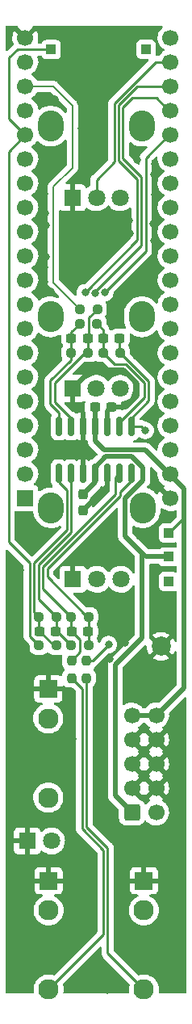
<source format=gbr>
%TF.GenerationSoftware,KiCad,Pcbnew,6.0.10+dfsg-1~bpo11+1*%
%TF.CreationDate,2023-02-01T15:11:05+08:00*%
%TF.ProjectId,MiniVerb v2.0 - Main,4d696e69-5665-4726-9220-76322e30202d,rev?*%
%TF.SameCoordinates,Original*%
%TF.FileFunction,Copper,L2,Bot*%
%TF.FilePolarity,Positive*%
%FSLAX46Y46*%
G04 Gerber Fmt 4.6, Leading zero omitted, Abs format (unit mm)*
G04 Created by KiCad (PCBNEW 6.0.10+dfsg-1~bpo11+1) date 2023-02-01 15:11:05*
%MOMM*%
%LPD*%
G01*
G04 APERTURE LIST*
G04 Aperture macros list*
%AMRoundRect*
0 Rectangle with rounded corners*
0 $1 Rounding radius*
0 $2 $3 $4 $5 $6 $7 $8 $9 X,Y pos of 4 corners*
0 Add a 4 corners polygon primitive as box body*
4,1,4,$2,$3,$4,$5,$6,$7,$8,$9,$2,$3,0*
0 Add four circle primitives for the rounded corners*
1,1,$1+$1,$2,$3*
1,1,$1+$1,$4,$5*
1,1,$1+$1,$6,$7*
1,1,$1+$1,$8,$9*
0 Add four rect primitives between the rounded corners*
20,1,$1+$1,$2,$3,$4,$5,0*
20,1,$1+$1,$4,$5,$6,$7,0*
20,1,$1+$1,$6,$7,$8,$9,0*
20,1,$1+$1,$8,$9,$2,$3,0*%
G04 Aperture macros list end*
%TA.AperFunction,ComponentPad*%
%ADD10O,2.720000X3.240000*%
%TD*%
%TA.AperFunction,ComponentPad*%
%ADD11R,1.800000X1.800000*%
%TD*%
%TA.AperFunction,ComponentPad*%
%ADD12C,1.800000*%
%TD*%
%TA.AperFunction,ComponentPad*%
%ADD13R,1.000000X1.000000*%
%TD*%
%TA.AperFunction,ComponentPad*%
%ADD14C,2.000000*%
%TD*%
%TA.AperFunction,ComponentPad*%
%ADD15R,1.930000X1.830000*%
%TD*%
%TA.AperFunction,ComponentPad*%
%ADD16C,2.130000*%
%TD*%
%TA.AperFunction,SMDPad,CuDef*%
%ADD17RoundRect,0.237500X0.237500X-0.250000X0.237500X0.250000X-0.237500X0.250000X-0.237500X-0.250000X0*%
%TD*%
%TA.AperFunction,SMDPad,CuDef*%
%ADD18RoundRect,0.237500X-0.300000X-0.237500X0.300000X-0.237500X0.300000X0.237500X-0.300000X0.237500X0*%
%TD*%
%TA.AperFunction,SMDPad,CuDef*%
%ADD19RoundRect,0.237500X0.237500X-0.300000X0.237500X0.300000X-0.237500X0.300000X-0.237500X-0.300000X0*%
%TD*%
%TA.AperFunction,SMDPad,CuDef*%
%ADD20RoundRect,0.237500X0.300000X0.237500X-0.300000X0.237500X-0.300000X-0.237500X0.300000X-0.237500X0*%
%TD*%
%TA.AperFunction,SMDPad,CuDef*%
%ADD21RoundRect,0.237500X0.250000X0.237500X-0.250000X0.237500X-0.250000X-0.237500X0.250000X-0.237500X0*%
%TD*%
%TA.AperFunction,SMDPad,CuDef*%
%ADD22RoundRect,0.150000X-0.150000X0.825000X-0.150000X-0.825000X0.150000X-0.825000X0.150000X0.825000X0*%
%TD*%
%TA.AperFunction,SMDPad,CuDef*%
%ADD23RoundRect,0.237500X-0.250000X-0.237500X0.250000X-0.237500X0.250000X0.237500X-0.250000X0.237500X0*%
%TD*%
%TA.AperFunction,ComponentPad*%
%ADD24RoundRect,0.250000X-0.600000X-0.600000X0.600000X-0.600000X0.600000X0.600000X-0.600000X0.600000X0*%
%TD*%
%TA.AperFunction,ComponentPad*%
%ADD25C,1.700000*%
%TD*%
%TA.AperFunction,ComponentPad*%
%ADD26R,1.700000X1.700000*%
%TD*%
%TA.AperFunction,SMDPad,CuDef*%
%ADD27RoundRect,0.237500X-0.237500X0.250000X-0.237500X-0.250000X0.237500X-0.250000X0.237500X0.250000X0*%
%TD*%
%TA.AperFunction,ViaPad*%
%ADD28C,0.800000*%
%TD*%
%TA.AperFunction,Conductor*%
%ADD29C,0.500000*%
%TD*%
%TA.AperFunction,Conductor*%
%ADD30C,0.250000*%
%TD*%
%TA.AperFunction,Conductor*%
%ADD31C,0.200000*%
%TD*%
G04 APERTURE END LIST*
D10*
%TO.P,FEEDBACK_POT1,*%
%TO.N,*%
X130200000Y-94045000D03*
X139800000Y-94045000D03*
D11*
%TO.P,FEEDBACK_POT1,1,1*%
%TO.N,GND*%
X132500000Y-101545000D03*
D12*
%TO.P,FEEDBACK_POT1,2,2*%
%TO.N,FEEDBACK*%
X135000000Y-101545000D03*
%TO.P,FEEDBACK_POT1,3,3*%
%TO.N,3V3_A*%
X137500000Y-101545000D03*
%TD*%
D13*
%TO.P,TP5,1,1*%
%TO.N,3V3_A*%
X140225000Y-65975000D03*
%TD*%
D14*
%TO.P,TP3,1,1*%
%TO.N,GND*%
X141800000Y-128600000D03*
%TD*%
D15*
%TO.P,CV1_IN1,S*%
%TO.N,GND*%
X129970000Y-133040000D03*
D16*
%TO.P,CV1_IN1,T*%
%TO.N,Net-(CV1_IN1-PadT)*%
X129970000Y-144440000D03*
%TO.P,CV1_IN1,TN*%
%TO.N,unconnected-(CV1_IN1-PadTN)*%
X129970000Y-136140000D03*
%TD*%
D15*
%TO.P,AUDIO_OUT1,S*%
%TO.N,GND*%
X140000000Y-153162000D03*
D16*
%TO.P,AUDIO_OUT1,T*%
%TO.N,Net-(AUDIO_OUT1-PadT)*%
X140000000Y-164562000D03*
%TO.P,AUDIO_OUT1,TN*%
%TO.N,unconnected-(AUDIO_OUT1-PadTN)*%
X140000000Y-156262000D03*
%TD*%
D10*
%TO.P,MOD_POT1,*%
%TO.N,*%
X130260000Y-114055000D03*
X139860000Y-114055000D03*
D11*
%TO.P,MOD_POT1,1,1*%
%TO.N,GND*%
X132560000Y-121555000D03*
D12*
%TO.P,MOD_POT1,2,2*%
%TO.N,MOD*%
X135060000Y-121555000D03*
%TO.P,MOD_POT1,3,3*%
%TO.N,3V3_A*%
X137560000Y-121555000D03*
%TD*%
D10*
%TO.P,LEVEL_POT1,*%
%TO.N,*%
X130220000Y-74055000D03*
X139820000Y-74055000D03*
D11*
%TO.P,LEVEL_POT1,1,1*%
%TO.N,GND*%
X132520000Y-81555000D03*
D12*
%TO.P,LEVEL_POT1,2,2*%
%TO.N,LEVEL*%
X135020000Y-81555000D03*
%TO.P,LEVEL_POT1,3,3*%
%TO.N,3V3_A*%
X137520000Y-81555000D03*
%TD*%
D11*
%TO.P,D1,1,K*%
%TO.N,GND*%
X127775000Y-149000000D03*
D12*
%TO.P,D1,2,A*%
%TO.N,Net-(D1-Pad2)*%
X130315000Y-149000000D03*
%TD*%
D13*
%TO.P,TP7,1,1*%
%TO.N,INT_AUDIO_IN1*%
X130275000Y-66025000D03*
%TD*%
D15*
%TO.P,AUDIO_IN1,S*%
%TO.N,GND*%
X130000000Y-153162000D03*
D16*
%TO.P,AUDIO_IN1,T*%
%TO.N,Net-(AUDIO_IN1-PadT)*%
X130000000Y-164562000D03*
%TO.P,AUDIO_IN1,TN*%
%TO.N,unconnected-(AUDIO_IN1-PadTN)*%
X130000000Y-156262000D03*
%TD*%
D17*
%TO.P,R9,1*%
%TO.N,Net-(AUDIO_OUT1-PadT)*%
X134000000Y-131912500D03*
%TO.P,R9,2*%
%TO.N,Net-(C4-Pad1)*%
X134000000Y-130087500D03*
%TD*%
D18*
%TO.P,C7,1*%
%TO.N,+12V*%
X134857500Y-103500000D03*
%TO.P,C7,2*%
%TO.N,GND*%
X136582500Y-103500000D03*
%TD*%
D19*
%TO.P,C8,1*%
%TO.N,GND*%
X133600000Y-114362500D03*
%TO.P,C8,2*%
%TO.N,-12V*%
X133600000Y-112637500D03*
%TD*%
D13*
%TO.P,TP4,1,1*%
%TO.N,AREF_-10*%
X142600000Y-121800000D03*
%TD*%
D20*
%TO.P,C2,1*%
%TO.N,Net-(C2-Pad1)*%
X134150000Y-127000000D03*
%TO.P,C2,2*%
%TO.N,Net-(C2-Pad2)*%
X132425000Y-127000000D03*
%TD*%
D21*
%TO.P,R1,1*%
%TO.N,Net-(C1-Pad2)*%
X135112500Y-93218000D03*
%TO.P,R1,2*%
%TO.N,INT_AUDIO_OUT1*%
X133287500Y-93218000D03*
%TD*%
D13*
%TO.P,TP1,1,1*%
%TO.N,+12V*%
X142600000Y-116700000D03*
%TD*%
D22*
%TO.P,U1,1*%
%TO.N,Net-(C1-Pad1)*%
X131064000Y-105515000D03*
%TO.P,U1,2,-*%
%TO.N,Net-(C1-Pad2)*%
X132334000Y-105515000D03*
%TO.P,U1,3,+*%
%TO.N,GND*%
X133604000Y-105515000D03*
%TO.P,U1,4,V+*%
%TO.N,+12V*%
X134874000Y-105515000D03*
%TO.P,U1,5,+*%
%TO.N,GND*%
X136144000Y-105515000D03*
%TO.P,U1,6,-*%
%TO.N,Net-(C4-Pad2)*%
X137414000Y-105515000D03*
%TO.P,U1,7*%
%TO.N,Net-(C4-Pad1)*%
X138684000Y-105515000D03*
%TO.P,U1,8*%
%TO.N,Net-(C2-Pad1)*%
X138684000Y-110465000D03*
%TO.P,U1,9,-*%
%TO.N,Net-(C2-Pad2)*%
X137414000Y-110465000D03*
%TO.P,U1,10,+*%
%TO.N,GND*%
X136144000Y-110465000D03*
%TO.P,U1,11,V-*%
%TO.N,-12V*%
X134874000Y-110465000D03*
%TO.P,U1,12,+*%
%TO.N,GND*%
X133604000Y-110465000D03*
%TO.P,U1,13,-*%
%TO.N,Net-(C3-Pad2)*%
X132334000Y-110465000D03*
%TO.P,U1,14*%
%TO.N,Net-(C3-Pad1)*%
X131064000Y-110465000D03*
%TD*%
D13*
%TO.P,TP2,1,1*%
%TO.N,-12V*%
X142600000Y-119200000D03*
%TD*%
D23*
%TO.P,R3,1*%
%TO.N,Net-(C1-Pad1)*%
X132317500Y-97805000D03*
%TO.P,R3,2*%
%TO.N,Net-(C1-Pad2)*%
X134142500Y-97805000D03*
%TD*%
D24*
%TO.P,J1,1,Pin_1*%
%TO.N,-12V*%
X138747500Y-146011000D03*
D25*
%TO.P,J1,2,Pin_2*%
X141287500Y-146011000D03*
%TO.P,J1,3,Pin_3*%
%TO.N,GND*%
X138747500Y-143471000D03*
%TO.P,J1,4,Pin_4*%
X141287500Y-143471000D03*
%TO.P,J1,5,Pin_5*%
X138747500Y-140931000D03*
%TO.P,J1,6,Pin_6*%
X141287500Y-140931000D03*
%TO.P,J1,7,Pin_7*%
X138747500Y-138391000D03*
%TO.P,J1,8,Pin_8*%
X141287500Y-138391000D03*
%TO.P,J1,9,Pin_9*%
%TO.N,+12V*%
X138747500Y-135851000D03*
%TO.P,J1,10,Pin_10*%
X141287500Y-135851000D03*
%TD*%
D18*
%TO.P,C3,1*%
%TO.N,Net-(C3-Pad1)*%
X129037500Y-127000000D03*
%TO.P,C3,2*%
%TO.N,Net-(C3-Pad2)*%
X130762500Y-127000000D03*
%TD*%
D21*
%TO.P,R8,1*%
%TO.N,Net-(C4-Pad1)*%
X137522500Y-97800000D03*
%TO.P,R8,2*%
%TO.N,Net-(C4-Pad2)*%
X135697500Y-97800000D03*
%TD*%
D26*
%TO.P,A1,1,USB_HS_ID*%
%TO.N,unconnected-(A1-Pad1)*%
X127560933Y-113050000D03*
D25*
%TO.P,A1,2,SDMMC1_D3*%
%TO.N,unconnected-(A1-Pad2)*%
X127560933Y-110510000D03*
%TO.P,A1,3,SDMMC1_D2*%
%TO.N,unconnected-(A1-Pad3)*%
X127560933Y-107970000D03*
%TO.P,A1,4,SDMMC1_D1*%
%TO.N,unconnected-(A1-Pad4)*%
X127560933Y-105430000D03*
%TO.P,A1,5,SDMMC1_D0*%
%TO.N,unconnected-(A1-Pad5)*%
X127560933Y-102890000D03*
%TO.P,A1,6,SDMMC1_CMD*%
%TO.N,unconnected-(A1-Pad6)*%
X127560933Y-100350000D03*
%TO.P,A1,7,SDMMC1_CK*%
%TO.N,unconnected-(A1-Pad7)*%
X127560933Y-97810000D03*
%TO.P,A1,8,SPI1_NSS*%
%TO.N,unconnected-(A1-Pad8)*%
X127560933Y-95270000D03*
%TO.P,A1,9,SPI1_SCK*%
%TO.N,unconnected-(A1-Pad9)*%
X127560933Y-92730000D03*
%TO.P,A1,10,SPI1_MISO*%
%TO.N,unconnected-(A1-Pad10)*%
X127560933Y-90190000D03*
%TO.P,A1,11,SPI1_MOSI*%
%TO.N,unconnected-(A1-Pad11)*%
X127560933Y-87650000D03*
%TO.P,A1,12,I2C1_SCL*%
%TO.N,unconnected-(A1-Pad12)*%
X127560933Y-85110000D03*
%TO.P,A1,13,I2C1_SDA*%
%TO.N,unconnected-(A1-Pad13)*%
X127560933Y-82570000D03*
%TO.P,A1,14,USART1_TX*%
%TO.N,unconnected-(A1-Pad14)*%
X127560933Y-80030000D03*
%TO.P,A1,15,USART1_RX*%
%TO.N,unconnected-(A1-Pad15)*%
X127560933Y-77490000D03*
%TO.P,A1,16,AUDIO_IN_L*%
%TO.N,INT_AUDIO_IN1*%
X127560933Y-74950000D03*
%TO.P,A1,17,AUDIO_IN_R*%
%TO.N,unconnected-(A1-Pad17)*%
X127560933Y-72410000D03*
%TO.P,A1,18,AUDIO_OUT_L*%
%TO.N,INT_AUDIO_OUT1*%
X127560933Y-69870000D03*
%TO.P,A1,19,AUDIO_OUT_R*%
%TO.N,unconnected-(A1-Pad19)*%
X127560933Y-67330000D03*
%TO.P,A1,20,AGND*%
%TO.N,GND*%
X127560933Y-64790000D03*
%TO.P,A1,21,3V3_A*%
%TO.N,3V3_A*%
X142800933Y-64790000D03*
%TO.P,A1,22,ADC_INP10*%
%TO.N,LEVEL*%
X142800933Y-67330000D03*
%TO.P,A1,23,ADC_INP15*%
%TO.N,FEEDBACK*%
X142800933Y-69870000D03*
%TO.P,A1,24,ADC_INP5*%
%TO.N,MOD*%
X142800933Y-72410000D03*
%TO.P,A1,25,ADC_INP7*%
%TO.N,CV1*%
X142800933Y-74950000D03*
%TO.P,A1,26,ADC_INP3*%
%TO.N,unconnected-(A1-Pad26)*%
X142800933Y-77490000D03*
%TO.P,A1,27,ADC_INP11*%
%TO.N,unconnected-(A1-Pad27)*%
X142800933Y-80030000D03*
%TO.P,A1,28,ADC1_INP4*%
%TO.N,unconnected-(A1-Pad28)*%
X142800933Y-82570000D03*
%TO.P,A1,29,DAC1_OUT2*%
%TO.N,unconnected-(A1-Pad29)*%
X142800933Y-85110000D03*
%TO.P,A1,30,DAC1_OUT1*%
%TO.N,unconnected-(A1-Pad30)*%
X142800933Y-87650000D03*
%TO.P,A1,31,SAI2_MCLK_B*%
%TO.N,unconnected-(A1-Pad31)*%
X142800933Y-90190000D03*
%TO.P,A1,32,SAI2_SD_B*%
%TO.N,unconnected-(A1-Pad32)*%
X142800933Y-92730000D03*
%TO.P,A1,33,SAI2_SD_A*%
%TO.N,unconnected-(A1-Pad33)*%
X142800933Y-95270000D03*
%TO.P,A1,34,SAI2_FS_B*%
%TO.N,unconnected-(A1-Pad34)*%
X142800933Y-97810000D03*
%TO.P,A1,35,SAI2_SCK_B*%
%TO.N,unconnected-(A1-Pad35)*%
X142800933Y-100350000D03*
%TO.P,A1,36,USB_HS_D_-*%
%TO.N,unconnected-(A1-Pad36)*%
X142800933Y-102890000D03*
%TO.P,A1,37,USB_HS_D_+*%
%TO.N,unconnected-(A1-Pad37)*%
X142800933Y-105430000D03*
%TO.P,A1,38,3V3_D*%
%TO.N,unconnected-(A1-Pad38)*%
X142800933Y-107970000D03*
%TO.P,A1,39,VIN*%
%TO.N,+12V*%
X142800933Y-110510000D03*
%TO.P,A1,40,GND*%
%TO.N,GND*%
X142800933Y-113050000D03*
%TD*%
D21*
%TO.P,R6,1*%
%TO.N,Net-(C4-Pad2)*%
X135102500Y-94750000D03*
%TO.P,R6,2*%
%TO.N,Net-(C1-Pad1)*%
X133277500Y-94750000D03*
%TD*%
D27*
%TO.P,R2,1*%
%TO.N,Net-(C2-Pad2)*%
X132400000Y-130087500D03*
%TO.P,R2,2*%
%TO.N,Net-(AUDIO_IN1-PadT)*%
X132400000Y-131912500D03*
%TD*%
D21*
%TO.P,R4,1*%
%TO.N,Net-(C2-Pad1)*%
X134200000Y-125500000D03*
%TO.P,R4,2*%
%TO.N,Net-(C2-Pad2)*%
X132375000Y-125500000D03*
%TD*%
D18*
%TO.P,C1,1*%
%TO.N,Net-(C1-Pad1)*%
X132367500Y-96280000D03*
%TO.P,C1,2*%
%TO.N,Net-(C1-Pad2)*%
X134092500Y-96280000D03*
%TD*%
D23*
%TO.P,R7,1*%
%TO.N,Net-(C3-Pad1)*%
X128987500Y-125500000D03*
%TO.P,R7,2*%
%TO.N,Net-(C3-Pad2)*%
X130812500Y-125500000D03*
%TD*%
D20*
%TO.P,C4,1*%
%TO.N,Net-(C4-Pad1)*%
X137462500Y-96270000D03*
%TO.P,C4,2*%
%TO.N,Net-(C4-Pad2)*%
X135737500Y-96270000D03*
%TD*%
D23*
%TO.P,R10,1*%
%TO.N,INT_AUDIO_IN1*%
X128990000Y-128508000D03*
%TO.P,R10,2*%
%TO.N,Net-(C3-Pad1)*%
X130815000Y-128508000D03*
%TD*%
%TO.P,R5,1*%
%TO.N,Net-(C3-Pad2)*%
X132375000Y-128500000D03*
%TO.P,R5,2*%
%TO.N,Net-(C2-Pad1)*%
X134200000Y-128500000D03*
%TD*%
D28*
%TO.N,GND*%
X137760000Y-159480000D03*
X135060000Y-69790000D03*
X141840000Y-150760000D03*
X135400000Y-143700000D03*
X129730000Y-84410000D03*
X131130000Y-138870000D03*
X127130000Y-152120000D03*
X140750000Y-88310000D03*
X139230000Y-98200000D03*
X126290000Y-143890000D03*
X132030000Y-87020000D03*
X135420000Y-66310000D03*
X133830000Y-88640000D03*
X126860000Y-144710000D03*
X141630000Y-159390000D03*
X138500000Y-85330000D03*
X136400000Y-129875000D03*
X143870000Y-155150000D03*
X142450000Y-124600000D03*
X132950000Y-118820000D03*
X140970000Y-116790000D03*
X142890000Y-126250000D03*
X132190000Y-141890000D03*
X136570000Y-92870000D03*
X126710000Y-155760000D03*
X127040000Y-142320000D03*
X136500000Y-94330000D03*
X139270000Y-77600000D03*
X129140000Y-101500000D03*
X132970000Y-65520000D03*
X141280000Y-107020000D03*
X140980000Y-84260000D03*
X141140000Y-81210000D03*
X141550000Y-124310000D03*
X129610000Y-83170000D03*
X127040000Y-163200000D03*
X135450000Y-75150000D03*
X129490000Y-96990000D03*
X140880000Y-117580000D03*
X141300000Y-96270000D03*
X131550000Y-140770000D03*
X130620000Y-71260000D03*
X136110000Y-86240000D03*
X137810000Y-65640000D03*
X134700000Y-161870000D03*
X140980000Y-111620000D03*
X141930000Y-162410000D03*
X138600000Y-91590000D03*
X129450000Y-117030000D03*
X135150000Y-134570000D03*
X126800000Y-161450000D03*
X129570000Y-70890000D03*
X127740000Y-117750000D03*
X129630000Y-110840000D03*
X130700000Y-97670000D03*
X141120000Y-150400000D03*
X133420000Y-74300000D03*
X127170000Y-157390000D03*
X133900000Y-123700000D03*
X136150000Y-64550000D03*
X133330000Y-66980000D03*
X140850000Y-130730000D03*
X134731250Y-113231250D03*
X134570000Y-78340000D03*
X133360000Y-71550000D03*
X140600000Y-89220000D03*
X141110000Y-125650000D03*
X138390000Y-151760000D03*
X142360000Y-149730000D03*
X128240000Y-116290000D03*
X135000000Y-123700000D03*
X129550000Y-104870000D03*
X132730000Y-157450000D03*
X137760000Y-158060000D03*
X135330000Y-145460000D03*
X140090000Y-161420000D03*
X133640000Y-156850000D03*
X136000000Y-84660000D03*
X133910000Y-84280000D03*
X143600000Y-158660000D03*
X126850000Y-115730000D03*
X133790000Y-108070000D03*
X134960000Y-118820000D03*
X138430000Y-83930000D03*
X142450000Y-152460000D03*
X141110000Y-79130000D03*
X134240000Y-85180000D03*
X139520000Y-131180000D03*
X140490000Y-98770000D03*
X138870000Y-76870000D03*
X130430000Y-64220000D03*
X141250000Y-99590000D03*
X142690000Y-123580000D03*
X126910000Y-116690000D03*
X139060000Y-97110000D03*
X141120000Y-78030000D03*
X138575000Y-127225000D03*
X130210000Y-91400000D03*
X135010000Y-87510000D03*
X131860000Y-83850000D03*
X135710000Y-136440000D03*
X125980000Y-132390000D03*
X127040000Y-158390000D03*
X139510000Y-117040000D03*
X135840000Y-132790000D03*
X135480000Y-138820000D03*
X126350000Y-135150000D03*
X132700000Y-163470000D03*
X140780000Y-91140000D03*
X136150000Y-164650000D03*
X132100000Y-149040000D03*
X130150000Y-77210000D03*
X128740000Y-161780000D03*
X129650000Y-109190000D03*
X142490000Y-114950000D03*
X126290000Y-153000000D03*
X135750000Y-68190000D03*
X126320000Y-140870000D03*
X129710000Y-159870000D03*
X129590000Y-88860000D03*
X129520000Y-81140000D03*
X130950000Y-96520000D03*
X133850000Y-163530000D03*
X141030000Y-104400000D03*
X133950000Y-118770000D03*
X132380000Y-88690000D03*
X132550000Y-138320000D03*
X135420000Y-74030000D03*
X135140000Y-88550000D03*
X132630000Y-64310000D03*
X132250000Y-107910000D03*
X135570000Y-76600000D03*
X136610000Y-162990000D03*
X126110000Y-138350000D03*
X138640000Y-131080000D03*
X126710000Y-126490000D03*
X130000000Y-78900000D03*
X132180000Y-67910000D03*
X131950000Y-147160000D03*
X139580000Y-89360000D03*
X131010000Y-160480000D03*
X129930000Y-99050000D03*
X134390000Y-77170000D03*
X141030000Y-120590000D03*
X143270000Y-163750000D03*
X127000000Y-120600000D03*
X136990000Y-66850000D03*
X134490000Y-152310000D03*
X140340000Y-96890000D03*
X133230000Y-86790000D03*
X126950000Y-124250000D03*
X128660000Y-118140000D03*
X135481250Y-112481250D03*
X129560000Y-106190000D03*
X129550000Y-90370000D03*
X129430000Y-86160000D03*
X129980000Y-68200000D03*
X129730000Y-87710000D03*
X135320000Y-141240000D03*
X126500000Y-121950000D03*
X130790000Y-78630000D03*
X138060000Y-153240000D03*
X138000000Y-128200000D03*
X134460000Y-119840000D03*
X141060000Y-86080000D03*
X132270000Y-85340000D03*
X140810000Y-97750000D03*
X132850000Y-66430000D03*
X139530000Y-64280000D03*
X131930000Y-90260000D03*
X133360000Y-79200000D03*
X142750000Y-157000000D03*
X142720000Y-131470000D03*
X131300000Y-77080000D03*
X139210000Y-90630000D03*
X129670000Y-107320000D03*
X126080000Y-134300000D03*
%TO.N,FEEDBACK*%
X133844917Y-91500000D03*
%TO.N,Net-(C4-Pad1)*%
X136300000Y-128400000D03*
X140150000Y-105950000D03*
%TO.N,CV1*%
X135900000Y-91500000D03*
%TO.N,MOD*%
X134891661Y-91519432D03*
%TD*%
D29*
%TO.N,GND*%
X136200000Y-105459000D02*
X136144000Y-105515000D01*
X139300000Y-101025658D02*
X137874342Y-99600000D01*
X135481250Y-112481250D02*
X134731250Y-113231250D01*
X139300000Y-102300000D02*
X139300000Y-101025658D01*
X133600000Y-114362500D02*
X134731250Y-113231250D01*
X138100000Y-103500000D02*
X139300000Y-102300000D01*
X136582500Y-103500000D02*
X136200000Y-103882500D01*
X134445000Y-99600000D02*
X132500000Y-101545000D01*
X136144000Y-110465000D02*
X136144000Y-111818500D01*
X136144000Y-111818500D02*
X135481250Y-112481250D01*
X136200000Y-103882500D02*
X136200000Y-105459000D01*
X137874342Y-99600000D02*
X134445000Y-99600000D01*
X136582500Y-103500000D02*
X138100000Y-103500000D01*
D30*
%TO.N,+12V*%
X144100000Y-115200000D02*
X144200000Y-115200000D01*
D29*
X141287500Y-135851000D02*
X138747500Y-135851000D01*
X134874000Y-107074000D02*
X135800000Y-108000000D01*
X134874000Y-105515000D02*
X134874000Y-103516500D01*
X140125000Y-108000000D02*
X144200000Y-112075000D01*
D30*
X142600000Y-116700000D02*
X144100000Y-115200000D01*
D29*
X144200000Y-115200000D02*
X144200000Y-132938500D01*
X134874000Y-105515000D02*
X134874000Y-107074000D01*
X144200000Y-112075000D02*
X144200000Y-115200000D01*
X135800000Y-108000000D02*
X140125000Y-108000000D01*
X144200000Y-132938500D02*
X141287500Y-135851000D01*
D31*
%TO.N,INT_AUDIO_OUT1*%
X130500000Y-90430500D02*
X133287500Y-93218000D01*
X130500000Y-80400000D02*
X130500000Y-90430500D01*
X130470000Y-69870000D02*
X132500000Y-71900000D01*
X127395000Y-69870000D02*
X130470000Y-69870000D01*
X132500000Y-71900000D02*
X132500000Y-78400000D01*
X132500000Y-78400000D02*
X130500000Y-80400000D01*
D30*
%TO.N,INT_AUDIO_IN1*%
X125875000Y-73264067D02*
X125875000Y-66875000D01*
X125800000Y-76710933D02*
X127560933Y-74950000D01*
X125800000Y-117670000D02*
X125800000Y-76710933D01*
X126725000Y-66025000D02*
X130275000Y-66025000D01*
X128000000Y-119870000D02*
X125800000Y-117670000D01*
X128000000Y-127518000D02*
X128000000Y-119870000D01*
X127560933Y-74950000D02*
X125875000Y-73264067D01*
X125875000Y-66875000D02*
X126725000Y-66025000D01*
X128990000Y-128508000D02*
X128000000Y-127518000D01*
%TO.N,FEEDBACK*%
X137349501Y-71850499D02*
X137349501Y-77649501D01*
X139300000Y-85989402D02*
X133844917Y-91444485D01*
X139300000Y-79600000D02*
X139300000Y-85989402D01*
X139330000Y-69870000D02*
X137349501Y-71850499D01*
X137349501Y-77649501D02*
X139300000Y-79600000D01*
X142635000Y-69870000D02*
X139330000Y-69870000D01*
%TO.N,Net-(AUDIO_IN1-PadT)*%
X132400000Y-131912500D02*
X133500000Y-133012500D01*
X133500000Y-147700000D02*
X135750499Y-149950499D01*
X135750499Y-149950499D02*
X135750499Y-158811501D01*
X135750499Y-158811501D02*
X130000000Y-164562000D01*
X133500000Y-133012500D02*
X133500000Y-147700000D01*
%TO.N,Net-(AUDIO_OUT1-PadT)*%
X136200000Y-160762000D02*
X140000000Y-164562000D01*
X134000000Y-131912500D02*
X134000000Y-147500000D01*
X136200000Y-149700000D02*
X136200000Y-160762000D01*
X134000000Y-147500000D02*
X136200000Y-149700000D01*
%TO.N,Net-(C1-Pad1)*%
X131064000Y-104074000D02*
X131064000Y-105825000D01*
X130190000Y-100740000D02*
X130190000Y-103200000D01*
X132367500Y-95660000D02*
X132367500Y-96280000D01*
X132367500Y-97755000D02*
X132317500Y-97805000D01*
X132317500Y-97805000D02*
X132317500Y-98612500D01*
X132317500Y-98612500D02*
X130190000Y-100740000D01*
X133277500Y-94750000D02*
X132367500Y-95660000D01*
X132367500Y-96280000D02*
X132367500Y-97755000D01*
X130190000Y-103200000D02*
X131064000Y-104074000D01*
%TO.N,Net-(C1-Pad2)*%
X132334000Y-104708310D02*
X132334000Y-105825000D01*
X134092500Y-96280000D02*
X134092500Y-97755000D01*
X134092500Y-96280000D02*
X134200000Y-96172500D01*
X133760690Y-97805000D02*
X130640000Y-100925690D01*
X134200000Y-96172500D02*
X134200000Y-94130500D01*
X130640000Y-103014310D02*
X132334000Y-104708310D01*
X130640000Y-100925690D02*
X130640000Y-103014310D01*
X134200000Y-94130500D02*
X135112500Y-93218000D01*
X134142500Y-97805000D02*
X133760690Y-97805000D01*
X134092500Y-97755000D02*
X134142500Y-97805000D01*
%TO.N,Net-(C2-Pad1)*%
X134200000Y-125500000D02*
X134200000Y-128500000D01*
X137475499Y-112807307D02*
X129870000Y-120412806D01*
X138684000Y-111203533D02*
X137475499Y-112412034D01*
X129870000Y-120412806D02*
X129870000Y-121320000D01*
X134050000Y-125500000D02*
X134200000Y-125500000D01*
X137475499Y-112412034D02*
X137475499Y-112807307D01*
X129870000Y-121320000D02*
X134050000Y-125500000D01*
X138684000Y-110465000D02*
X138684000Y-111203533D01*
%TO.N,Net-(C2-Pad2)*%
X129420499Y-120226617D02*
X129420499Y-122550499D01*
X129420499Y-122550499D02*
X132370000Y-125500000D01*
X137414000Y-110465000D02*
X137025998Y-110853002D01*
X132375000Y-125500000D02*
X132375000Y-126950000D01*
X133300000Y-127875000D02*
X133300000Y-129187500D01*
X137025998Y-112621118D02*
X129420499Y-120226617D01*
X132375000Y-126950000D02*
X132425000Y-127000000D01*
X132425000Y-127000000D02*
X133300000Y-127875000D01*
X132370000Y-125500000D02*
X132375000Y-125500000D01*
X137025998Y-110853002D02*
X137025998Y-112621118D01*
X133300000Y-129187500D02*
X132400000Y-130087500D01*
%TO.N,Net-(C4-Pad1)*%
X136300000Y-128400000D02*
X134612500Y-130087500D01*
X138684000Y-105515000D02*
X139715000Y-105515000D01*
X137462500Y-97740000D02*
X140500000Y-100777500D01*
X137462500Y-96315000D02*
X137462500Y-97740000D01*
X140500000Y-100777500D02*
X140500000Y-102848157D01*
X140500000Y-102848157D02*
X138684000Y-104664157D01*
X139715000Y-105515000D02*
X140150000Y-105950000D01*
X134612500Y-130087500D02*
X134000000Y-130087500D01*
%TO.N,Net-(C4-Pad2)*%
X135737500Y-96272500D02*
X135737500Y-97837500D01*
X137414000Y-105098467D02*
X137414000Y-105825000D01*
X140050499Y-102461968D02*
X137414000Y-105098467D01*
X136925499Y-99025499D02*
X138112309Y-99025499D01*
X140050499Y-100963689D02*
X140050499Y-102461968D01*
X135737500Y-97837500D02*
X136925499Y-99025499D01*
X135737500Y-95385000D02*
X135102500Y-94750000D01*
X138112309Y-99025499D02*
X140050499Y-100963689D01*
X135737500Y-96270000D02*
X135737500Y-95385000D01*
D29*
%TO.N,-12V*%
X134874000Y-109826000D02*
X136000499Y-108699501D01*
X137000000Y-144263500D02*
X138747500Y-146011000D01*
X139800000Y-118800000D02*
X139800000Y-127676375D01*
X139115000Y-111985000D02*
X139110273Y-111985000D01*
X138742029Y-108699501D02*
X139900000Y-109857472D01*
X139110273Y-111985000D02*
X138050000Y-113045273D01*
X136000499Y-108699501D02*
X138742029Y-108699501D01*
X139900000Y-109857472D02*
X139900000Y-111200000D01*
X140200000Y-119200000D02*
X142600000Y-119200000D01*
X133600000Y-112637500D02*
X134874000Y-111363500D01*
X139800000Y-118800000D02*
X140200000Y-119200000D01*
X139900000Y-111200000D02*
X139115000Y-111985000D01*
X137000000Y-130476375D02*
X137000000Y-144263500D01*
X134874000Y-111363500D02*
X134874000Y-109826000D01*
X138050000Y-113045273D02*
X138050000Y-117050000D01*
X139800000Y-127676375D02*
X137000000Y-130476375D01*
X138050000Y-117050000D02*
X139800000Y-118800000D01*
D30*
%TO.N,Net-(C3-Pad1)*%
X130545500Y-128508000D02*
X129037500Y-127000000D01*
X131945000Y-116405000D02*
X128470000Y-119880000D01*
X128987500Y-126900000D02*
X129037500Y-126950000D01*
X131945000Y-112245000D02*
X131945000Y-116405000D01*
X128470000Y-124982500D02*
X128987500Y-125500000D01*
X128987500Y-125398000D02*
X128987500Y-126900000D01*
X131064000Y-111364000D02*
X131945000Y-112245000D01*
X131064000Y-110465000D02*
X131064000Y-111364000D01*
X129037500Y-126950000D02*
X129034500Y-126953000D01*
X130815000Y-128508000D02*
X130545500Y-128508000D01*
X128470000Y-119880000D02*
X128470000Y-124982500D01*
%TO.N,Net-(C3-Pad2)*%
X132394501Y-110525501D02*
X132394501Y-116616925D01*
X130762500Y-127000000D02*
X130875000Y-127000000D01*
X130812500Y-125398000D02*
X130812500Y-126900000D01*
X128970998Y-123658498D02*
X130812500Y-125500000D01*
X132394501Y-116616925D02*
X128970998Y-120040428D01*
X130875000Y-127000000D02*
X132375000Y-128500000D01*
X128970998Y-120040428D02*
X128970998Y-123658498D01*
X132334000Y-110465000D02*
X132394501Y-110525501D01*
X130812500Y-126900000D02*
X130762500Y-126950000D01*
%TO.N,CV1*%
X140200000Y-87200000D02*
X140200000Y-77385000D01*
X140200000Y-77385000D02*
X142635000Y-74950000D01*
X135900000Y-91500000D02*
X140200000Y-87200000D01*
%TO.N,LEVEL*%
X141234310Y-67330000D02*
X142635000Y-67330000D01*
X136900000Y-71664310D02*
X141234310Y-67330000D01*
X135020000Y-79680000D02*
X136900000Y-77800000D01*
X136900000Y-77800000D02*
X136900000Y-71664310D01*
X135020000Y-81555000D02*
X135020000Y-79680000D01*
%TO.N,MOD*%
X141325000Y-71100000D02*
X138800000Y-71100000D01*
X134891661Y-91415339D02*
X134891661Y-91519432D01*
X139749501Y-86557499D02*
X134891661Y-91415339D01*
X138800000Y-71100000D02*
X137800000Y-72100000D01*
X139749501Y-79349501D02*
X139749501Y-86557499D01*
X142635000Y-72410000D02*
X141325000Y-71100000D01*
X137800000Y-72100000D02*
X137800000Y-77400000D01*
X137800000Y-77400000D02*
X139749501Y-79349501D01*
%TD*%
%TA.AperFunction,Conductor*%
%TO.N,GND*%
G36*
X125717012Y-118483370D02*
G01*
X125723593Y-118489497D01*
X127094399Y-119860304D01*
X127329595Y-120095500D01*
X127363621Y-120157812D01*
X127366500Y-120184595D01*
X127366500Y-127439233D01*
X127365973Y-127450416D01*
X127364298Y-127457909D01*
X127364547Y-127465835D01*
X127364547Y-127465836D01*
X127366438Y-127525986D01*
X127366500Y-127529945D01*
X127366500Y-127557856D01*
X127366997Y-127561790D01*
X127366997Y-127561791D01*
X127367005Y-127561856D01*
X127367938Y-127573693D01*
X127369327Y-127617889D01*
X127374978Y-127637339D01*
X127378987Y-127656700D01*
X127379840Y-127663448D01*
X127381526Y-127676797D01*
X127384445Y-127684168D01*
X127384445Y-127684170D01*
X127397804Y-127717912D01*
X127401649Y-127729142D01*
X127405255Y-127741555D01*
X127413982Y-127771593D01*
X127418015Y-127778412D01*
X127418017Y-127778417D01*
X127424293Y-127789028D01*
X127432988Y-127806776D01*
X127440448Y-127825617D01*
X127445110Y-127832033D01*
X127445110Y-127832034D01*
X127466436Y-127861387D01*
X127472952Y-127871307D01*
X127495458Y-127909362D01*
X127509779Y-127923683D01*
X127522619Y-127938716D01*
X127534528Y-127955107D01*
X127540634Y-127960158D01*
X127568605Y-127983298D01*
X127577384Y-127991288D01*
X127957095Y-128370999D01*
X127991121Y-128433311D01*
X127994000Y-128460094D01*
X127994000Y-128795072D01*
X127994337Y-128798318D01*
X127994337Y-128798322D01*
X127998812Y-128841446D01*
X128004793Y-128899093D01*
X128006974Y-128905629D01*
X128006974Y-128905631D01*
X128028046Y-128968790D01*
X128059846Y-129064107D01*
X128151384Y-129212031D01*
X128156566Y-129217204D01*
X128269316Y-129329758D01*
X128269321Y-129329762D01*
X128274497Y-129334929D01*
X128422580Y-129426209D01*
X128587691Y-129480974D01*
X128594527Y-129481674D01*
X128594530Y-129481675D01*
X128646026Y-129486951D01*
X128690428Y-129491500D01*
X129289572Y-129491500D01*
X129292818Y-129491163D01*
X129292822Y-129491163D01*
X129386735Y-129481419D01*
X129386739Y-129481418D01*
X129393593Y-129480707D01*
X129400129Y-129478526D01*
X129400131Y-129478526D01*
X129532895Y-129434232D01*
X129558607Y-129425654D01*
X129706531Y-129334116D01*
X129749614Y-129290958D01*
X129813247Y-129227214D01*
X129875530Y-129193135D01*
X129946350Y-129198138D01*
X129991437Y-129227059D01*
X130094312Y-129329754D01*
X130094317Y-129329758D01*
X130099497Y-129334929D01*
X130247580Y-129426209D01*
X130412691Y-129480974D01*
X130419527Y-129481674D01*
X130419530Y-129481675D01*
X130471026Y-129486951D01*
X130515428Y-129491500D01*
X131114572Y-129491500D01*
X131117818Y-129491163D01*
X131117822Y-129491163D01*
X131211735Y-129481419D01*
X131211739Y-129481418D01*
X131218593Y-129480707D01*
X131225129Y-129478526D01*
X131225131Y-129478526D01*
X131290542Y-129456703D01*
X131361491Y-129454119D01*
X131422575Y-129490303D01*
X131454400Y-129553767D01*
X131450011Y-129615893D01*
X131427026Y-129685191D01*
X131416500Y-129787928D01*
X131416500Y-130387072D01*
X131416837Y-130390318D01*
X131416837Y-130390322D01*
X131417655Y-130398201D01*
X131427293Y-130491093D01*
X131429474Y-130497629D01*
X131429474Y-130497631D01*
X131435044Y-130514327D01*
X131482346Y-130656107D01*
X131573884Y-130804031D01*
X131579066Y-130809204D01*
X131680786Y-130910747D01*
X131714865Y-130973030D01*
X131709862Y-131043850D01*
X131680941Y-131088937D01*
X131578246Y-131191812D01*
X131578242Y-131191817D01*
X131573071Y-131196997D01*
X131569231Y-131203227D01*
X131569230Y-131203228D01*
X131486364Y-131337662D01*
X131481791Y-131345080D01*
X131427026Y-131510191D01*
X131426326Y-131517027D01*
X131426325Y-131517030D01*
X131416548Y-131612458D01*
X131389707Y-131678186D01*
X131331592Y-131718968D01*
X131260654Y-131721856D01*
X131215639Y-131700443D01*
X131188644Y-131680211D01*
X131173054Y-131671676D01*
X131052606Y-131626522D01*
X131037351Y-131622895D01*
X130986486Y-131617369D01*
X130979672Y-131617000D01*
X130242115Y-131617000D01*
X130226876Y-131621475D01*
X130225671Y-131622865D01*
X130224000Y-131630548D01*
X130224000Y-132767885D01*
X130228475Y-132783124D01*
X130229865Y-132784329D01*
X130237548Y-132786000D01*
X131424884Y-132786000D01*
X131440123Y-132781525D01*
X131441328Y-132780135D01*
X131442984Y-132772521D01*
X131477008Y-132710208D01*
X131539320Y-132676182D01*
X131610136Y-132681246D01*
X131655122Y-132710128D01*
X131689903Y-132744847D01*
X131696997Y-132751929D01*
X131703227Y-132755769D01*
X131703228Y-132755770D01*
X131769861Y-132796843D01*
X131845080Y-132843209D01*
X132010191Y-132897974D01*
X132017027Y-132898674D01*
X132017030Y-132898675D01*
X132068526Y-132903951D01*
X132112928Y-132908500D01*
X132447905Y-132908500D01*
X132516026Y-132928502D01*
X132537000Y-132945405D01*
X132829595Y-133238000D01*
X132863621Y-133300312D01*
X132866500Y-133327095D01*
X132866500Y-147621233D01*
X132865973Y-147632416D01*
X132864298Y-147639909D01*
X132864547Y-147647835D01*
X132864547Y-147647836D01*
X132866438Y-147707986D01*
X132866500Y-147711945D01*
X132866500Y-147739856D01*
X132866997Y-147743790D01*
X132866997Y-147743791D01*
X132867005Y-147743856D01*
X132867938Y-147755693D01*
X132869327Y-147799889D01*
X132874978Y-147819339D01*
X132878987Y-147838700D01*
X132881526Y-147858797D01*
X132884445Y-147866168D01*
X132884445Y-147866170D01*
X132897804Y-147899912D01*
X132901649Y-147911142D01*
X132911771Y-147945983D01*
X132913982Y-147953593D01*
X132918015Y-147960412D01*
X132918017Y-147960417D01*
X132924293Y-147971028D01*
X132932988Y-147988776D01*
X132940448Y-148007617D01*
X132945110Y-148014033D01*
X132945110Y-148014034D01*
X132966436Y-148043387D01*
X132972952Y-148053307D01*
X132995458Y-148091362D01*
X133009779Y-148105683D01*
X133022619Y-148120716D01*
X133034528Y-148137107D01*
X133040634Y-148142158D01*
X133068605Y-148165298D01*
X133077384Y-148173288D01*
X135080094Y-150175998D01*
X135114120Y-150238310D01*
X135116999Y-150265093D01*
X135116999Y-158496907D01*
X135096997Y-158565028D01*
X135080094Y-158586002D01*
X130630337Y-163035758D01*
X130568025Y-163069784D01*
X130497303Y-163063457D01*
X130497026Y-163064309D01*
X130493302Y-163063099D01*
X130493033Y-163063075D01*
X130492323Y-163062781D01*
X130492306Y-163062775D01*
X130487742Y-163060885D01*
X130383082Y-163035758D01*
X130251724Y-163004221D01*
X130251718Y-163004220D01*
X130246911Y-163003066D01*
X130000000Y-162983634D01*
X129753089Y-163003066D01*
X129748282Y-163004220D01*
X129748276Y-163004221D01*
X129616918Y-163035758D01*
X129512258Y-163060885D01*
X129507687Y-163062778D01*
X129507685Y-163062779D01*
X129288011Y-163153771D01*
X129288007Y-163153773D01*
X129283437Y-163155666D01*
X129072260Y-163285075D01*
X128883927Y-163445927D01*
X128723075Y-163634260D01*
X128593666Y-163845437D01*
X128591773Y-163850007D01*
X128591771Y-163850011D01*
X128500779Y-164069685D01*
X128498885Y-164074258D01*
X128497730Y-164079070D01*
X128442221Y-164310276D01*
X128442220Y-164310282D01*
X128441066Y-164315089D01*
X128421634Y-164562000D01*
X128441066Y-164808911D01*
X128442222Y-164813725D01*
X128442223Y-164813733D01*
X128449630Y-164844585D01*
X128446084Y-164915493D01*
X128404765Y-164973227D01*
X128338791Y-164999458D01*
X128327112Y-165000000D01*
X125634500Y-165000000D01*
X125566379Y-164979998D01*
X125519886Y-164926342D01*
X125508500Y-164874000D01*
X125508500Y-156262000D01*
X128421634Y-156262000D01*
X128441066Y-156508911D01*
X128442220Y-156513718D01*
X128442221Y-156513724D01*
X128478499Y-156664830D01*
X128498885Y-156749742D01*
X128593666Y-156978563D01*
X128723075Y-157189740D01*
X128883927Y-157378073D01*
X129072260Y-157538925D01*
X129283437Y-157668334D01*
X129288007Y-157670227D01*
X129288011Y-157670229D01*
X129507685Y-157761221D01*
X129512258Y-157763115D01*
X129597170Y-157783501D01*
X129748276Y-157819779D01*
X129748282Y-157819780D01*
X129753089Y-157820934D01*
X130000000Y-157840366D01*
X130246911Y-157820934D01*
X130251718Y-157819780D01*
X130251724Y-157819779D01*
X130402830Y-157783501D01*
X130487742Y-157763115D01*
X130492315Y-157761221D01*
X130711989Y-157670229D01*
X130711993Y-157670227D01*
X130716563Y-157668334D01*
X130927740Y-157538925D01*
X131116073Y-157378073D01*
X131276925Y-157189740D01*
X131406334Y-156978563D01*
X131501115Y-156749742D01*
X131521501Y-156664830D01*
X131557779Y-156513724D01*
X131557780Y-156513718D01*
X131558934Y-156508911D01*
X131578366Y-156262000D01*
X131558934Y-156015089D01*
X131557780Y-156010282D01*
X131557779Y-156010276D01*
X131502270Y-155779070D01*
X131501115Y-155774258D01*
X131406334Y-155545437D01*
X131276925Y-155334260D01*
X131116073Y-155145927D01*
X130927740Y-154985075D01*
X130716563Y-154855666D01*
X130648342Y-154827408D01*
X130593062Y-154782859D01*
X130570641Y-154715496D01*
X130588199Y-154646705D01*
X130640162Y-154598326D01*
X130696561Y-154584999D01*
X131009669Y-154584999D01*
X131016490Y-154584629D01*
X131067352Y-154579105D01*
X131082604Y-154575479D01*
X131203054Y-154530324D01*
X131218649Y-154521786D01*
X131320724Y-154445285D01*
X131333285Y-154432724D01*
X131409786Y-154330649D01*
X131418324Y-154315054D01*
X131463478Y-154194606D01*
X131467105Y-154179351D01*
X131472631Y-154128486D01*
X131473000Y-154121672D01*
X131473000Y-153434115D01*
X131468525Y-153418876D01*
X131467135Y-153417671D01*
X131459452Y-153416000D01*
X128545116Y-153416000D01*
X128529877Y-153420475D01*
X128528672Y-153421865D01*
X128527001Y-153429548D01*
X128527001Y-154121669D01*
X128527371Y-154128490D01*
X128532895Y-154179352D01*
X128536521Y-154194604D01*
X128581676Y-154315054D01*
X128590214Y-154330649D01*
X128666715Y-154432724D01*
X128679276Y-154445285D01*
X128781351Y-154521786D01*
X128796946Y-154530324D01*
X128917394Y-154575478D01*
X128932649Y-154579105D01*
X128983514Y-154584631D01*
X128990328Y-154585000D01*
X129303438Y-154585000D01*
X129371559Y-154605002D01*
X129418052Y-154658658D01*
X129428156Y-154728932D01*
X129398662Y-154793512D01*
X129351657Y-154827408D01*
X129323360Y-154839129D01*
X129288011Y-154853771D01*
X129288007Y-154853773D01*
X129283437Y-154855666D01*
X129072260Y-154985075D01*
X128883927Y-155145927D01*
X128723075Y-155334260D01*
X128593666Y-155545437D01*
X128498885Y-155774258D01*
X128497730Y-155779070D01*
X128442221Y-156010276D01*
X128442220Y-156010282D01*
X128441066Y-156015089D01*
X128421634Y-156262000D01*
X125508500Y-156262000D01*
X125508500Y-152889885D01*
X128527000Y-152889885D01*
X128531475Y-152905124D01*
X128532865Y-152906329D01*
X128540548Y-152908000D01*
X129727885Y-152908000D01*
X129743124Y-152903525D01*
X129744329Y-152902135D01*
X129746000Y-152894452D01*
X129746000Y-152889885D01*
X130254000Y-152889885D01*
X130258475Y-152905124D01*
X130259865Y-152906329D01*
X130267548Y-152908000D01*
X131454884Y-152908000D01*
X131470123Y-152903525D01*
X131471328Y-152902135D01*
X131472999Y-152894452D01*
X131472999Y-152202331D01*
X131472629Y-152195510D01*
X131467105Y-152144648D01*
X131463479Y-152129396D01*
X131418324Y-152008946D01*
X131409786Y-151993351D01*
X131333285Y-151891276D01*
X131320724Y-151878715D01*
X131218649Y-151802214D01*
X131203054Y-151793676D01*
X131082606Y-151748522D01*
X131067351Y-151744895D01*
X131016486Y-151739369D01*
X131009672Y-151739000D01*
X130272115Y-151739000D01*
X130256876Y-151743475D01*
X130255671Y-151744865D01*
X130254000Y-151752548D01*
X130254000Y-152889885D01*
X129746000Y-152889885D01*
X129746000Y-151757116D01*
X129741525Y-151741877D01*
X129740135Y-151740672D01*
X129732452Y-151739001D01*
X128990331Y-151739001D01*
X128983510Y-151739371D01*
X128932648Y-151744895D01*
X128917396Y-151748521D01*
X128796946Y-151793676D01*
X128781351Y-151802214D01*
X128679276Y-151878715D01*
X128666715Y-151891276D01*
X128590214Y-151993351D01*
X128581676Y-152008946D01*
X128536522Y-152129394D01*
X128532895Y-152144649D01*
X128527369Y-152195514D01*
X128527000Y-152202328D01*
X128527000Y-152889885D01*
X125508500Y-152889885D01*
X125508500Y-149944669D01*
X126367001Y-149944669D01*
X126367371Y-149951490D01*
X126372895Y-150002352D01*
X126376521Y-150017604D01*
X126421676Y-150138054D01*
X126430214Y-150153649D01*
X126506715Y-150255724D01*
X126519276Y-150268285D01*
X126621351Y-150344786D01*
X126636946Y-150353324D01*
X126757394Y-150398478D01*
X126772649Y-150402105D01*
X126823514Y-150407631D01*
X126830328Y-150408000D01*
X127502885Y-150408000D01*
X127518124Y-150403525D01*
X127519329Y-150402135D01*
X127521000Y-150394452D01*
X127521000Y-150389884D01*
X128029000Y-150389884D01*
X128033475Y-150405123D01*
X128034865Y-150406328D01*
X128042548Y-150407999D01*
X128719669Y-150407999D01*
X128726490Y-150407629D01*
X128777352Y-150402105D01*
X128792604Y-150398479D01*
X128913054Y-150353324D01*
X128928649Y-150344786D01*
X129030724Y-150268285D01*
X129043285Y-150255724D01*
X129119786Y-150153649D01*
X129128324Y-150138054D01*
X129149773Y-150080840D01*
X129192415Y-150024075D01*
X129258977Y-149999376D01*
X129328325Y-150014584D01*
X129348240Y-150028126D01*
X129504349Y-150157730D01*
X129704322Y-150274584D01*
X129920694Y-150357209D01*
X129925760Y-150358240D01*
X129925761Y-150358240D01*
X129978846Y-150369040D01*
X130147656Y-150403385D01*
X130278324Y-150408176D01*
X130373949Y-150411683D01*
X130373953Y-150411683D01*
X130379113Y-150411872D01*
X130384233Y-150411216D01*
X130384235Y-150411216D01*
X130483668Y-150398478D01*
X130608847Y-150382442D01*
X130613795Y-150380957D01*
X130613802Y-150380956D01*
X130825747Y-150317369D01*
X130830690Y-150315886D01*
X130911236Y-150276427D01*
X131034049Y-150216262D01*
X131034052Y-150216260D01*
X131038684Y-150213991D01*
X131227243Y-150079494D01*
X131391303Y-149916005D01*
X131526458Y-149727917D01*
X131559954Y-149660144D01*
X131626784Y-149524922D01*
X131626785Y-149524920D01*
X131629078Y-149520280D01*
X131696408Y-149298671D01*
X131726640Y-149069041D01*
X131728327Y-149000000D01*
X131722032Y-148923434D01*
X131709773Y-148774318D01*
X131709772Y-148774312D01*
X131709349Y-148769167D01*
X131652925Y-148544533D01*
X131560570Y-148332131D01*
X131434764Y-148137665D01*
X131278887Y-147966358D01*
X131274836Y-147963159D01*
X131274832Y-147963155D01*
X131101177Y-147826011D01*
X131101172Y-147826008D01*
X131097123Y-147822810D01*
X131092607Y-147820317D01*
X131092604Y-147820315D01*
X130898879Y-147713373D01*
X130898875Y-147713371D01*
X130894355Y-147710876D01*
X130889486Y-147709152D01*
X130889482Y-147709150D01*
X130680903Y-147635288D01*
X130680899Y-147635287D01*
X130676028Y-147633562D01*
X130670935Y-147632655D01*
X130670932Y-147632654D01*
X130453095Y-147593851D01*
X130453089Y-147593850D01*
X130448006Y-147592945D01*
X130370644Y-147592000D01*
X130221581Y-147590179D01*
X130221579Y-147590179D01*
X130216411Y-147590116D01*
X129987464Y-147625150D01*
X129767314Y-147697106D01*
X129762726Y-147699494D01*
X129762722Y-147699496D01*
X129585081Y-147791970D01*
X129561872Y-147804052D01*
X129557739Y-147807155D01*
X129557736Y-147807157D01*
X129380790Y-147940012D01*
X129376655Y-147943117D01*
X129373083Y-147946855D01*
X129358787Y-147961815D01*
X129297263Y-147997245D01*
X129226351Y-147993788D01*
X129168564Y-147952543D01*
X129149711Y-147918994D01*
X129128324Y-147861946D01*
X129119786Y-147846351D01*
X129043285Y-147744276D01*
X129030724Y-147731715D01*
X128928649Y-147655214D01*
X128913054Y-147646676D01*
X128792606Y-147601522D01*
X128777351Y-147597895D01*
X128726486Y-147592369D01*
X128719672Y-147592000D01*
X128047115Y-147592000D01*
X128031876Y-147596475D01*
X128030671Y-147597865D01*
X128029000Y-147605548D01*
X128029000Y-150389884D01*
X127521000Y-150389884D01*
X127521000Y-149272115D01*
X127516525Y-149256876D01*
X127515135Y-149255671D01*
X127507452Y-149254000D01*
X126385116Y-149254000D01*
X126369877Y-149258475D01*
X126368672Y-149259865D01*
X126367001Y-149267548D01*
X126367001Y-149944669D01*
X125508500Y-149944669D01*
X125508500Y-148727885D01*
X126367000Y-148727885D01*
X126371475Y-148743124D01*
X126372865Y-148744329D01*
X126380548Y-148746000D01*
X127502885Y-148746000D01*
X127518124Y-148741525D01*
X127519329Y-148740135D01*
X127521000Y-148732452D01*
X127521000Y-147610116D01*
X127516525Y-147594877D01*
X127515135Y-147593672D01*
X127507452Y-147592001D01*
X126830331Y-147592001D01*
X126823510Y-147592371D01*
X126772648Y-147597895D01*
X126757396Y-147601521D01*
X126636946Y-147646676D01*
X126621351Y-147655214D01*
X126519276Y-147731715D01*
X126506715Y-147744276D01*
X126430214Y-147846351D01*
X126421676Y-147861946D01*
X126376522Y-147982394D01*
X126372895Y-147997649D01*
X126367369Y-148048514D01*
X126367000Y-148055328D01*
X126367000Y-148727885D01*
X125508500Y-148727885D01*
X125508500Y-144440000D01*
X128391634Y-144440000D01*
X128411066Y-144686911D01*
X128412220Y-144691718D01*
X128412221Y-144691724D01*
X128428225Y-144758384D01*
X128468885Y-144927742D01*
X128470778Y-144932313D01*
X128470779Y-144932315D01*
X128539489Y-145098194D01*
X128563666Y-145156563D01*
X128693075Y-145367740D01*
X128853927Y-145556073D01*
X129042260Y-145716925D01*
X129253437Y-145846334D01*
X129258007Y-145848227D01*
X129258011Y-145848229D01*
X129477685Y-145939221D01*
X129482258Y-145941115D01*
X129567170Y-145961501D01*
X129718276Y-145997779D01*
X129718282Y-145997780D01*
X129723089Y-145998934D01*
X129970000Y-146018366D01*
X130216911Y-145998934D01*
X130221718Y-145997780D01*
X130221724Y-145997779D01*
X130372830Y-145961501D01*
X130457742Y-145941115D01*
X130462315Y-145939221D01*
X130681989Y-145848229D01*
X130681993Y-145848227D01*
X130686563Y-145846334D01*
X130897740Y-145716925D01*
X131086073Y-145556073D01*
X131246925Y-145367740D01*
X131376334Y-145156563D01*
X131400512Y-145098194D01*
X131469221Y-144932315D01*
X131469222Y-144932313D01*
X131471115Y-144927742D01*
X131511775Y-144758384D01*
X131527779Y-144691724D01*
X131527780Y-144691718D01*
X131528934Y-144686911D01*
X131548366Y-144440000D01*
X131528934Y-144193089D01*
X131527780Y-144188282D01*
X131527779Y-144188276D01*
X131477119Y-143977267D01*
X131471115Y-143952258D01*
X131424529Y-143839790D01*
X131378229Y-143728011D01*
X131378227Y-143728007D01*
X131376334Y-143723437D01*
X131246925Y-143512260D01*
X131086073Y-143323927D01*
X130897740Y-143163075D01*
X130686563Y-143033666D01*
X130681993Y-143031773D01*
X130681989Y-143031771D01*
X130462315Y-142940779D01*
X130462313Y-142940778D01*
X130457742Y-142938885D01*
X130372830Y-142918499D01*
X130221724Y-142882221D01*
X130221718Y-142882220D01*
X130216911Y-142881066D01*
X129970000Y-142861634D01*
X129723089Y-142881066D01*
X129718282Y-142882220D01*
X129718276Y-142882221D01*
X129567170Y-142918499D01*
X129482258Y-142938885D01*
X129477687Y-142940778D01*
X129477685Y-142940779D01*
X129258011Y-143031771D01*
X129258007Y-143031773D01*
X129253437Y-143033666D01*
X129042260Y-143163075D01*
X128853927Y-143323927D01*
X128693075Y-143512260D01*
X128563666Y-143723437D01*
X128561773Y-143728007D01*
X128561771Y-143728011D01*
X128515471Y-143839790D01*
X128468885Y-143952258D01*
X128462881Y-143977267D01*
X128412221Y-144188276D01*
X128412220Y-144188282D01*
X128411066Y-144193089D01*
X128391634Y-144440000D01*
X125508500Y-144440000D01*
X125508500Y-136140000D01*
X128391634Y-136140000D01*
X128411066Y-136386911D01*
X128412220Y-136391718D01*
X128412221Y-136391724D01*
X128448499Y-136542830D01*
X128468885Y-136627742D01*
X128470778Y-136632313D01*
X128470779Y-136632315D01*
X128511363Y-136730292D01*
X128563666Y-136856563D01*
X128693075Y-137067740D01*
X128853927Y-137256073D01*
X129042260Y-137416925D01*
X129253437Y-137546334D01*
X129258007Y-137548227D01*
X129258011Y-137548229D01*
X129464499Y-137633759D01*
X129482258Y-137641115D01*
X129567170Y-137661501D01*
X129718276Y-137697779D01*
X129718282Y-137697780D01*
X129723089Y-137698934D01*
X129970000Y-137718366D01*
X130216911Y-137698934D01*
X130221718Y-137697780D01*
X130221724Y-137697779D01*
X130372830Y-137661501D01*
X130457742Y-137641115D01*
X130475501Y-137633759D01*
X130681989Y-137548229D01*
X130681993Y-137548227D01*
X130686563Y-137546334D01*
X130897740Y-137416925D01*
X131086073Y-137256073D01*
X131246925Y-137067740D01*
X131376334Y-136856563D01*
X131428638Y-136730292D01*
X131469221Y-136632315D01*
X131469222Y-136632313D01*
X131471115Y-136627742D01*
X131491501Y-136542830D01*
X131527779Y-136391724D01*
X131527780Y-136391718D01*
X131528934Y-136386911D01*
X131548366Y-136140000D01*
X131528934Y-135893089D01*
X131527780Y-135888282D01*
X131527779Y-135888276D01*
X131472270Y-135657070D01*
X131471115Y-135652258D01*
X131444819Y-135588773D01*
X131378229Y-135428011D01*
X131378227Y-135428007D01*
X131376334Y-135423437D01*
X131246925Y-135212260D01*
X131086073Y-135023927D01*
X130897740Y-134863075D01*
X130686563Y-134733666D01*
X130618342Y-134705408D01*
X130563062Y-134660859D01*
X130540641Y-134593496D01*
X130558199Y-134524705D01*
X130610162Y-134476326D01*
X130666561Y-134462999D01*
X130979669Y-134462999D01*
X130986490Y-134462629D01*
X131037352Y-134457105D01*
X131052604Y-134453479D01*
X131173054Y-134408324D01*
X131188649Y-134399786D01*
X131290724Y-134323285D01*
X131303285Y-134310724D01*
X131379786Y-134208649D01*
X131388324Y-134193054D01*
X131433478Y-134072606D01*
X131437105Y-134057351D01*
X131442631Y-134006486D01*
X131443000Y-133999672D01*
X131443000Y-133312115D01*
X131438525Y-133296876D01*
X131437135Y-133295671D01*
X131429452Y-133294000D01*
X128515116Y-133294000D01*
X128499877Y-133298475D01*
X128498672Y-133299865D01*
X128497001Y-133307548D01*
X128497001Y-133999669D01*
X128497371Y-134006490D01*
X128502895Y-134057352D01*
X128506521Y-134072604D01*
X128551676Y-134193054D01*
X128560214Y-134208649D01*
X128636715Y-134310724D01*
X128649276Y-134323285D01*
X128751351Y-134399786D01*
X128766946Y-134408324D01*
X128887394Y-134453478D01*
X128902649Y-134457105D01*
X128953514Y-134462631D01*
X128960328Y-134463000D01*
X129273438Y-134463000D01*
X129341559Y-134483002D01*
X129388052Y-134536658D01*
X129398156Y-134606932D01*
X129368662Y-134671512D01*
X129321657Y-134705408D01*
X129303085Y-134713101D01*
X129258011Y-134731771D01*
X129258007Y-134731773D01*
X129253437Y-134733666D01*
X129042260Y-134863075D01*
X128853927Y-135023927D01*
X128693075Y-135212260D01*
X128563666Y-135423437D01*
X128561773Y-135428007D01*
X128561771Y-135428011D01*
X128495181Y-135588773D01*
X128468885Y-135652258D01*
X128467730Y-135657070D01*
X128412221Y-135888276D01*
X128412220Y-135888282D01*
X128411066Y-135893089D01*
X128391634Y-136140000D01*
X125508500Y-136140000D01*
X125508500Y-132767885D01*
X128497000Y-132767885D01*
X128501475Y-132783124D01*
X128502865Y-132784329D01*
X128510548Y-132786000D01*
X129697885Y-132786000D01*
X129713124Y-132781525D01*
X129714329Y-132780135D01*
X129716000Y-132772452D01*
X129716000Y-131635116D01*
X129711525Y-131619877D01*
X129710135Y-131618672D01*
X129702452Y-131617001D01*
X128960331Y-131617001D01*
X128953510Y-131617371D01*
X128902648Y-131622895D01*
X128887396Y-131626521D01*
X128766946Y-131671676D01*
X128751351Y-131680214D01*
X128649276Y-131756715D01*
X128636715Y-131769276D01*
X128560214Y-131871351D01*
X128551676Y-131886946D01*
X128506522Y-132007394D01*
X128502895Y-132022649D01*
X128497369Y-132073514D01*
X128497000Y-132080328D01*
X128497000Y-132767885D01*
X125508500Y-132767885D01*
X125508500Y-118578594D01*
X125528502Y-118510473D01*
X125582158Y-118463980D01*
X125652432Y-118453876D01*
X125717012Y-118483370D01*
G37*
%TD.AperFunction*%
%TA.AperFunction,Conductor*%
G36*
X138986834Y-122171985D02*
G01*
X139031662Y-122227039D01*
X139041500Y-122275848D01*
X139041500Y-127310004D01*
X139021498Y-127378125D01*
X139004595Y-127399099D01*
X136511089Y-129892605D01*
X136496677Y-129904991D01*
X136485082Y-129913524D01*
X136485077Y-129913529D01*
X136479182Y-129917867D01*
X136474443Y-129923445D01*
X136474440Y-129923448D01*
X136444965Y-129958143D01*
X136438035Y-129965659D01*
X136432340Y-129971354D01*
X136430060Y-129974236D01*
X136414719Y-129993626D01*
X136411928Y-129997030D01*
X136378197Y-130036734D01*
X136364667Y-130052660D01*
X136361339Y-130059176D01*
X136357972Y-130064225D01*
X136354805Y-130069354D01*
X136350266Y-130075091D01*
X136319345Y-130141250D01*
X136317442Y-130145144D01*
X136284231Y-130210183D01*
X136282492Y-130217291D01*
X136280393Y-130222934D01*
X136278476Y-130228697D01*
X136275378Y-130235325D01*
X136273888Y-130242487D01*
X136273888Y-130242488D01*
X136260514Y-130306787D01*
X136259544Y-130311071D01*
X136242192Y-130381985D01*
X136241500Y-130393139D01*
X136241464Y-130393137D01*
X136241225Y-130397130D01*
X136240851Y-130401322D01*
X136239360Y-130408490D01*
X136239558Y-130415807D01*
X136241454Y-130485896D01*
X136241500Y-130489303D01*
X136241500Y-144196430D01*
X136240067Y-144215380D01*
X136238437Y-144226096D01*
X136236801Y-144236849D01*
X136237394Y-144244141D01*
X136237394Y-144244144D01*
X136241085Y-144289518D01*
X136241500Y-144299733D01*
X136241500Y-144307793D01*
X136241925Y-144311437D01*
X136244789Y-144336007D01*
X136245222Y-144340382D01*
X136251140Y-144413137D01*
X136253396Y-144420101D01*
X136254587Y-144426060D01*
X136255971Y-144431915D01*
X136256818Y-144439181D01*
X136281735Y-144507827D01*
X136283152Y-144511955D01*
X136305649Y-144581399D01*
X136309445Y-144587654D01*
X136311951Y-144593128D01*
X136314670Y-144598558D01*
X136317167Y-144605437D01*
X136321180Y-144611557D01*
X136321180Y-144611558D01*
X136357186Y-144666476D01*
X136359523Y-144670180D01*
X136397405Y-144732607D01*
X136401121Y-144736815D01*
X136401122Y-144736816D01*
X136404803Y-144740984D01*
X136404776Y-144741008D01*
X136407429Y-144744000D01*
X136410132Y-144747233D01*
X136414144Y-144753352D01*
X136419456Y-144758384D01*
X136470383Y-144806628D01*
X136472825Y-144809006D01*
X137352095Y-145688276D01*
X137386121Y-145750588D01*
X137389000Y-145777371D01*
X137389000Y-146661400D01*
X137389337Y-146664646D01*
X137389337Y-146664650D01*
X137394798Y-146717277D01*
X137399974Y-146767166D01*
X137402155Y-146773702D01*
X137402155Y-146773704D01*
X137446228Y-146905806D01*
X137455950Y-146934946D01*
X137549022Y-147085348D01*
X137674197Y-147210305D01*
X137680427Y-147214145D01*
X137680428Y-147214146D01*
X137817590Y-147298694D01*
X137824762Y-147303115D01*
X137878871Y-147321062D01*
X137986111Y-147356632D01*
X137986113Y-147356632D01*
X137992639Y-147358797D01*
X137999475Y-147359497D01*
X137999478Y-147359498D01*
X138038872Y-147363534D01*
X138097100Y-147369500D01*
X139397900Y-147369500D01*
X139401146Y-147369163D01*
X139401150Y-147369163D01*
X139496808Y-147359238D01*
X139496812Y-147359237D01*
X139503666Y-147358526D01*
X139510202Y-147356345D01*
X139510204Y-147356345D01*
X139642306Y-147312272D01*
X139671446Y-147302550D01*
X139821848Y-147209478D01*
X139946805Y-147084303D01*
X140039615Y-146933738D01*
X140041918Y-146926795D01*
X140044263Y-146921766D01*
X140091180Y-146868481D01*
X140159458Y-146849021D01*
X140227418Y-146869564D01*
X140253694Y-146892520D01*
X140330360Y-146981025D01*
X140333750Y-146984938D01*
X140505626Y-147127632D01*
X140698500Y-147240338D01*
X140907192Y-147320030D01*
X140912260Y-147321061D01*
X140912263Y-147321062D01*
X141019517Y-147342883D01*
X141126097Y-147364567D01*
X141131272Y-147364757D01*
X141131274Y-147364757D01*
X141344173Y-147372564D01*
X141344177Y-147372564D01*
X141349337Y-147372753D01*
X141354457Y-147372097D01*
X141354459Y-147372097D01*
X141565788Y-147345025D01*
X141565789Y-147345025D01*
X141570916Y-147344368D01*
X141575866Y-147342883D01*
X141779929Y-147281661D01*
X141779934Y-147281659D01*
X141784884Y-147280174D01*
X141985494Y-147181896D01*
X142167360Y-147052173D01*
X142325596Y-146894489D01*
X142455953Y-146713077D01*
X142483108Y-146658134D01*
X142552636Y-146517453D01*
X142552637Y-146517451D01*
X142554930Y-146512811D01*
X142619870Y-146299069D01*
X142649029Y-146077590D01*
X142650656Y-146011000D01*
X142632352Y-145788361D01*
X142577931Y-145571702D01*
X142488854Y-145366840D01*
X142367514Y-145179277D01*
X142217170Y-145014051D01*
X142213119Y-145010852D01*
X142213115Y-145010848D01*
X142045914Y-144878800D01*
X142045910Y-144878798D01*
X142041859Y-144875598D01*
X142000069Y-144852529D01*
X141950098Y-144802097D01*
X141935326Y-144732654D01*
X141960442Y-144666248D01*
X141987793Y-144639642D01*
X142036747Y-144604723D01*
X142045148Y-144594023D01*
X142038160Y-144580870D01*
X141300312Y-143843022D01*
X141286368Y-143835408D01*
X141284535Y-143835539D01*
X141277920Y-143839790D01*
X140534237Y-144583473D01*
X140527477Y-144595853D01*
X140532758Y-144602907D01*
X140579469Y-144630203D01*
X140628193Y-144681841D01*
X140641264Y-144751624D01*
X140614533Y-144817396D01*
X140574084Y-144850752D01*
X140561107Y-144857507D01*
X140556974Y-144860610D01*
X140556971Y-144860612D01*
X140386600Y-144988530D01*
X140382465Y-144991635D01*
X140291281Y-145087054D01*
X140248527Y-145131793D01*
X140187003Y-145167223D01*
X140116090Y-145163766D01*
X140058304Y-145122520D01*
X140043333Y-145098194D01*
X140041365Y-145093994D01*
X140039050Y-145087054D01*
X139945978Y-144936652D01*
X139820803Y-144811695D01*
X139726154Y-144753352D01*
X139676468Y-144722725D01*
X139676466Y-144722724D01*
X139670238Y-144718885D01*
X139616474Y-144701052D01*
X139595140Y-144693976D01*
X139536780Y-144653545D01*
X139526229Y-144628146D01*
X139523924Y-144629370D01*
X139498160Y-144580870D01*
X138477385Y-143560095D01*
X138443359Y-143497783D01*
X138445194Y-143472132D01*
X139111908Y-143472132D01*
X139112039Y-143473965D01*
X139116290Y-143480580D01*
X139857974Y-144222264D01*
X139869984Y-144228823D01*
X139881723Y-144219855D01*
X139915522Y-144172819D01*
X139916649Y-144173629D01*
X139964159Y-144129881D01*
X140034096Y-144117661D01*
X140099538Y-144145191D01*
X140127370Y-144177029D01*
X140153959Y-144220419D01*
X140164416Y-144229880D01*
X140173194Y-144226096D01*
X140915478Y-143483812D01*
X140921856Y-143472132D01*
X141651908Y-143472132D01*
X141652039Y-143473965D01*
X141656290Y-143480580D01*
X142397974Y-144222264D01*
X142409984Y-144228823D01*
X142421723Y-144219855D01*
X142452504Y-144177019D01*
X142457815Y-144168180D01*
X142552170Y-143977267D01*
X142555969Y-143967672D01*
X142617876Y-143763915D01*
X142620055Y-143753834D01*
X142648090Y-143540887D01*
X142648609Y-143534212D01*
X142650072Y-143474364D01*
X142649878Y-143467646D01*
X142632281Y-143253604D01*
X142630596Y-143243424D01*
X142578714Y-143036875D01*
X142575394Y-143027124D01*
X142490472Y-142831814D01*
X142485605Y-142822739D01*
X142420563Y-142722197D01*
X142409877Y-142712995D01*
X142400312Y-142717398D01*
X141659522Y-143458188D01*
X141651908Y-143472132D01*
X140921856Y-143472132D01*
X140923092Y-143469868D01*
X140922961Y-143468035D01*
X140918710Y-143461420D01*
X140177349Y-142720059D01*
X140165813Y-142713759D01*
X140153528Y-142723384D01*
X140120692Y-142771520D01*
X140065781Y-142816523D01*
X139995256Y-142824694D01*
X139931509Y-142793440D01*
X139910811Y-142768955D01*
X139880562Y-142722197D01*
X139869877Y-142712995D01*
X139860312Y-142717398D01*
X139119522Y-143458188D01*
X139111908Y-143472132D01*
X138445194Y-143472132D01*
X138448424Y-143426968D01*
X138477385Y-143381905D01*
X139500889Y-142358401D01*
X139507910Y-142345544D01*
X139501111Y-142336213D01*
X139497059Y-142333521D01*
X139459616Y-142312852D01*
X139409645Y-142262420D01*
X139394873Y-142192977D01*
X139419989Y-142126572D01*
X139447340Y-142099965D01*
X139496747Y-142064723D01*
X139503711Y-142055853D01*
X140527477Y-142055853D01*
X140532758Y-142062907D01*
X140579979Y-142090501D01*
X140628703Y-142142139D01*
X140641774Y-142211922D01*
X140615043Y-142277694D01*
X140574587Y-142311053D01*
X140565966Y-142315541D01*
X140557234Y-142321039D01*
X140537177Y-142336099D01*
X140528723Y-142347427D01*
X140535468Y-142359758D01*
X141274688Y-143098978D01*
X141288632Y-143106592D01*
X141290465Y-143106461D01*
X141297080Y-143102210D01*
X142040889Y-142358401D01*
X142047910Y-142345544D01*
X142041111Y-142336213D01*
X142037059Y-142333521D01*
X141999616Y-142312852D01*
X141949645Y-142262420D01*
X141934873Y-142192977D01*
X141959989Y-142126572D01*
X141987340Y-142099965D01*
X142036747Y-142064723D01*
X142045148Y-142054023D01*
X142038160Y-142040870D01*
X141300312Y-141303022D01*
X141286368Y-141295408D01*
X141284535Y-141295539D01*
X141277920Y-141299790D01*
X140534237Y-142043473D01*
X140527477Y-142055853D01*
X139503711Y-142055853D01*
X139505148Y-142054023D01*
X139498160Y-142040870D01*
X138477385Y-141020095D01*
X138443359Y-140957783D01*
X138445194Y-140932132D01*
X139111908Y-140932132D01*
X139112039Y-140933965D01*
X139116290Y-140940580D01*
X139857974Y-141682264D01*
X139869984Y-141688823D01*
X139881723Y-141679855D01*
X139915522Y-141632819D01*
X139916649Y-141633629D01*
X139964159Y-141589881D01*
X140034096Y-141577661D01*
X140099538Y-141605191D01*
X140127370Y-141637029D01*
X140153959Y-141680419D01*
X140164416Y-141689880D01*
X140173194Y-141686096D01*
X140915478Y-140943812D01*
X140921856Y-140932132D01*
X141651908Y-140932132D01*
X141652039Y-140933965D01*
X141656290Y-140940580D01*
X142397974Y-141682264D01*
X142409984Y-141688823D01*
X142421723Y-141679855D01*
X142452504Y-141637019D01*
X142457815Y-141628180D01*
X142552170Y-141437267D01*
X142555969Y-141427672D01*
X142617876Y-141223915D01*
X142620055Y-141213834D01*
X142648090Y-141000887D01*
X142648609Y-140994212D01*
X142650072Y-140934364D01*
X142649878Y-140927646D01*
X142632281Y-140713604D01*
X142630596Y-140703424D01*
X142578714Y-140496875D01*
X142575394Y-140487124D01*
X142490472Y-140291814D01*
X142485605Y-140282739D01*
X142420563Y-140182197D01*
X142409877Y-140172995D01*
X142400312Y-140177398D01*
X141659522Y-140918188D01*
X141651908Y-140932132D01*
X140921856Y-140932132D01*
X140923092Y-140929868D01*
X140922961Y-140928035D01*
X140918710Y-140921420D01*
X140177349Y-140180059D01*
X140165813Y-140173759D01*
X140153528Y-140183384D01*
X140120692Y-140231520D01*
X140065781Y-140276523D01*
X139995256Y-140284694D01*
X139931509Y-140253440D01*
X139910811Y-140228955D01*
X139880562Y-140182197D01*
X139869877Y-140172995D01*
X139860312Y-140177398D01*
X139119522Y-140918188D01*
X139111908Y-140932132D01*
X138445194Y-140932132D01*
X138448424Y-140886968D01*
X138477385Y-140841905D01*
X139500889Y-139818401D01*
X139507910Y-139805544D01*
X139501111Y-139796213D01*
X139497059Y-139793521D01*
X139459616Y-139772852D01*
X139409645Y-139722420D01*
X139394873Y-139652977D01*
X139419989Y-139586572D01*
X139447340Y-139559965D01*
X139496747Y-139524723D01*
X139503711Y-139515853D01*
X140527477Y-139515853D01*
X140532758Y-139522907D01*
X140579979Y-139550501D01*
X140628703Y-139602139D01*
X140641774Y-139671922D01*
X140615043Y-139737694D01*
X140574587Y-139771053D01*
X140565966Y-139775541D01*
X140557234Y-139781039D01*
X140537177Y-139796099D01*
X140528723Y-139807427D01*
X140535468Y-139819758D01*
X141274688Y-140558978D01*
X141288632Y-140566592D01*
X141290465Y-140566461D01*
X141297080Y-140562210D01*
X142040889Y-139818401D01*
X142047910Y-139805544D01*
X142041111Y-139796213D01*
X142037059Y-139793521D01*
X141999616Y-139772852D01*
X141949645Y-139722420D01*
X141934873Y-139652977D01*
X141959989Y-139586572D01*
X141987340Y-139559965D01*
X142036747Y-139524723D01*
X142045148Y-139514023D01*
X142038160Y-139500870D01*
X141300312Y-138763022D01*
X141286368Y-138755408D01*
X141284535Y-138755539D01*
X141277920Y-138759790D01*
X140534237Y-139503473D01*
X140527477Y-139515853D01*
X139503711Y-139515853D01*
X139505148Y-139514023D01*
X139498160Y-139500870D01*
X138477385Y-138480095D01*
X138443359Y-138417783D01*
X138445194Y-138392132D01*
X139111908Y-138392132D01*
X139112039Y-138393965D01*
X139116290Y-138400580D01*
X139857974Y-139142264D01*
X139869984Y-139148823D01*
X139881723Y-139139855D01*
X139915522Y-139092819D01*
X139916649Y-139093629D01*
X139964159Y-139049881D01*
X140034096Y-139037661D01*
X140099538Y-139065191D01*
X140127370Y-139097029D01*
X140153959Y-139140419D01*
X140164416Y-139149880D01*
X140173194Y-139146096D01*
X140915478Y-138403812D01*
X140921856Y-138392132D01*
X141651908Y-138392132D01*
X141652039Y-138393965D01*
X141656290Y-138400580D01*
X142397974Y-139142264D01*
X142409984Y-139148823D01*
X142421723Y-139139855D01*
X142452504Y-139097019D01*
X142457815Y-139088180D01*
X142552170Y-138897267D01*
X142555969Y-138887672D01*
X142617876Y-138683915D01*
X142620055Y-138673834D01*
X142648090Y-138460887D01*
X142648609Y-138454212D01*
X142650072Y-138394364D01*
X142649878Y-138387646D01*
X142632281Y-138173604D01*
X142630596Y-138163424D01*
X142578714Y-137956875D01*
X142575394Y-137947124D01*
X142490472Y-137751814D01*
X142485605Y-137742739D01*
X142420563Y-137642197D01*
X142409877Y-137632995D01*
X142400312Y-137637398D01*
X141659522Y-138378188D01*
X141651908Y-138392132D01*
X140921856Y-138392132D01*
X140923092Y-138389868D01*
X140922961Y-138388035D01*
X140918710Y-138381420D01*
X140177349Y-137640059D01*
X140165813Y-137633759D01*
X140153528Y-137643384D01*
X140120692Y-137691520D01*
X140065781Y-137736523D01*
X139995256Y-137744694D01*
X139931509Y-137713440D01*
X139910811Y-137688955D01*
X139880562Y-137642197D01*
X139869877Y-137632995D01*
X139860312Y-137637398D01*
X139119522Y-138378188D01*
X139111908Y-138392132D01*
X138445194Y-138392132D01*
X138448424Y-138346968D01*
X138477385Y-138301905D01*
X139500889Y-137278401D01*
X139507910Y-137265544D01*
X139501111Y-137256213D01*
X139497059Y-137253521D01*
X139460102Y-137233120D01*
X139410131Y-137182687D01*
X139395359Y-137113245D01*
X139420475Y-137046839D01*
X139447827Y-137020232D01*
X139471297Y-137003491D01*
X139627360Y-136892173D01*
X139785596Y-136734489D01*
X139837703Y-136661974D01*
X139893698Y-136618326D01*
X139940026Y-136609500D01*
X140089991Y-136609500D01*
X140158112Y-136629502D01*
X140186902Y-136656595D01*
X140187487Y-136656088D01*
X140333750Y-136824938D01*
X140505626Y-136967632D01*
X140579455Y-137010774D01*
X140628179Y-137062412D01*
X140641250Y-137132195D01*
X140614519Y-137197967D01*
X140574062Y-137231327D01*
X140565960Y-137235544D01*
X140557234Y-137241039D01*
X140537177Y-137256099D01*
X140528723Y-137267427D01*
X140535468Y-137279758D01*
X141274688Y-138018978D01*
X141288632Y-138026592D01*
X141290465Y-138026461D01*
X141297080Y-138022210D01*
X142040889Y-137278401D01*
X142047910Y-137265544D01*
X142041111Y-137256213D01*
X142037059Y-137253521D01*
X142000102Y-137233120D01*
X141950131Y-137182687D01*
X141935359Y-137113245D01*
X141960475Y-137046839D01*
X141987827Y-137020232D01*
X142011297Y-137003491D01*
X142167360Y-136892173D01*
X142325596Y-136734489D01*
X142455953Y-136553077D01*
X142540516Y-136381977D01*
X142552636Y-136357453D01*
X142552637Y-136357451D01*
X142554930Y-136352811D01*
X142619870Y-136139069D01*
X142649029Y-135917590D01*
X142650656Y-135851000D01*
X142633370Y-135640747D01*
X142647723Y-135571219D01*
X142669851Y-135541330D01*
X144276405Y-133934776D01*
X144338717Y-133900750D01*
X144409532Y-133905815D01*
X144466368Y-133948362D01*
X144491179Y-134014882D01*
X144491500Y-134023871D01*
X144491500Y-164874000D01*
X144471498Y-164942121D01*
X144417842Y-164988614D01*
X144365500Y-165000000D01*
X141672888Y-165000000D01*
X141604767Y-164979998D01*
X141558274Y-164926342D01*
X141548170Y-164856068D01*
X141550370Y-164844585D01*
X141557777Y-164813733D01*
X141557778Y-164813725D01*
X141558934Y-164808911D01*
X141578366Y-164562000D01*
X141558934Y-164315089D01*
X141557780Y-164310282D01*
X141557779Y-164310276D01*
X141502270Y-164079070D01*
X141501115Y-164074258D01*
X141499221Y-164069685D01*
X141408229Y-163850011D01*
X141408227Y-163850007D01*
X141406334Y-163845437D01*
X141276925Y-163634260D01*
X141116073Y-163445927D01*
X140927740Y-163285075D01*
X140716563Y-163155666D01*
X140711993Y-163153773D01*
X140711989Y-163153771D01*
X140492315Y-163062779D01*
X140492313Y-163062778D01*
X140487742Y-163060885D01*
X140383082Y-163035758D01*
X140251724Y-163004221D01*
X140251718Y-163004220D01*
X140246911Y-163003066D01*
X140000000Y-162983634D01*
X139753089Y-163003066D01*
X139748282Y-163004220D01*
X139748276Y-163004221D01*
X139616918Y-163035758D01*
X139512258Y-163060885D01*
X139507073Y-163063033D01*
X139506978Y-163063072D01*
X139506688Y-163063103D01*
X139502977Y-163064309D01*
X139502724Y-163063529D01*
X139436389Y-163070662D01*
X139369663Y-163035759D01*
X136870405Y-160536500D01*
X136836379Y-160474188D01*
X136833500Y-160447405D01*
X136833500Y-156262000D01*
X138421634Y-156262000D01*
X138441066Y-156508911D01*
X138442220Y-156513718D01*
X138442221Y-156513724D01*
X138478499Y-156664830D01*
X138498885Y-156749742D01*
X138593666Y-156978563D01*
X138723075Y-157189740D01*
X138883927Y-157378073D01*
X139072260Y-157538925D01*
X139283437Y-157668334D01*
X139288007Y-157670227D01*
X139288011Y-157670229D01*
X139507685Y-157761221D01*
X139512258Y-157763115D01*
X139597170Y-157783501D01*
X139748276Y-157819779D01*
X139748282Y-157819780D01*
X139753089Y-157820934D01*
X140000000Y-157840366D01*
X140246911Y-157820934D01*
X140251718Y-157819780D01*
X140251724Y-157819779D01*
X140402830Y-157783501D01*
X140487742Y-157763115D01*
X140492315Y-157761221D01*
X140711989Y-157670229D01*
X140711993Y-157670227D01*
X140716563Y-157668334D01*
X140927740Y-157538925D01*
X141116073Y-157378073D01*
X141276925Y-157189740D01*
X141406334Y-156978563D01*
X141501115Y-156749742D01*
X141521501Y-156664830D01*
X141557779Y-156513724D01*
X141557780Y-156513718D01*
X141558934Y-156508911D01*
X141578366Y-156262000D01*
X141558934Y-156015089D01*
X141557780Y-156010282D01*
X141557779Y-156010276D01*
X141502270Y-155779070D01*
X141501115Y-155774258D01*
X141406334Y-155545437D01*
X141276925Y-155334260D01*
X141116073Y-155145927D01*
X140927740Y-154985075D01*
X140716563Y-154855666D01*
X140648342Y-154827408D01*
X140593062Y-154782859D01*
X140570641Y-154715496D01*
X140588199Y-154646705D01*
X140640162Y-154598326D01*
X140696561Y-154584999D01*
X141009669Y-154584999D01*
X141016490Y-154584629D01*
X141067352Y-154579105D01*
X141082604Y-154575479D01*
X141203054Y-154530324D01*
X141218649Y-154521786D01*
X141320724Y-154445285D01*
X141333285Y-154432724D01*
X141409786Y-154330649D01*
X141418324Y-154315054D01*
X141463478Y-154194606D01*
X141467105Y-154179351D01*
X141472631Y-154128486D01*
X141473000Y-154121672D01*
X141473000Y-153434115D01*
X141468525Y-153418876D01*
X141467135Y-153417671D01*
X141459452Y-153416000D01*
X138545116Y-153416000D01*
X138529877Y-153420475D01*
X138528672Y-153421865D01*
X138527001Y-153429548D01*
X138527001Y-154121669D01*
X138527371Y-154128490D01*
X138532895Y-154179352D01*
X138536521Y-154194604D01*
X138581676Y-154315054D01*
X138590214Y-154330649D01*
X138666715Y-154432724D01*
X138679276Y-154445285D01*
X138781351Y-154521786D01*
X138796946Y-154530324D01*
X138917394Y-154575478D01*
X138932649Y-154579105D01*
X138983514Y-154584631D01*
X138990328Y-154585000D01*
X139303438Y-154585000D01*
X139371559Y-154605002D01*
X139418052Y-154658658D01*
X139428156Y-154728932D01*
X139398662Y-154793512D01*
X139351657Y-154827408D01*
X139323360Y-154839129D01*
X139288011Y-154853771D01*
X139288007Y-154853773D01*
X139283437Y-154855666D01*
X139072260Y-154985075D01*
X138883927Y-155145927D01*
X138723075Y-155334260D01*
X138593666Y-155545437D01*
X138498885Y-155774258D01*
X138497730Y-155779070D01*
X138442221Y-156010276D01*
X138442220Y-156010282D01*
X138441066Y-156015089D01*
X138421634Y-156262000D01*
X136833500Y-156262000D01*
X136833500Y-152889885D01*
X138527000Y-152889885D01*
X138531475Y-152905124D01*
X138532865Y-152906329D01*
X138540548Y-152908000D01*
X139727885Y-152908000D01*
X139743124Y-152903525D01*
X139744329Y-152902135D01*
X139746000Y-152894452D01*
X139746000Y-152889885D01*
X140254000Y-152889885D01*
X140258475Y-152905124D01*
X140259865Y-152906329D01*
X140267548Y-152908000D01*
X141454884Y-152908000D01*
X141470123Y-152903525D01*
X141471328Y-152902135D01*
X141472999Y-152894452D01*
X141472999Y-152202331D01*
X141472629Y-152195510D01*
X141467105Y-152144648D01*
X141463479Y-152129396D01*
X141418324Y-152008946D01*
X141409786Y-151993351D01*
X141333285Y-151891276D01*
X141320724Y-151878715D01*
X141218649Y-151802214D01*
X141203054Y-151793676D01*
X141082606Y-151748522D01*
X141067351Y-151744895D01*
X141016486Y-151739369D01*
X141009672Y-151739000D01*
X140272115Y-151739000D01*
X140256876Y-151743475D01*
X140255671Y-151744865D01*
X140254000Y-151752548D01*
X140254000Y-152889885D01*
X139746000Y-152889885D01*
X139746000Y-151757116D01*
X139741525Y-151741877D01*
X139740135Y-151740672D01*
X139732452Y-151739001D01*
X138990331Y-151739001D01*
X138983510Y-151739371D01*
X138932648Y-151744895D01*
X138917396Y-151748521D01*
X138796946Y-151793676D01*
X138781351Y-151802214D01*
X138679276Y-151878715D01*
X138666715Y-151891276D01*
X138590214Y-151993351D01*
X138581676Y-152008946D01*
X138536522Y-152129394D01*
X138532895Y-152144649D01*
X138527369Y-152195514D01*
X138527000Y-152202328D01*
X138527000Y-152889885D01*
X136833500Y-152889885D01*
X136833500Y-149778767D01*
X136834027Y-149767584D01*
X136835702Y-149760091D01*
X136833562Y-149692000D01*
X136833500Y-149688043D01*
X136833500Y-149660144D01*
X136832996Y-149656153D01*
X136832063Y-149644311D01*
X136830923Y-149608036D01*
X136830674Y-149600111D01*
X136828462Y-149592497D01*
X136828461Y-149592492D01*
X136825023Y-149580659D01*
X136821012Y-149561295D01*
X136819467Y-149549064D01*
X136818474Y-149541203D01*
X136815557Y-149533836D01*
X136815556Y-149533831D01*
X136802198Y-149500092D01*
X136798354Y-149488865D01*
X136788230Y-149454022D01*
X136786018Y-149446407D01*
X136775707Y-149428972D01*
X136767012Y-149411224D01*
X136759552Y-149392383D01*
X136733564Y-149356613D01*
X136727048Y-149346693D01*
X136708580Y-149315465D01*
X136708578Y-149315462D01*
X136704542Y-149308638D01*
X136690221Y-149294317D01*
X136677380Y-149279283D01*
X136670131Y-149269306D01*
X136665472Y-149262893D01*
X136631395Y-149234702D01*
X136622616Y-149226712D01*
X134670405Y-147274500D01*
X134636379Y-147212188D01*
X134633500Y-147185405D01*
X134633500Y-132864964D01*
X134653502Y-132796843D01*
X134693196Y-132757821D01*
X134704031Y-132751116D01*
X134744868Y-132710208D01*
X134821758Y-132633184D01*
X134821762Y-132633179D01*
X134826929Y-132628003D01*
X134830770Y-132621772D01*
X134914369Y-132486150D01*
X134914370Y-132486148D01*
X134918209Y-132479920D01*
X134972974Y-132314809D01*
X134983500Y-132212072D01*
X134983500Y-131612928D01*
X134972707Y-131508907D01*
X134917654Y-131343893D01*
X134826116Y-131195969D01*
X134820934Y-131190796D01*
X134719214Y-131089253D01*
X134685135Y-131026970D01*
X134690138Y-130956150D01*
X134719059Y-130911063D01*
X134821754Y-130808188D01*
X134821758Y-130808183D01*
X134826929Y-130803003D01*
X134834602Y-130790556D01*
X134912383Y-130664371D01*
X134945587Y-130628547D01*
X134955893Y-130621060D01*
X134965809Y-130614547D01*
X134997034Y-130596080D01*
X135003862Y-130592042D01*
X135018183Y-130577721D01*
X135033217Y-130564880D01*
X135043194Y-130557631D01*
X135049607Y-130552972D01*
X135077798Y-130518895D01*
X135085788Y-130510116D01*
X136250499Y-129345405D01*
X136312811Y-129311379D01*
X136339594Y-129308500D01*
X136395487Y-129308500D01*
X136401939Y-129307128D01*
X136401944Y-129307128D01*
X136488887Y-129288647D01*
X136582288Y-129268794D01*
X136698162Y-129217204D01*
X136750722Y-129193803D01*
X136750724Y-129193802D01*
X136756752Y-129191118D01*
X136911253Y-129078866D01*
X137010366Y-128968790D01*
X137034621Y-128941852D01*
X137034622Y-128941851D01*
X137039040Y-128936944D01*
X137134527Y-128771556D01*
X137193542Y-128589928D01*
X137213504Y-128400000D01*
X137196224Y-128235592D01*
X137194232Y-128216635D01*
X137194232Y-128216633D01*
X137193542Y-128210072D01*
X137134527Y-128028444D01*
X137039040Y-127863056D01*
X137021724Y-127843824D01*
X136915675Y-127726045D01*
X136915674Y-127726044D01*
X136911253Y-127721134D01*
X136795920Y-127637339D01*
X136762094Y-127612763D01*
X136762093Y-127612762D01*
X136756752Y-127608882D01*
X136750724Y-127606198D01*
X136750722Y-127606197D01*
X136588319Y-127533891D01*
X136588318Y-127533891D01*
X136582288Y-127531206D01*
X136488887Y-127511353D01*
X136401944Y-127492872D01*
X136401939Y-127492872D01*
X136395487Y-127491500D01*
X136204513Y-127491500D01*
X136198061Y-127492872D01*
X136198056Y-127492872D01*
X136111113Y-127511353D01*
X136017712Y-127531206D01*
X136011682Y-127533891D01*
X136011681Y-127533891D01*
X135849278Y-127606197D01*
X135849276Y-127606198D01*
X135843248Y-127608882D01*
X135837907Y-127612762D01*
X135837906Y-127612763D01*
X135804080Y-127637339D01*
X135688747Y-127721134D01*
X135684326Y-127726044D01*
X135684325Y-127726045D01*
X135578277Y-127843824D01*
X135560960Y-127863056D01*
X135465473Y-128028444D01*
X135463431Y-128034729D01*
X135430497Y-128136089D01*
X135390424Y-128194695D01*
X135325027Y-128222332D01*
X135255070Y-128210225D01*
X135202764Y-128162219D01*
X135189322Y-128122079D01*
X135187373Y-128122500D01*
X135185918Y-128115764D01*
X135185207Y-128108907D01*
X135182266Y-128100090D01*
X135132472Y-127950841D01*
X135130154Y-127943893D01*
X135051263Y-127816407D01*
X135032427Y-127747957D01*
X135051149Y-127683990D01*
X135126869Y-127561150D01*
X135126870Y-127561148D01*
X135130709Y-127554920D01*
X135185474Y-127389809D01*
X135196000Y-127287072D01*
X135196000Y-126712928D01*
X135185207Y-126608907D01*
X135130154Y-126443893D01*
X135051263Y-126316407D01*
X135032427Y-126247957D01*
X135051149Y-126183990D01*
X135126869Y-126061150D01*
X135126870Y-126061148D01*
X135130709Y-126054920D01*
X135185474Y-125889809D01*
X135196000Y-125787072D01*
X135196000Y-125212928D01*
X135185207Y-125108907D01*
X135130154Y-124943893D01*
X135038616Y-124795969D01*
X135033434Y-124790796D01*
X134920684Y-124678242D01*
X134920679Y-124678238D01*
X134915503Y-124673071D01*
X134767420Y-124581791D01*
X134602309Y-124527026D01*
X134595473Y-124526326D01*
X134595470Y-124526325D01*
X134543974Y-124521049D01*
X134499572Y-124516500D01*
X134014594Y-124516500D01*
X133946473Y-124496498D01*
X133925499Y-124479595D01*
X132623999Y-123178095D01*
X132589973Y-123115783D01*
X132595038Y-123044968D01*
X132637585Y-122988132D01*
X132704105Y-122963321D01*
X132713094Y-122963000D01*
X133504669Y-122962999D01*
X133511490Y-122962629D01*
X133562352Y-122957105D01*
X133577604Y-122953479D01*
X133698054Y-122908324D01*
X133713649Y-122899786D01*
X133815724Y-122823285D01*
X133828285Y-122810724D01*
X133904786Y-122708649D01*
X133913325Y-122693052D01*
X133925278Y-122661167D01*
X133967919Y-122604402D01*
X134034480Y-122579702D01*
X134103829Y-122594909D01*
X134123741Y-122608448D01*
X134249349Y-122712730D01*
X134449322Y-122829584D01*
X134665694Y-122912209D01*
X134670760Y-122913240D01*
X134670761Y-122913240D01*
X134723846Y-122924040D01*
X134892656Y-122958385D01*
X135023324Y-122963176D01*
X135118949Y-122966683D01*
X135118953Y-122966683D01*
X135124113Y-122966872D01*
X135129233Y-122966216D01*
X135129235Y-122966216D01*
X135228660Y-122953479D01*
X135353847Y-122937442D01*
X135358795Y-122935957D01*
X135358802Y-122935956D01*
X135570747Y-122872369D01*
X135575690Y-122870886D01*
X135656236Y-122831427D01*
X135779049Y-122771262D01*
X135779052Y-122771260D01*
X135783684Y-122768991D01*
X135972243Y-122634494D01*
X136136303Y-122471005D01*
X136205370Y-122374888D01*
X136261365Y-122331240D01*
X136332068Y-122324794D01*
X136395033Y-122357597D01*
X136415128Y-122382584D01*
X136416799Y-122385311D01*
X136416804Y-122385317D01*
X136419501Y-122389719D01*
X136571147Y-122564784D01*
X136749349Y-122712730D01*
X136949322Y-122829584D01*
X137165694Y-122912209D01*
X137170760Y-122913240D01*
X137170761Y-122913240D01*
X137223846Y-122924040D01*
X137392656Y-122958385D01*
X137523324Y-122963176D01*
X137618949Y-122966683D01*
X137618953Y-122966683D01*
X137624113Y-122966872D01*
X137629233Y-122966216D01*
X137629235Y-122966216D01*
X137728660Y-122953479D01*
X137853847Y-122937442D01*
X137858795Y-122935957D01*
X137858802Y-122935956D01*
X138070747Y-122872369D01*
X138075690Y-122870886D01*
X138156236Y-122831427D01*
X138279049Y-122771262D01*
X138279052Y-122771260D01*
X138283684Y-122768991D01*
X138472243Y-122634494D01*
X138636303Y-122471005D01*
X138771458Y-122282917D01*
X138799075Y-122227039D01*
X138802543Y-122220021D01*
X138850656Y-122167814D01*
X138919358Y-122149907D01*
X138986834Y-122171985D01*
G37*
%TD.AperFunction*%
%TA.AperFunction,Conductor*%
G36*
X135484532Y-160077538D02*
G01*
X135541368Y-160120085D01*
X135566179Y-160186605D01*
X135566500Y-160195594D01*
X135566500Y-160683233D01*
X135565973Y-160694416D01*
X135564298Y-160701909D01*
X135564547Y-160709835D01*
X135564547Y-160709836D01*
X135566438Y-160769986D01*
X135566500Y-160773945D01*
X135566500Y-160801856D01*
X135566997Y-160805790D01*
X135566997Y-160805791D01*
X135567005Y-160805856D01*
X135567938Y-160817693D01*
X135569327Y-160861889D01*
X135574978Y-160881339D01*
X135578987Y-160900700D01*
X135581526Y-160920797D01*
X135584445Y-160928168D01*
X135584445Y-160928170D01*
X135597804Y-160961912D01*
X135601649Y-160973142D01*
X135613982Y-161015593D01*
X135618015Y-161022412D01*
X135618017Y-161022417D01*
X135624293Y-161033028D01*
X135632988Y-161050776D01*
X135640448Y-161069617D01*
X135645110Y-161076033D01*
X135645110Y-161076034D01*
X135666436Y-161105387D01*
X135672952Y-161115307D01*
X135695458Y-161153362D01*
X135709779Y-161167683D01*
X135722619Y-161182716D01*
X135734528Y-161199107D01*
X135740634Y-161204158D01*
X135768605Y-161227298D01*
X135777384Y-161235288D01*
X138473759Y-163931663D01*
X138507785Y-163993975D01*
X138501455Y-164064699D01*
X138502309Y-164064977D01*
X138501096Y-164068710D01*
X138501072Y-164068978D01*
X138498885Y-164074258D01*
X138497730Y-164079070D01*
X138442221Y-164310276D01*
X138442220Y-164310282D01*
X138441066Y-164315089D01*
X138421634Y-164562000D01*
X138441066Y-164808911D01*
X138442222Y-164813725D01*
X138442223Y-164813733D01*
X138449630Y-164844585D01*
X138446084Y-164915493D01*
X138404765Y-164973227D01*
X138338791Y-164999458D01*
X138327112Y-165000000D01*
X131672888Y-165000000D01*
X131604767Y-164979998D01*
X131558274Y-164926342D01*
X131548170Y-164856068D01*
X131550370Y-164844585D01*
X131557777Y-164813733D01*
X131557778Y-164813725D01*
X131558934Y-164808911D01*
X131578366Y-164562000D01*
X131558934Y-164315089D01*
X131557780Y-164310282D01*
X131557779Y-164310276D01*
X131502270Y-164079070D01*
X131501115Y-164074258D01*
X131498928Y-164068978D01*
X131498897Y-164068688D01*
X131497691Y-164064977D01*
X131498471Y-164064724D01*
X131491338Y-163998389D01*
X131526241Y-163931663D01*
X135351405Y-160106499D01*
X135413717Y-160072473D01*
X135484532Y-160077538D01*
G37*
%TD.AperFunction*%
%TA.AperFunction,Conductor*%
G36*
X141663319Y-119978502D02*
G01*
X141696024Y-120008935D01*
X141736739Y-120063261D01*
X141853295Y-120150615D01*
X141989684Y-120201745D01*
X142051866Y-120208500D01*
X143148134Y-120208500D01*
X143210316Y-120201745D01*
X143271271Y-120178894D01*
X143342077Y-120173711D01*
X143404446Y-120207631D01*
X143438575Y-120269887D01*
X143441500Y-120296876D01*
X143441500Y-120703124D01*
X143421498Y-120771245D01*
X143367842Y-120817738D01*
X143297568Y-120827842D01*
X143271273Y-120821107D01*
X143210316Y-120798255D01*
X143148134Y-120791500D01*
X142051866Y-120791500D01*
X141989684Y-120798255D01*
X141853295Y-120849385D01*
X141736739Y-120936739D01*
X141649385Y-121053295D01*
X141598255Y-121189684D01*
X141591500Y-121251866D01*
X141591500Y-122348134D01*
X141598255Y-122410316D01*
X141649385Y-122546705D01*
X141736739Y-122663261D01*
X141853295Y-122750615D01*
X141989684Y-122801745D01*
X142051866Y-122808500D01*
X143148134Y-122808500D01*
X143210316Y-122801745D01*
X143271271Y-122778894D01*
X143342077Y-122773711D01*
X143404446Y-122807631D01*
X143438575Y-122869887D01*
X143441500Y-122896876D01*
X143441500Y-127988892D01*
X143421498Y-128057013D01*
X143367842Y-128103506D01*
X143297568Y-128113610D01*
X143232988Y-128084116D01*
X143199091Y-128037110D01*
X143149687Y-127917837D01*
X143145205Y-127909042D01*
X143042568Y-127741555D01*
X143032110Y-127732093D01*
X143023334Y-127735876D01*
X142172022Y-128587188D01*
X142164408Y-128601132D01*
X142164539Y-128602965D01*
X142168790Y-128609580D01*
X143020290Y-129461080D01*
X143032670Y-129467840D01*
X143040320Y-129462113D01*
X143145205Y-129290958D01*
X143149687Y-129282163D01*
X143199091Y-129162890D01*
X143243639Y-129107609D01*
X143311003Y-129085188D01*
X143379794Y-129102746D01*
X143428172Y-129154708D01*
X143441500Y-129211108D01*
X143441500Y-132572129D01*
X143421498Y-132640250D01*
X143404595Y-132661224D01*
X141594796Y-134471023D01*
X141532484Y-134505049D01*
X141483605Y-134505975D01*
X141415784Y-134493894D01*
X141341952Y-134492992D01*
X141197581Y-134491228D01*
X141197579Y-134491228D01*
X141192411Y-134491165D01*
X140971591Y-134524955D01*
X140759256Y-134594357D01*
X140561107Y-134697507D01*
X140556974Y-134700610D01*
X140556971Y-134700612D01*
X140386600Y-134828530D01*
X140382465Y-134831635D01*
X140228129Y-134993138D01*
X140197863Y-135037507D01*
X140142955Y-135082507D01*
X140093777Y-135092500D01*
X139943439Y-135092500D01*
X139875318Y-135072498D01*
X139837647Y-135034941D01*
X139830318Y-135023612D01*
X139827514Y-135019277D01*
X139677170Y-134854051D01*
X139673119Y-134850852D01*
X139673115Y-134850848D01*
X139505914Y-134718800D01*
X139505910Y-134718798D01*
X139501859Y-134715598D01*
X139479138Y-134703055D01*
X139369463Y-134642512D01*
X139306289Y-134607638D01*
X139301420Y-134605914D01*
X139301416Y-134605912D01*
X139100587Y-134534795D01*
X139100583Y-134534794D01*
X139095712Y-134533069D01*
X139090619Y-134532162D01*
X139090616Y-134532161D01*
X138880873Y-134494800D01*
X138880867Y-134494799D01*
X138875784Y-134493894D01*
X138801952Y-134492992D01*
X138657581Y-134491228D01*
X138657579Y-134491228D01*
X138652411Y-134491165D01*
X138431591Y-134524955D01*
X138219256Y-134594357D01*
X138021107Y-134697507D01*
X138016973Y-134700611D01*
X137960152Y-134743273D01*
X137893667Y-134768178D01*
X137824272Y-134753185D01*
X137773998Y-134703055D01*
X137758500Y-134642512D01*
X137758500Y-130842746D01*
X137778502Y-130774625D01*
X137795405Y-130753651D01*
X138716386Y-129832670D01*
X140932160Y-129832670D01*
X140937887Y-129840320D01*
X141109042Y-129945205D01*
X141117837Y-129949687D01*
X141327988Y-130036734D01*
X141337373Y-130039783D01*
X141558554Y-130092885D01*
X141568301Y-130094428D01*
X141795070Y-130112275D01*
X141804930Y-130112275D01*
X142031699Y-130094428D01*
X142041446Y-130092885D01*
X142262627Y-130039783D01*
X142272012Y-130036734D01*
X142482163Y-129949687D01*
X142490958Y-129945205D01*
X142658445Y-129842568D01*
X142667907Y-129832110D01*
X142664124Y-129823334D01*
X141812812Y-128972022D01*
X141798868Y-128964408D01*
X141797035Y-128964539D01*
X141790420Y-128968790D01*
X140938920Y-129820290D01*
X140932160Y-129832670D01*
X138716386Y-129832670D01*
X140074731Y-128474325D01*
X140137043Y-128440299D01*
X140207858Y-128445364D01*
X140264694Y-128487911D01*
X140289505Y-128554431D01*
X140289438Y-128573306D01*
X140287725Y-128595070D01*
X140287725Y-128604930D01*
X140305572Y-128831699D01*
X140307115Y-128841446D01*
X140360217Y-129062627D01*
X140363266Y-129072012D01*
X140450313Y-129282163D01*
X140454795Y-129290958D01*
X140557432Y-129458445D01*
X140567890Y-129467907D01*
X140576666Y-129464124D01*
X141427978Y-128612812D01*
X141435592Y-128598868D01*
X141435461Y-128597035D01*
X141431210Y-128590420D01*
X140595463Y-127754673D01*
X140561437Y-127692361D01*
X140558605Y-127669008D01*
X140558547Y-127666878D01*
X140558500Y-127663448D01*
X140558500Y-127367890D01*
X140932093Y-127367890D01*
X140935876Y-127376666D01*
X141787188Y-128227978D01*
X141801132Y-128235592D01*
X141802965Y-128235461D01*
X141809580Y-128231210D01*
X142661080Y-127379710D01*
X142667840Y-127367330D01*
X142662113Y-127359680D01*
X142490958Y-127254795D01*
X142482163Y-127250313D01*
X142272012Y-127163266D01*
X142262627Y-127160217D01*
X142041446Y-127107115D01*
X142031699Y-127105572D01*
X141804930Y-127087725D01*
X141795070Y-127087725D01*
X141568301Y-127105572D01*
X141558554Y-127107115D01*
X141337373Y-127160217D01*
X141327988Y-127163266D01*
X141117837Y-127250313D01*
X141109042Y-127254795D01*
X140941555Y-127357432D01*
X140932093Y-127367890D01*
X140558500Y-127367890D01*
X140558500Y-120084500D01*
X140578502Y-120016379D01*
X140632158Y-119969886D01*
X140684500Y-119958500D01*
X141595198Y-119958500D01*
X141663319Y-119978502D01*
G37*
%TD.AperFunction*%
%TA.AperFunction,Conductor*%
G36*
X137209532Y-114073345D02*
G01*
X137266368Y-114115892D01*
X137291179Y-114182412D01*
X137291500Y-114191401D01*
X137291500Y-116982930D01*
X137290067Y-117001880D01*
X137286801Y-117023349D01*
X137287394Y-117030641D01*
X137287394Y-117030644D01*
X137291085Y-117076018D01*
X137291500Y-117086233D01*
X137291500Y-117094293D01*
X137291925Y-117097937D01*
X137294789Y-117122507D01*
X137295222Y-117126882D01*
X137301140Y-117199637D01*
X137303396Y-117206601D01*
X137304587Y-117212560D01*
X137305971Y-117218415D01*
X137306818Y-117225681D01*
X137331735Y-117294327D01*
X137333152Y-117298455D01*
X137336995Y-117310316D01*
X137355649Y-117367899D01*
X137359445Y-117374154D01*
X137361951Y-117379628D01*
X137364670Y-117385058D01*
X137367167Y-117391937D01*
X137371180Y-117398057D01*
X137371180Y-117398058D01*
X137407186Y-117452976D01*
X137409523Y-117456680D01*
X137447405Y-117519107D01*
X137451121Y-117523315D01*
X137451122Y-117523316D01*
X137454803Y-117527484D01*
X137454776Y-117527508D01*
X137457429Y-117530500D01*
X137460132Y-117533733D01*
X137464144Y-117539852D01*
X137469456Y-117544884D01*
X137520383Y-117593128D01*
X137522825Y-117595506D01*
X139004595Y-119077276D01*
X139038621Y-119139588D01*
X139041500Y-119166371D01*
X139041500Y-120826408D01*
X139021498Y-120894529D01*
X138967842Y-120941022D01*
X138897568Y-120951126D01*
X138832988Y-120921632D01*
X138805772Y-120887596D01*
X138805570Y-120887131D01*
X138784636Y-120854771D01*
X138682574Y-120697009D01*
X138679764Y-120692665D01*
X138523887Y-120521358D01*
X138519836Y-120518159D01*
X138519832Y-120518155D01*
X138346177Y-120381011D01*
X138346172Y-120381008D01*
X138342123Y-120377810D01*
X138337607Y-120375317D01*
X138337604Y-120375315D01*
X138143879Y-120268373D01*
X138143875Y-120268371D01*
X138139355Y-120265876D01*
X138134486Y-120264152D01*
X138134482Y-120264150D01*
X137925903Y-120190288D01*
X137925899Y-120190287D01*
X137921028Y-120188562D01*
X137915935Y-120187655D01*
X137915932Y-120187654D01*
X137698095Y-120148851D01*
X137698089Y-120148850D01*
X137693006Y-120147945D01*
X137615644Y-120147000D01*
X137466581Y-120145179D01*
X137466579Y-120145179D01*
X137461411Y-120145116D01*
X137232464Y-120180150D01*
X137012314Y-120252106D01*
X137007726Y-120254494D01*
X137007722Y-120254496D01*
X136811461Y-120356663D01*
X136806872Y-120359052D01*
X136802739Y-120362155D01*
X136802736Y-120362157D01*
X136625790Y-120495012D01*
X136621655Y-120498117D01*
X136461639Y-120665564D01*
X136414836Y-120734174D01*
X136359927Y-120779175D01*
X136289402Y-120787346D01*
X136225655Y-120756092D01*
X136204959Y-120731609D01*
X136182577Y-120697013D01*
X136182574Y-120697009D01*
X136179764Y-120692665D01*
X136023887Y-120521358D01*
X136019836Y-120518159D01*
X136019832Y-120518155D01*
X135846177Y-120381011D01*
X135846172Y-120381008D01*
X135842123Y-120377810D01*
X135837607Y-120375317D01*
X135837604Y-120375315D01*
X135643879Y-120268373D01*
X135643875Y-120268371D01*
X135639355Y-120265876D01*
X135634486Y-120264152D01*
X135634482Y-120264150D01*
X135425903Y-120190288D01*
X135425899Y-120190287D01*
X135421028Y-120188562D01*
X135415935Y-120187655D01*
X135415932Y-120187654D01*
X135198095Y-120148851D01*
X135198089Y-120148850D01*
X135193006Y-120147945D01*
X135115644Y-120147000D01*
X134966581Y-120145179D01*
X134966579Y-120145179D01*
X134961411Y-120145116D01*
X134732464Y-120180150D01*
X134512314Y-120252106D01*
X134507726Y-120254494D01*
X134507722Y-120254496D01*
X134311461Y-120356663D01*
X134306872Y-120359052D01*
X134302739Y-120362155D01*
X134302736Y-120362157D01*
X134125790Y-120495012D01*
X134121655Y-120498117D01*
X134121066Y-120497333D01*
X134061346Y-120525484D01*
X133990955Y-120516231D01*
X133936741Y-120470391D01*
X133923925Y-120445224D01*
X133913323Y-120416944D01*
X133904786Y-120401351D01*
X133828285Y-120299276D01*
X133815724Y-120286715D01*
X133713649Y-120210214D01*
X133698054Y-120201676D01*
X133577606Y-120156522D01*
X133562351Y-120152895D01*
X133511486Y-120147369D01*
X133504672Y-120147000D01*
X132832115Y-120147000D01*
X132816876Y-120151475D01*
X132815671Y-120152865D01*
X132814000Y-120160548D01*
X132814000Y-121683000D01*
X132793998Y-121751121D01*
X132740342Y-121797614D01*
X132688000Y-121809000D01*
X132432000Y-121809000D01*
X132363879Y-121788998D01*
X132317386Y-121735342D01*
X132306000Y-121683000D01*
X132306000Y-120165116D01*
X132301525Y-120149877D01*
X132300135Y-120148672D01*
X132292452Y-120147001D01*
X131615331Y-120147001D01*
X131608510Y-120147371D01*
X131557648Y-120152895D01*
X131542396Y-120156521D01*
X131421946Y-120201676D01*
X131406351Y-120210214D01*
X131304276Y-120286715D01*
X131291715Y-120299276D01*
X131215214Y-120401351D01*
X131206676Y-120416946D01*
X131161522Y-120537394D01*
X131157895Y-120552649D01*
X131152369Y-120603514D01*
X131152000Y-120610328D01*
X131152001Y-121401906D01*
X131131999Y-121470027D01*
X131078343Y-121516520D01*
X131008069Y-121526624D01*
X130943489Y-121497131D01*
X130936906Y-121491001D01*
X130540405Y-121094500D01*
X130506379Y-121032188D01*
X130503500Y-121005405D01*
X130503500Y-120727400D01*
X130523502Y-120659279D01*
X130540405Y-120638305D01*
X137076405Y-114102306D01*
X137138717Y-114068280D01*
X137209532Y-114073345D01*
G37*
%TD.AperFunction*%
%TA.AperFunction,Conductor*%
G36*
X126588647Y-114397885D02*
G01*
X126593223Y-114398973D01*
X126600617Y-114401745D01*
X126608465Y-114402598D01*
X126608467Y-114402598D01*
X126659402Y-114408131D01*
X126662799Y-114408500D01*
X128276097Y-114408500D01*
X128344218Y-114428502D01*
X128390711Y-114482158D01*
X128401767Y-114525381D01*
X128406125Y-114585451D01*
X128407109Y-114589906D01*
X128407109Y-114589909D01*
X128446482Y-114768240D01*
X128464585Y-114850237D01*
X128560655Y-115103810D01*
X128692324Y-115340859D01*
X128856833Y-115556417D01*
X129050736Y-115745970D01*
X129054428Y-115748657D01*
X129054430Y-115748659D01*
X129266279Y-115902859D01*
X129269972Y-115905547D01*
X129509947Y-116031804D01*
X129514248Y-116033323D01*
X129514253Y-116033325D01*
X129647087Y-116080233D01*
X129765634Y-116122096D01*
X129863653Y-116141415D01*
X130027206Y-116173652D01*
X130027212Y-116173653D01*
X130031678Y-116174533D01*
X130036232Y-116174760D01*
X130036234Y-116174760D01*
X130297936Y-116187789D01*
X130297942Y-116187789D01*
X130302505Y-116188016D01*
X130572441Y-116162262D01*
X130576870Y-116161178D01*
X130576877Y-116161177D01*
X130736584Y-116122096D01*
X130835832Y-116097810D01*
X130855895Y-116089684D01*
X131082931Y-115997725D01*
X131082932Y-115997725D01*
X131087160Y-115996012D01*
X131121835Y-115975709D01*
X131190727Y-115958549D01*
X131257959Y-115981360D01*
X131302186Y-116036898D01*
X131311500Y-116084441D01*
X131311500Y-116090406D01*
X131291498Y-116158527D01*
X131274595Y-116179501D01*
X128329095Y-119125000D01*
X128266783Y-119159026D01*
X128195967Y-119153961D01*
X128150905Y-119125000D01*
X126470405Y-117444500D01*
X126436379Y-117382188D01*
X126433500Y-117355405D01*
X126433500Y-114520467D01*
X126453502Y-114452346D01*
X126507158Y-114405853D01*
X126577432Y-114395749D01*
X126588647Y-114397885D01*
G37*
%TD.AperFunction*%
%TA.AperFunction,Conductor*%
G36*
X141934985Y-114096182D02*
G01*
X142015367Y-114162916D01*
X142023814Y-114168831D01*
X142207689Y-114276279D01*
X142216975Y-114280729D01*
X142415934Y-114356703D01*
X142425832Y-114359579D01*
X142634528Y-114402038D01*
X142644756Y-114403257D01*
X142857583Y-114411062D01*
X142867869Y-114410595D01*
X143079118Y-114383534D01*
X143089199Y-114381391D01*
X143279293Y-114324360D01*
X143350288Y-114323944D01*
X143410238Y-114361976D01*
X143440110Y-114426382D01*
X143441500Y-114445046D01*
X143441500Y-114910405D01*
X143421498Y-114978526D01*
X143404595Y-114999500D01*
X142749500Y-115654595D01*
X142687188Y-115688621D01*
X142660405Y-115691500D01*
X142051866Y-115691500D01*
X141989684Y-115698255D01*
X141853295Y-115749385D01*
X141736739Y-115836739D01*
X141649385Y-115953295D01*
X141598255Y-116089684D01*
X141591500Y-116151866D01*
X141591500Y-117248134D01*
X141598255Y-117310316D01*
X141649385Y-117446705D01*
X141736739Y-117563261D01*
X141853295Y-117650615D01*
X141989684Y-117701745D01*
X142051866Y-117708500D01*
X143148134Y-117708500D01*
X143210316Y-117701745D01*
X143271271Y-117678894D01*
X143342077Y-117673711D01*
X143404446Y-117707631D01*
X143438575Y-117769887D01*
X143441500Y-117796876D01*
X143441500Y-118103124D01*
X143421498Y-118171245D01*
X143367842Y-118217738D01*
X143297568Y-118227842D01*
X143271273Y-118221107D01*
X143210316Y-118198255D01*
X143148134Y-118191500D01*
X142051866Y-118191500D01*
X141989684Y-118198255D01*
X141853295Y-118249385D01*
X141736739Y-118336739D01*
X141731358Y-118343919D01*
X141696024Y-118391065D01*
X141639165Y-118433580D01*
X141595198Y-118441500D01*
X140566371Y-118441500D01*
X140498250Y-118421498D01*
X140477276Y-118404595D01*
X140398531Y-118325850D01*
X140390963Y-118317577D01*
X140389868Y-118316268D01*
X140385856Y-118310148D01*
X140329617Y-118256872D01*
X140327175Y-118254494D01*
X138845405Y-116772724D01*
X138811379Y-116710412D01*
X138808500Y-116683629D01*
X138808500Y-116081871D01*
X138828502Y-116013750D01*
X138882158Y-115967257D01*
X138952432Y-115957153D01*
X138993167Y-115970363D01*
X139109947Y-116031804D01*
X139114248Y-116033323D01*
X139114253Y-116033325D01*
X139247087Y-116080233D01*
X139365634Y-116122096D01*
X139463653Y-116141415D01*
X139627206Y-116173652D01*
X139627212Y-116173653D01*
X139631678Y-116174533D01*
X139636232Y-116174760D01*
X139636234Y-116174760D01*
X139897936Y-116187789D01*
X139897942Y-116187789D01*
X139902505Y-116188016D01*
X140172441Y-116162262D01*
X140176870Y-116161178D01*
X140176877Y-116161177D01*
X140336584Y-116122096D01*
X140435832Y-116097810D01*
X140455895Y-116089684D01*
X140682931Y-115997725D01*
X140682932Y-115997725D01*
X140687160Y-115996012D01*
X140921161Y-115858999D01*
X141122161Y-115698255D01*
X141129366Y-115692493D01*
X141129368Y-115692492D01*
X141132932Y-115689641D01*
X141254399Y-115559612D01*
X141314921Y-115494824D01*
X141314923Y-115494821D01*
X141318037Y-115491488D01*
X141472598Y-115268688D01*
X141554624Y-115103810D01*
X141591346Y-115029997D01*
X141591347Y-115029994D01*
X141593379Y-115025910D01*
X141677847Y-114768240D01*
X141710375Y-114580900D01*
X141723579Y-114504856D01*
X141723580Y-114504848D01*
X141724235Y-114501075D01*
X141728500Y-114415400D01*
X141728500Y-114193126D01*
X141748502Y-114125005D01*
X141802158Y-114078512D01*
X141872432Y-114068408D01*
X141934985Y-114096182D01*
G37*
%TD.AperFunction*%
%TA.AperFunction,Conductor*%
G36*
X136340121Y-110231002D02*
G01*
X136386614Y-110284658D01*
X136398000Y-110337000D01*
X136398000Y-110735625D01*
X136395249Y-110757403D01*
X136395463Y-110757430D01*
X136394470Y-110765292D01*
X136392498Y-110772972D01*
X136392498Y-110793226D01*
X136390947Y-110812936D01*
X136387778Y-110832945D01*
X136388524Y-110840837D01*
X136391939Y-110876963D01*
X136392498Y-110888821D01*
X136392498Y-112306524D01*
X136372496Y-112374645D01*
X136355593Y-112395619D01*
X134782990Y-113968222D01*
X134720678Y-114002248D01*
X134649863Y-113997183D01*
X134593027Y-113954636D01*
X134572229Y-113909005D01*
X134572213Y-113909010D01*
X134572162Y-113908857D01*
X134570734Y-113905724D01*
X134570032Y-113902472D01*
X134519512Y-113751047D01*
X134513347Y-113737885D01*
X134429574Y-113602508D01*
X134420536Y-113591106D01*
X134418861Y-113589433D01*
X134418081Y-113588007D01*
X134415993Y-113585373D01*
X134416444Y-113585016D01*
X134384781Y-113527151D01*
X134389784Y-113456331D01*
X134418701Y-113411246D01*
X134421756Y-113408185D01*
X134426929Y-113403003D01*
X134518209Y-113254920D01*
X134572974Y-113089809D01*
X134583500Y-112987072D01*
X134583500Y-112778871D01*
X134603502Y-112710750D01*
X134620405Y-112689776D01*
X135362911Y-111947270D01*
X135377323Y-111934884D01*
X135388918Y-111926351D01*
X135388923Y-111926346D01*
X135394818Y-111922008D01*
X135399557Y-111916430D01*
X135399560Y-111916427D01*
X135429035Y-111881732D01*
X135435965Y-111874216D01*
X135441660Y-111868521D01*
X135443934Y-111865647D01*
X135443940Y-111865640D01*
X135449243Y-111858937D01*
X135507194Y-111817923D01*
X135578120Y-111814752D01*
X135612197Y-111828659D01*
X135723779Y-111894648D01*
X135738210Y-111900893D01*
X135872605Y-111939939D01*
X135886706Y-111939899D01*
X135890000Y-111932630D01*
X135890000Y-110337000D01*
X135910002Y-110268879D01*
X135963658Y-110222386D01*
X136016000Y-110211000D01*
X136272000Y-110211000D01*
X136340121Y-110231002D01*
G37*
%TD.AperFunction*%
%TA.AperFunction,Conductor*%
G36*
X140822856Y-109791640D02*
G01*
X140875466Y-109823147D01*
X141404361Y-110352042D01*
X141438387Y-110414354D01*
X141440553Y-110454526D01*
X141438732Y-110471561D01*
X141438732Y-110471569D01*
X141438184Y-110476695D01*
X141438481Y-110481847D01*
X141438481Y-110481851D01*
X141443794Y-110573991D01*
X141451043Y-110699715D01*
X141452180Y-110704761D01*
X141452181Y-110704767D01*
X141472052Y-110792939D01*
X141500155Y-110917639D01*
X141584199Y-111124616D01*
X141623505Y-111188758D01*
X141684802Y-111288785D01*
X141700920Y-111315088D01*
X141847183Y-111483938D01*
X142019059Y-111626632D01*
X142024296Y-111629692D01*
X142092888Y-111669774D01*
X142141612Y-111721412D01*
X142154683Y-111791195D01*
X142127952Y-111856967D01*
X142087495Y-111890327D01*
X142079393Y-111894544D01*
X142070667Y-111900039D01*
X142050610Y-111915099D01*
X142042156Y-111926427D01*
X142048901Y-111938758D01*
X143071048Y-112960905D01*
X143105074Y-113023217D01*
X143100009Y-113094032D01*
X143071048Y-113139095D01*
X142890028Y-113320115D01*
X142827716Y-113354141D01*
X142756901Y-113349076D01*
X142711838Y-113320115D01*
X141690782Y-112299059D01*
X141679246Y-112292759D01*
X141666964Y-112302382D01*
X141619022Y-112372662D01*
X141613937Y-112381613D01*
X141524270Y-112574786D01*
X141523824Y-112575998D01*
X141523512Y-112576418D01*
X141522092Y-112579478D01*
X141521460Y-112579185D01*
X141481531Y-112633022D01*
X141415122Y-112658130D01*
X141345681Y-112643348D01*
X141305410Y-112608934D01*
X141265939Y-112557215D01*
X141265938Y-112557214D01*
X141263167Y-112553583D01*
X141069264Y-112364030D01*
X141033054Y-112337673D01*
X140853721Y-112207141D01*
X140850028Y-112204453D01*
X140610053Y-112078196D01*
X140605752Y-112076677D01*
X140605747Y-112076675D01*
X140519311Y-112046152D01*
X140417518Y-112010205D01*
X140359946Y-111968662D01*
X140333973Y-111902587D01*
X140347846Y-111832959D01*
X140370380Y-111802301D01*
X140388911Y-111783770D01*
X140403323Y-111771384D01*
X140414918Y-111762851D01*
X140414923Y-111762846D01*
X140420818Y-111758508D01*
X140425557Y-111752930D01*
X140425560Y-111752927D01*
X140455035Y-111718232D01*
X140461965Y-111710716D01*
X140467661Y-111705020D01*
X140469924Y-111702159D01*
X140469929Y-111702154D01*
X140485285Y-111682744D01*
X140488074Y-111679342D01*
X140530596Y-111629291D01*
X140530597Y-111629290D01*
X140535333Y-111623715D01*
X140538661Y-111617198D01*
X140542027Y-111612150D01*
X140545190Y-111607028D01*
X140549735Y-111601284D01*
X140580664Y-111535105D01*
X140582563Y-111531221D01*
X140615769Y-111466192D01*
X140617510Y-111459077D01*
X140619613Y-111453422D01*
X140621522Y-111447683D01*
X140624622Y-111441050D01*
X140639491Y-111369565D01*
X140640461Y-111365282D01*
X140657808Y-111294390D01*
X140658500Y-111283236D01*
X140658535Y-111283238D01*
X140658775Y-111279266D01*
X140659152Y-111275045D01*
X140660641Y-111267885D01*
X140658546Y-111190458D01*
X140658500Y-111187050D01*
X140658500Y-109924541D01*
X140659933Y-109905591D01*
X140661804Y-109893292D01*
X140691824Y-109828954D01*
X140751861Y-109791060D01*
X140822856Y-109791640D01*
G37*
%TD.AperFunction*%
%TA.AperFunction,Conductor*%
G36*
X129005218Y-95746511D02*
G01*
X129209972Y-95895547D01*
X129449947Y-96021804D01*
X129454248Y-96023323D01*
X129454253Y-96023325D01*
X129587087Y-96070233D01*
X129705634Y-96112096D01*
X129803653Y-96131415D01*
X129967206Y-96163652D01*
X129967212Y-96163653D01*
X129971678Y-96164533D01*
X129976232Y-96164760D01*
X129976234Y-96164760D01*
X130237936Y-96177789D01*
X130237942Y-96177789D01*
X130242505Y-96178016D01*
X130512441Y-96152262D01*
X130516870Y-96151178D01*
X130516877Y-96151177D01*
X130676584Y-96112096D01*
X130775832Y-96087810D01*
X130807242Y-96075088D01*
X131022931Y-95987725D01*
X131022932Y-95987725D01*
X131027160Y-95986012D01*
X131131837Y-95924721D01*
X131200726Y-95907562D01*
X131267959Y-95930373D01*
X131312186Y-95985911D01*
X131321500Y-96033454D01*
X131321500Y-96567072D01*
X131321837Y-96570318D01*
X131321837Y-96570322D01*
X131331102Y-96659612D01*
X131332293Y-96671093D01*
X131334474Y-96677629D01*
X131334474Y-96677631D01*
X131370932Y-96786909D01*
X131387346Y-96836107D01*
X131391202Y-96842338D01*
X131473955Y-96976066D01*
X131492793Y-97044518D01*
X131474071Y-97108485D01*
X131390631Y-97243850D01*
X131386791Y-97250080D01*
X131332026Y-97415191D01*
X131321500Y-97517928D01*
X131321500Y-98092072D01*
X131332293Y-98196093D01*
X131387346Y-98361107D01*
X131444034Y-98452715D01*
X131462871Y-98521166D01*
X131441709Y-98588935D01*
X131425984Y-98608111D01*
X129797747Y-100236348D01*
X129789461Y-100243888D01*
X129782982Y-100248000D01*
X129777557Y-100253777D01*
X129736357Y-100297651D01*
X129733602Y-100300493D01*
X129713865Y-100320230D01*
X129711385Y-100323427D01*
X129703682Y-100332447D01*
X129673414Y-100364679D01*
X129669595Y-100371625D01*
X129669593Y-100371628D01*
X129663652Y-100382434D01*
X129652801Y-100398953D01*
X129640386Y-100414959D01*
X129637241Y-100422228D01*
X129637238Y-100422232D01*
X129622826Y-100455537D01*
X129617609Y-100466187D01*
X129596305Y-100504940D01*
X129594334Y-100512615D01*
X129594334Y-100512616D01*
X129591267Y-100524562D01*
X129584863Y-100543266D01*
X129584214Y-100544767D01*
X129576819Y-100561855D01*
X129575580Y-100569678D01*
X129575577Y-100569688D01*
X129569901Y-100605524D01*
X129567495Y-100617144D01*
X129560851Y-100643023D01*
X129556500Y-100659970D01*
X129556500Y-100680224D01*
X129554949Y-100699934D01*
X129551780Y-100719943D01*
X129552526Y-100727835D01*
X129555941Y-100763961D01*
X129556500Y-100775819D01*
X129556500Y-103121233D01*
X129555973Y-103132416D01*
X129554298Y-103139909D01*
X129554547Y-103147835D01*
X129554547Y-103147836D01*
X129556438Y-103207986D01*
X129556500Y-103211945D01*
X129556500Y-103239856D01*
X129556997Y-103243790D01*
X129556997Y-103243791D01*
X129557005Y-103243856D01*
X129557938Y-103255693D01*
X129559327Y-103299889D01*
X129564978Y-103319339D01*
X129568987Y-103338700D01*
X129571526Y-103358797D01*
X129574445Y-103366168D01*
X129574445Y-103366170D01*
X129587804Y-103399912D01*
X129591649Y-103411142D01*
X129603982Y-103453593D01*
X129608015Y-103460412D01*
X129608017Y-103460417D01*
X129614293Y-103471028D01*
X129622988Y-103488776D01*
X129630448Y-103507617D01*
X129635110Y-103514033D01*
X129635110Y-103514034D01*
X129656436Y-103543387D01*
X129662952Y-103553307D01*
X129685458Y-103591362D01*
X129699779Y-103605683D01*
X129712619Y-103620716D01*
X129724528Y-103637107D01*
X129758605Y-103665298D01*
X129767384Y-103673288D01*
X130315882Y-104221786D01*
X130349908Y-104284098D01*
X130344843Y-104354913D01*
X130335240Y-104375020D01*
X130309936Y-104417807D01*
X130304855Y-104426399D01*
X130258438Y-104586169D01*
X130257934Y-104592574D01*
X130257933Y-104592579D01*
X130257485Y-104598277D01*
X130255500Y-104623498D01*
X130255500Y-106406502D01*
X130255693Y-106408950D01*
X130255693Y-106408958D01*
X130257442Y-106431170D01*
X130258438Y-106443831D01*
X130304855Y-106603601D01*
X130308892Y-106610427D01*
X130385509Y-106739980D01*
X130385511Y-106739983D01*
X130389547Y-106746807D01*
X130507193Y-106864453D01*
X130514016Y-106868488D01*
X130514020Y-106868491D01*
X130535118Y-106880968D01*
X130650399Y-106949145D01*
X130658010Y-106951356D01*
X130658012Y-106951357D01*
X130680214Y-106957807D01*
X130810169Y-106995562D01*
X130816574Y-106996066D01*
X130816579Y-106996067D01*
X130845042Y-106998307D01*
X130845050Y-106998307D01*
X130847498Y-106998500D01*
X131280502Y-106998500D01*
X131282950Y-106998307D01*
X131282958Y-106998307D01*
X131311421Y-106996067D01*
X131311426Y-106996066D01*
X131317831Y-106995562D01*
X131447786Y-106957807D01*
X131469988Y-106951357D01*
X131469990Y-106951356D01*
X131477601Y-106949145D01*
X131620807Y-106864453D01*
X131623489Y-106861771D01*
X131687861Y-106836498D01*
X131757484Y-106850400D01*
X131773312Y-106860572D01*
X131777193Y-106864453D01*
X131920399Y-106949145D01*
X131928010Y-106951356D01*
X131928012Y-106951357D01*
X131950214Y-106957807D01*
X132080169Y-106995562D01*
X132086574Y-106996066D01*
X132086579Y-106996067D01*
X132115042Y-106998307D01*
X132115050Y-106998307D01*
X132117498Y-106998500D01*
X132550502Y-106998500D01*
X132552950Y-106998307D01*
X132552958Y-106998307D01*
X132581421Y-106996067D01*
X132581426Y-106996066D01*
X132587831Y-106995562D01*
X132717786Y-106957807D01*
X132739988Y-106951357D01*
X132739990Y-106951356D01*
X132747601Y-106949145D01*
X132890807Y-106864453D01*
X132893747Y-106861513D01*
X132958271Y-106836179D01*
X133027894Y-106850080D01*
X133046640Y-106862129D01*
X133054323Y-106868089D01*
X133183779Y-106944648D01*
X133198210Y-106950893D01*
X133332605Y-106989939D01*
X133346706Y-106989899D01*
X133350000Y-106982630D01*
X133350000Y-104053122D01*
X133346027Y-104039591D01*
X133338129Y-104038456D01*
X133198210Y-104079107D01*
X133183779Y-104085352D01*
X133054324Y-104161910D01*
X133046636Y-104167874D01*
X132980551Y-104193821D01*
X132910928Y-104179920D01*
X132894842Y-104169582D01*
X132890807Y-104165547D01*
X132747601Y-104080855D01*
X132739990Y-104078644D01*
X132739988Y-104078643D01*
X132594013Y-104036234D01*
X132587831Y-104034438D01*
X132586779Y-104034355D01*
X132521951Y-104000356D01*
X131689690Y-103168095D01*
X131655664Y-103105783D01*
X131660729Y-103034968D01*
X131703276Y-102978132D01*
X131769796Y-102953321D01*
X131778785Y-102953000D01*
X132227885Y-102953000D01*
X132243124Y-102948525D01*
X132244329Y-102947135D01*
X132246000Y-102939452D01*
X132246000Y-101417000D01*
X132266002Y-101348879D01*
X132319658Y-101302386D01*
X132372000Y-101291000D01*
X132628000Y-101291000D01*
X132696121Y-101311002D01*
X132742614Y-101364658D01*
X132754000Y-101417000D01*
X132754000Y-102934884D01*
X132758475Y-102950123D01*
X132759865Y-102951328D01*
X132767548Y-102952999D01*
X133444669Y-102952999D01*
X133451490Y-102952629D01*
X133502352Y-102947105D01*
X133517604Y-102943479D01*
X133638054Y-102898324D01*
X133661517Y-102885478D01*
X133662201Y-102886727D01*
X133719790Y-102865212D01*
X133789172Y-102880265D01*
X133839402Y-102930440D01*
X133854532Y-102999806D01*
X133848442Y-103030550D01*
X133822026Y-103110191D01*
X133821326Y-103117027D01*
X133821325Y-103117030D01*
X133818981Y-103139909D01*
X133811500Y-103212928D01*
X133811500Y-103787072D01*
X133811837Y-103790318D01*
X133811837Y-103790322D01*
X133820468Y-103873501D01*
X133822293Y-103891093D01*
X133824473Y-103897627D01*
X133824474Y-103897632D01*
X133852475Y-103981561D01*
X133858643Y-104030246D01*
X133858000Y-104039421D01*
X133858000Y-106976878D01*
X133861973Y-106990409D01*
X133869871Y-106991544D01*
X133952580Y-106967515D01*
X134023576Y-106967718D01*
X134083193Y-107006272D01*
X134112501Y-107070936D01*
X134113318Y-107078296D01*
X134115085Y-107100017D01*
X134115500Y-107110233D01*
X134115500Y-107118293D01*
X134115925Y-107121937D01*
X134118789Y-107146507D01*
X134119222Y-107150882D01*
X134120602Y-107167842D01*
X134125140Y-107223637D01*
X134127396Y-107230601D01*
X134128587Y-107236560D01*
X134129971Y-107242415D01*
X134130818Y-107249681D01*
X134155735Y-107318327D01*
X134157152Y-107322455D01*
X134166162Y-107350266D01*
X134179649Y-107391899D01*
X134183445Y-107398154D01*
X134185951Y-107403628D01*
X134188670Y-107409058D01*
X134191167Y-107415937D01*
X134195180Y-107422057D01*
X134195180Y-107422058D01*
X134231186Y-107476976D01*
X134233523Y-107480680D01*
X134271405Y-107543107D01*
X134275121Y-107547315D01*
X134275122Y-107547316D01*
X134278803Y-107551484D01*
X134278776Y-107551508D01*
X134281429Y-107554500D01*
X134284132Y-107557733D01*
X134288144Y-107563852D01*
X134293456Y-107568884D01*
X134344383Y-107617128D01*
X134346825Y-107619506D01*
X135088224Y-108360905D01*
X135122250Y-108423217D01*
X135117185Y-108494032D01*
X135088224Y-108539095D01*
X134674933Y-108952386D01*
X134619328Y-108981544D01*
X134620169Y-108984438D01*
X134468012Y-109028643D01*
X134468010Y-109028644D01*
X134460399Y-109030855D01*
X134317193Y-109115547D01*
X134314253Y-109118487D01*
X134249729Y-109143821D01*
X134180106Y-109129920D01*
X134161360Y-109117871D01*
X134153677Y-109111911D01*
X134024221Y-109035352D01*
X134009790Y-109029107D01*
X133875395Y-108990061D01*
X133861294Y-108990101D01*
X133858000Y-108997370D01*
X133858000Y-110593000D01*
X133837998Y-110661121D01*
X133784342Y-110707614D01*
X133732000Y-110719000D01*
X133476000Y-110719000D01*
X133407879Y-110698998D01*
X133361386Y-110645342D01*
X133350000Y-110593000D01*
X133350000Y-109003122D01*
X133346027Y-108989591D01*
X133338129Y-108988456D01*
X133198210Y-109029107D01*
X133183779Y-109035352D01*
X133054324Y-109111910D01*
X133046636Y-109117874D01*
X132980551Y-109143821D01*
X132910928Y-109129920D01*
X132894842Y-109119582D01*
X132890807Y-109115547D01*
X132747601Y-109030855D01*
X132739990Y-109028644D01*
X132739988Y-109028643D01*
X132679854Y-109011173D01*
X132587831Y-108984438D01*
X132581426Y-108983934D01*
X132581421Y-108983933D01*
X132552958Y-108981693D01*
X132552950Y-108981693D01*
X132550502Y-108981500D01*
X132117498Y-108981500D01*
X132115050Y-108981693D01*
X132115042Y-108981693D01*
X132086579Y-108983933D01*
X132086574Y-108983934D01*
X132080169Y-108984438D01*
X131988146Y-109011173D01*
X131928012Y-109028643D01*
X131928010Y-109028644D01*
X131920399Y-109030855D01*
X131777193Y-109115547D01*
X131774511Y-109118229D01*
X131710139Y-109143502D01*
X131640516Y-109129600D01*
X131624688Y-109119428D01*
X131620807Y-109115547D01*
X131477601Y-109030855D01*
X131469990Y-109028644D01*
X131469988Y-109028643D01*
X131409854Y-109011173D01*
X131317831Y-108984438D01*
X131311426Y-108983934D01*
X131311421Y-108983933D01*
X131282958Y-108981693D01*
X131282950Y-108981693D01*
X131280502Y-108981500D01*
X130847498Y-108981500D01*
X130845050Y-108981693D01*
X130845042Y-108981693D01*
X130816579Y-108983933D01*
X130816574Y-108983934D01*
X130810169Y-108984438D01*
X130718146Y-109011173D01*
X130658012Y-109028643D01*
X130658010Y-109028644D01*
X130650399Y-109030855D01*
X130643572Y-109034892D01*
X130643573Y-109034892D01*
X130514020Y-109111509D01*
X130514017Y-109111511D01*
X130507193Y-109115547D01*
X130389547Y-109233193D01*
X130385511Y-109240017D01*
X130385509Y-109240020D01*
X130340179Y-109316669D01*
X130304855Y-109376399D01*
X130258438Y-109536169D01*
X130257934Y-109542574D01*
X130257933Y-109542579D01*
X130255693Y-109571042D01*
X130255500Y-109573498D01*
X130255500Y-111356502D01*
X130255693Y-111358950D01*
X130255693Y-111358958D01*
X130256529Y-111369571D01*
X130258438Y-111393831D01*
X130304855Y-111553601D01*
X130308892Y-111560427D01*
X130385509Y-111689980D01*
X130385511Y-111689983D01*
X130389547Y-111696807D01*
X130404340Y-111711600D01*
X130438366Y-111773912D01*
X130433301Y-111844727D01*
X130390754Y-111901563D01*
X130324234Y-111926374D01*
X130308987Y-111926539D01*
X130261086Y-111924154D01*
X130222063Y-111922211D01*
X130222057Y-111922211D01*
X130217495Y-111921984D01*
X129947559Y-111947738D01*
X129943130Y-111948822D01*
X129943123Y-111948823D01*
X129813069Y-111980648D01*
X129684168Y-112012190D01*
X129679933Y-112013905D01*
X129679931Y-112013906D01*
X129511111Y-112082285D01*
X129432840Y-112113988D01*
X129198839Y-112251001D01*
X129146623Y-112292759D01*
X129124128Y-112310749D01*
X129058435Y-112337673D01*
X128988614Y-112324807D01*
X128936832Y-112276236D01*
X128919433Y-112212346D01*
X128919433Y-112151866D01*
X128912678Y-112089684D01*
X128861548Y-111953295D01*
X128774194Y-111836739D01*
X128657638Y-111749385D01*
X128630838Y-111739338D01*
X128539136Y-111704960D01*
X128482372Y-111662318D01*
X128457672Y-111595756D01*
X128472880Y-111526408D01*
X128494426Y-111497727D01*
X128539129Y-111453180D01*
X128599029Y-111393489D01*
X128658527Y-111310689D01*
X128726368Y-111216277D01*
X128729386Y-111212077D01*
X128828363Y-111011811D01*
X128883214Y-110831277D01*
X128891798Y-110803023D01*
X128891798Y-110803021D01*
X128893303Y-110798069D01*
X128922462Y-110576590D01*
X128924089Y-110510000D01*
X128905785Y-110287361D01*
X128851364Y-110070702D01*
X128762287Y-109865840D01*
X128640947Y-109678277D01*
X128490603Y-109513051D01*
X128486552Y-109509852D01*
X128486548Y-109509848D01*
X128319347Y-109377800D01*
X128319343Y-109377798D01*
X128315292Y-109374598D01*
X128273986Y-109351796D01*
X128224017Y-109301364D01*
X128209245Y-109231921D01*
X128234361Y-109165516D01*
X128261713Y-109138909D01*
X128305536Y-109107650D01*
X128440793Y-109011173D01*
X128454645Y-108997370D01*
X128595368Y-108857137D01*
X128599029Y-108853489D01*
X128729386Y-108672077D01*
X128795110Y-108539095D01*
X128826069Y-108476453D01*
X128826070Y-108476451D01*
X128828363Y-108471811D01*
X128893303Y-108258069D01*
X128922462Y-108036590D01*
X128924089Y-107970000D01*
X128905785Y-107747361D01*
X128851364Y-107530702D01*
X128762287Y-107325840D01*
X128688584Y-107211913D01*
X128643755Y-107142617D01*
X128643753Y-107142614D01*
X128640947Y-107138277D01*
X128490603Y-106973051D01*
X128486552Y-106969852D01*
X128486548Y-106969848D01*
X128319347Y-106837800D01*
X128319343Y-106837798D01*
X128315292Y-106834598D01*
X128273986Y-106811796D01*
X128224017Y-106761364D01*
X128209245Y-106691921D01*
X128234361Y-106625516D01*
X128261713Y-106598909D01*
X128305536Y-106567650D01*
X128440793Y-106471173D01*
X128599029Y-106313489D01*
X128658527Y-106230689D01*
X128726368Y-106136277D01*
X128729386Y-106132077D01*
X128819374Y-105950000D01*
X128826069Y-105936453D01*
X128826070Y-105936451D01*
X128828363Y-105931811D01*
X128860833Y-105824940D01*
X128891798Y-105723023D01*
X128891798Y-105723021D01*
X128893303Y-105718069D01*
X128922462Y-105496590D01*
X128924089Y-105430000D01*
X128905785Y-105207361D01*
X128851364Y-104990702D01*
X128762287Y-104785840D01*
X128657263Y-104623498D01*
X128643755Y-104602617D01*
X128643753Y-104602614D01*
X128640947Y-104598277D01*
X128490603Y-104433051D01*
X128486552Y-104429852D01*
X128486548Y-104429848D01*
X128319347Y-104297800D01*
X128319343Y-104297798D01*
X128315292Y-104294598D01*
X128273986Y-104271796D01*
X128224017Y-104221364D01*
X128209245Y-104151921D01*
X128234361Y-104085516D01*
X128261713Y-104058909D01*
X128305536Y-104027650D01*
X128440793Y-103931173D01*
X128474452Y-103897632D01*
X128595368Y-103777137D01*
X128599029Y-103773489D01*
X128611833Y-103755671D01*
X128726368Y-103596277D01*
X128729386Y-103592077D01*
X128733114Y-103584535D01*
X128826069Y-103396453D01*
X128826070Y-103396451D01*
X128828363Y-103391811D01*
X128883687Y-103209718D01*
X128891798Y-103183023D01*
X128891798Y-103183021D01*
X128893303Y-103178069D01*
X128922462Y-102956590D01*
X128922659Y-102948525D01*
X128924007Y-102893365D01*
X128924007Y-102893361D01*
X128924089Y-102890000D01*
X128905785Y-102667361D01*
X128851364Y-102450702D01*
X128762287Y-102245840D01*
X128721140Y-102182237D01*
X128643755Y-102062617D01*
X128643753Y-102062614D01*
X128640947Y-102058277D01*
X128490603Y-101893051D01*
X128486552Y-101889852D01*
X128486548Y-101889848D01*
X128319347Y-101757800D01*
X128319343Y-101757798D01*
X128315292Y-101754598D01*
X128273986Y-101731796D01*
X128224017Y-101681364D01*
X128209245Y-101611921D01*
X128234361Y-101545516D01*
X128261713Y-101518909D01*
X128305536Y-101487650D01*
X128440793Y-101391173D01*
X128599029Y-101233489D01*
X128631649Y-101188094D01*
X128726368Y-101056277D01*
X128729386Y-101052077D01*
X128797036Y-100915198D01*
X128826069Y-100856453D01*
X128826070Y-100856451D01*
X128828363Y-100851811D01*
X128893303Y-100638069D01*
X128922462Y-100416590D01*
X128923079Y-100391351D01*
X128924007Y-100353365D01*
X128924007Y-100353361D01*
X128924089Y-100350000D01*
X128905785Y-100127361D01*
X128851364Y-99910702D01*
X128762287Y-99705840D01*
X128662663Y-99551845D01*
X128643755Y-99522617D01*
X128643753Y-99522614D01*
X128640947Y-99518277D01*
X128490603Y-99353051D01*
X128486552Y-99349852D01*
X128486548Y-99349848D01*
X128319347Y-99217800D01*
X128319343Y-99217798D01*
X128315292Y-99214598D01*
X128273986Y-99191796D01*
X128224017Y-99141364D01*
X128209245Y-99071921D01*
X128234361Y-99005516D01*
X128261713Y-98978909D01*
X128305536Y-98947650D01*
X128440793Y-98851173D01*
X128477023Y-98815070D01*
X128595368Y-98697137D01*
X128599029Y-98693489D01*
X128658527Y-98610689D01*
X128726368Y-98516277D01*
X128729386Y-98512077D01*
X128758726Y-98452713D01*
X128826069Y-98316453D01*
X128826070Y-98316451D01*
X128828363Y-98311811D01*
X128893303Y-98098069D01*
X128922462Y-97876590D01*
X128924089Y-97810000D01*
X128905785Y-97587361D01*
X128851364Y-97370702D01*
X128762287Y-97165840D01*
X128674408Y-97030000D01*
X128643755Y-96982617D01*
X128643753Y-96982614D01*
X128640947Y-96978277D01*
X128490603Y-96813051D01*
X128486552Y-96809852D01*
X128486548Y-96809848D01*
X128319347Y-96677800D01*
X128319343Y-96677798D01*
X128315292Y-96674598D01*
X128273986Y-96651796D01*
X128224017Y-96601364D01*
X128209245Y-96531921D01*
X128234361Y-96465516D01*
X128261713Y-96438909D01*
X128305536Y-96407650D01*
X128440793Y-96311173D01*
X128599029Y-96153489D01*
X128628141Y-96112976D01*
X128726368Y-95976277D01*
X128729386Y-95972077D01*
X128749998Y-95930373D01*
X128818111Y-95792555D01*
X128866224Y-95740348D01*
X128934926Y-95722441D01*
X129005218Y-95746511D01*
G37*
%TD.AperFunction*%
%TA.AperFunction,Conductor*%
G36*
X141386929Y-95451410D02*
G01*
X141445179Y-95491999D01*
X141469856Y-95543195D01*
X141500155Y-95677639D01*
X141554209Y-95810759D01*
X141570675Y-95851309D01*
X141584199Y-95884616D01*
X141590898Y-95895547D01*
X141668268Y-96021804D01*
X141700920Y-96075088D01*
X141847183Y-96243938D01*
X142019059Y-96386632D01*
X142089528Y-96427811D01*
X142092378Y-96429476D01*
X142141102Y-96481114D01*
X142154173Y-96550897D01*
X142127442Y-96616669D01*
X142086988Y-96650027D01*
X142081335Y-96652970D01*
X142074540Y-96656507D01*
X142070407Y-96659610D01*
X142070404Y-96659612D01*
X141900033Y-96787530D01*
X141895898Y-96790635D01*
X141741562Y-96952138D01*
X141738648Y-96956410D01*
X141738647Y-96956411D01*
X141678545Y-97044518D01*
X141615676Y-97136680D01*
X141568802Y-97237662D01*
X141559813Y-97257028D01*
X141521621Y-97339305D01*
X141461922Y-97554570D01*
X141438184Y-97776695D01*
X141438481Y-97781848D01*
X141438481Y-97781851D01*
X141443834Y-97874688D01*
X141451043Y-97999715D01*
X141452180Y-98004761D01*
X141452181Y-98004767D01*
X141471121Y-98088806D01*
X141500155Y-98217639D01*
X141584199Y-98424616D01*
X141586898Y-98429020D01*
X141696645Y-98608111D01*
X141700920Y-98615088D01*
X141847183Y-98783938D01*
X142019059Y-98926632D01*
X142089528Y-98967811D01*
X142092378Y-98969476D01*
X142141102Y-99021114D01*
X142154173Y-99090897D01*
X142127442Y-99156669D01*
X142086988Y-99190027D01*
X142074540Y-99196507D01*
X142070407Y-99199610D01*
X142070404Y-99199612D01*
X141900033Y-99327530D01*
X141895898Y-99330635D01*
X141741562Y-99492138D01*
X141738648Y-99496410D01*
X141738647Y-99496411D01*
X141669424Y-99597889D01*
X141615676Y-99676680D01*
X141521621Y-99879305D01*
X141461922Y-100094570D01*
X141438184Y-100316695D01*
X141438481Y-100321848D01*
X141438481Y-100321851D01*
X141449628Y-100515181D01*
X141451043Y-100539715D01*
X141452180Y-100544761D01*
X141452181Y-100544767D01*
X141472052Y-100632939D01*
X141500155Y-100757639D01*
X141584199Y-100964616D01*
X141700920Y-101155088D01*
X141847183Y-101323938D01*
X142019059Y-101466632D01*
X142089528Y-101507811D01*
X142092378Y-101509476D01*
X142141102Y-101561114D01*
X142154173Y-101630897D01*
X142127442Y-101696669D01*
X142086988Y-101730027D01*
X142074540Y-101736507D01*
X142070407Y-101739610D01*
X142070404Y-101739612D01*
X141900033Y-101867530D01*
X141895898Y-101870635D01*
X141741562Y-102032138D01*
X141738648Y-102036410D01*
X141738647Y-102036411D01*
X141673500Y-102131913D01*
X141615676Y-102216680D01*
X141521621Y-102419305D01*
X141461922Y-102634570D01*
X141438184Y-102856695D01*
X141438481Y-102861848D01*
X141438481Y-102861851D01*
X141447512Y-103018469D01*
X141451043Y-103079715D01*
X141452180Y-103084761D01*
X141452181Y-103084767D01*
X141472052Y-103172939D01*
X141500155Y-103297639D01*
X141560391Y-103445983D01*
X141577772Y-103488787D01*
X141584199Y-103504616D01*
X141607958Y-103543387D01*
X141691884Y-103680342D01*
X141700920Y-103695088D01*
X141847183Y-103863938D01*
X141887768Y-103897632D01*
X142011500Y-104000356D01*
X142019059Y-104006632D01*
X142075171Y-104039421D01*
X142092378Y-104049476D01*
X142141102Y-104101114D01*
X142154173Y-104170897D01*
X142127442Y-104236669D01*
X142086988Y-104270027D01*
X142074540Y-104276507D01*
X142070407Y-104279610D01*
X142070404Y-104279612D01*
X141900033Y-104407530D01*
X141895898Y-104410635D01*
X141741562Y-104572138D01*
X141738648Y-104576410D01*
X141738647Y-104576411D01*
X141704842Y-104625968D01*
X141615676Y-104756680D01*
X141568648Y-104857993D01*
X141537489Y-104925121D01*
X141521621Y-104959305D01*
X141461922Y-105174570D01*
X141438184Y-105396695D01*
X141438481Y-105401848D01*
X141438481Y-105401851D01*
X141443944Y-105496590D01*
X141451043Y-105619715D01*
X141452180Y-105624761D01*
X141452181Y-105624767D01*
X141472052Y-105712939D01*
X141500155Y-105837639D01*
X141584199Y-106044616D01*
X141700920Y-106235088D01*
X141847183Y-106403938D01*
X142019059Y-106546632D01*
X142089528Y-106587811D01*
X142092378Y-106589476D01*
X142141102Y-106641114D01*
X142154173Y-106710897D01*
X142127442Y-106776669D01*
X142086988Y-106810027D01*
X142074540Y-106816507D01*
X142070407Y-106819610D01*
X142070404Y-106819612D01*
X141900033Y-106947530D01*
X141895898Y-106950635D01*
X141890107Y-106956695D01*
X141748269Y-107105120D01*
X141741562Y-107112138D01*
X141738648Y-107116410D01*
X141738647Y-107116411D01*
X141715133Y-107150882D01*
X141615676Y-107296680D01*
X141574709Y-107384936D01*
X141530962Y-107479182D01*
X141521621Y-107499305D01*
X141461922Y-107714570D01*
X141438184Y-107936695D01*
X141438388Y-107940225D01*
X141416874Y-108007387D01*
X141362099Y-108052556D01*
X141291600Y-108060942D01*
X141223475Y-108025794D01*
X140708770Y-107511089D01*
X140696384Y-107496677D01*
X140687851Y-107485082D01*
X140687846Y-107485077D01*
X140683508Y-107479182D01*
X140677930Y-107474443D01*
X140677927Y-107474440D01*
X140643232Y-107444965D01*
X140635716Y-107438035D01*
X140630021Y-107432340D01*
X140609288Y-107415937D01*
X140607749Y-107414719D01*
X140604345Y-107411928D01*
X140554297Y-107369409D01*
X140554295Y-107369408D01*
X140548715Y-107364667D01*
X140542199Y-107361339D01*
X140537150Y-107357972D01*
X140532021Y-107354805D01*
X140526284Y-107350266D01*
X140460125Y-107319345D01*
X140456225Y-107317439D01*
X140391192Y-107284231D01*
X140384084Y-107282492D01*
X140378441Y-107280393D01*
X140372678Y-107278476D01*
X140366050Y-107275378D01*
X140294583Y-107260513D01*
X140290299Y-107259543D01*
X140278080Y-107256553D01*
X140219390Y-107242192D01*
X140213788Y-107241844D01*
X140213785Y-107241844D01*
X140208236Y-107241500D01*
X140208238Y-107241464D01*
X140204245Y-107241225D01*
X140200053Y-107240851D01*
X140192885Y-107239360D01*
X140126675Y-107241151D01*
X140115479Y-107241454D01*
X140112072Y-107241500D01*
X138976629Y-107241500D01*
X138908508Y-107221498D01*
X138862015Y-107167842D01*
X138851911Y-107097568D01*
X138881405Y-107032988D01*
X138941476Y-106994503D01*
X139089988Y-106951357D01*
X139089990Y-106951356D01*
X139097601Y-106949145D01*
X139212882Y-106880968D01*
X139233980Y-106868491D01*
X139233984Y-106868488D01*
X139240807Y-106864453D01*
X139358453Y-106746807D01*
X139362489Y-106739983D01*
X139362491Y-106739980D01*
X139390938Y-106691878D01*
X139442831Y-106643425D01*
X139512681Y-106630720D01*
X139573452Y-106654081D01*
X139655038Y-106713357D01*
X139693248Y-106741118D01*
X139699276Y-106743802D01*
X139699278Y-106743803D01*
X139735251Y-106759819D01*
X139867712Y-106818794D01*
X139957128Y-106837800D01*
X140048056Y-106857128D01*
X140048061Y-106857128D01*
X140054513Y-106858500D01*
X140245487Y-106858500D01*
X140251939Y-106857128D01*
X140251944Y-106857128D01*
X140342872Y-106837800D01*
X140432288Y-106818794D01*
X140564749Y-106759819D01*
X140600722Y-106743803D01*
X140600724Y-106743802D01*
X140606752Y-106741118D01*
X140648348Y-106710897D01*
X140719312Y-106659338D01*
X140761253Y-106628866D01*
X140786437Y-106600896D01*
X140884621Y-106491852D01*
X140884622Y-106491851D01*
X140889040Y-106486944D01*
X140984527Y-106321556D01*
X141043542Y-106139928D01*
X141063504Y-105950000D01*
X141051695Y-105837639D01*
X141044232Y-105766635D01*
X141044232Y-105766633D01*
X141043542Y-105760072D01*
X140984527Y-105578444D01*
X140889040Y-105413056D01*
X140761253Y-105271134D01*
X140628345Y-105174570D01*
X140612094Y-105162763D01*
X140612093Y-105162762D01*
X140606752Y-105158882D01*
X140600724Y-105156198D01*
X140600722Y-105156197D01*
X140438319Y-105083891D01*
X140438318Y-105083891D01*
X140432288Y-105081206D01*
X140338887Y-105061353D01*
X140251944Y-105042872D01*
X140251939Y-105042872D01*
X140245487Y-105041500D01*
X140186090Y-105041500D01*
X140117969Y-105021498D01*
X140099838Y-105007351D01*
X140096100Y-105003841D01*
X140090321Y-104998414D01*
X140083375Y-104994595D01*
X140083372Y-104994593D01*
X140072566Y-104988652D01*
X140056047Y-104977801D01*
X140055583Y-104977441D01*
X140040041Y-104965386D01*
X140032772Y-104962241D01*
X140032768Y-104962238D01*
X139999463Y-104947826D01*
X139988813Y-104942609D01*
X139950060Y-104921305D01*
X139930437Y-104916267D01*
X139911734Y-104909863D01*
X139900420Y-104904967D01*
X139900419Y-104904967D01*
X139893145Y-104901819D01*
X139885322Y-104900580D01*
X139885312Y-104900577D01*
X139849476Y-104894901D01*
X139837856Y-104892495D01*
X139802711Y-104883472D01*
X139802710Y-104883472D01*
X139795030Y-104881500D01*
X139774776Y-104881500D01*
X139755065Y-104879949D01*
X139742886Y-104878020D01*
X139735057Y-104876780D01*
X139727165Y-104877526D01*
X139691039Y-104880941D01*
X139679181Y-104881500D01*
X139666751Y-104881500D01*
X139598630Y-104861498D01*
X139552137Y-104807842D01*
X139542033Y-104737568D01*
X139571527Y-104672988D01*
X139577656Y-104666405D01*
X140204471Y-104039591D01*
X140892253Y-103351809D01*
X140900539Y-103344269D01*
X140907018Y-103340157D01*
X140953644Y-103290505D01*
X140956398Y-103287664D01*
X140976135Y-103267927D01*
X140978615Y-103264730D01*
X140986320Y-103255708D01*
X141016586Y-103223478D01*
X141020405Y-103216532D01*
X141020407Y-103216529D01*
X141026348Y-103205723D01*
X141037199Y-103189204D01*
X141044758Y-103179458D01*
X141049614Y-103173198D01*
X141052759Y-103165929D01*
X141052762Y-103165925D01*
X141067174Y-103132620D01*
X141072391Y-103121970D01*
X141093695Y-103083217D01*
X141098733Y-103063594D01*
X141105137Y-103044891D01*
X141110033Y-103033577D01*
X141110033Y-103033576D01*
X141113181Y-103026302D01*
X141114420Y-103018479D01*
X141114423Y-103018469D01*
X141120099Y-102982633D01*
X141122505Y-102971013D01*
X141131528Y-102935868D01*
X141131528Y-102935867D01*
X141133500Y-102928187D01*
X141133500Y-102907933D01*
X141135051Y-102888222D01*
X141136980Y-102876043D01*
X141138220Y-102868214D01*
X141134059Y-102824195D01*
X141133500Y-102812338D01*
X141133500Y-100856268D01*
X141134027Y-100845085D01*
X141135702Y-100837592D01*
X141133562Y-100769501D01*
X141133500Y-100765544D01*
X141133500Y-100737644D01*
X141132996Y-100733653D01*
X141132063Y-100721811D01*
X141132005Y-100719943D01*
X141130674Y-100677611D01*
X141128462Y-100669997D01*
X141128461Y-100669992D01*
X141125023Y-100658159D01*
X141121012Y-100638795D01*
X141119467Y-100626564D01*
X141118474Y-100618703D01*
X141115557Y-100611336D01*
X141115556Y-100611331D01*
X141102198Y-100577592D01*
X141098354Y-100566365D01*
X141094930Y-100554580D01*
X141086018Y-100523907D01*
X141079340Y-100512616D01*
X141075707Y-100506472D01*
X141067012Y-100488724D01*
X141059552Y-100469883D01*
X141033564Y-100434113D01*
X141027048Y-100424193D01*
X141008580Y-100392965D01*
X141008578Y-100392962D01*
X141004542Y-100386138D01*
X140990221Y-100371817D01*
X140977380Y-100356783D01*
X140970131Y-100346806D01*
X140965472Y-100340393D01*
X140931395Y-100312202D01*
X140922616Y-100304212D01*
X138555405Y-97937000D01*
X138521379Y-97874688D01*
X138518500Y-97847905D01*
X138518500Y-97512928D01*
X138507707Y-97408907D01*
X138486152Y-97344297D01*
X138454972Y-97250841D01*
X138452654Y-97243893D01*
X138361116Y-97095969D01*
X138363249Y-97094649D01*
X138341054Y-97039834D01*
X138354216Y-96970068D01*
X138359175Y-96961248D01*
X138439369Y-96831150D01*
X138439370Y-96831148D01*
X138443209Y-96824920D01*
X138497974Y-96659809D01*
X138498977Y-96650027D01*
X138508172Y-96560271D01*
X138508500Y-96557072D01*
X138508500Y-95982928D01*
X138508164Y-95979687D01*
X138508163Y-95979673D01*
X138503254Y-95932361D01*
X138516119Y-95862540D01*
X138564691Y-95810759D01*
X138633547Y-95793457D01*
X138702729Y-95817487D01*
X138809972Y-95895547D01*
X139049947Y-96021804D01*
X139054248Y-96023323D01*
X139054253Y-96023325D01*
X139187087Y-96070233D01*
X139305634Y-96112096D01*
X139403653Y-96131415D01*
X139567206Y-96163652D01*
X139567212Y-96163653D01*
X139571678Y-96164533D01*
X139576232Y-96164760D01*
X139576234Y-96164760D01*
X139837936Y-96177789D01*
X139837942Y-96177789D01*
X139842505Y-96178016D01*
X140112441Y-96152262D01*
X140116870Y-96151178D01*
X140116877Y-96151177D01*
X140276584Y-96112096D01*
X140375832Y-96087810D01*
X140407242Y-96075088D01*
X140622931Y-95987725D01*
X140622932Y-95987725D01*
X140627160Y-95986012D01*
X140861161Y-95848999D01*
X141072932Y-95679641D01*
X141254867Y-95484882D01*
X141315982Y-95448758D01*
X141386929Y-95451410D01*
G37*
%TD.AperFunction*%
%TA.AperFunction,Conductor*%
G36*
X138915370Y-100744728D02*
G01*
X138966767Y-100775861D01*
X139380094Y-101189188D01*
X139414120Y-101251500D01*
X139416999Y-101278283D01*
X139416999Y-102147374D01*
X139396997Y-102215495D01*
X139380094Y-102236469D01*
X137827291Y-103789271D01*
X137764979Y-103823297D01*
X137694163Y-103818232D01*
X137637328Y-103775685D01*
X137631274Y-103763590D01*
X137622135Y-103755671D01*
X137614452Y-103754000D01*
X136454500Y-103754000D01*
X136386379Y-103733998D01*
X136339886Y-103680342D01*
X136328500Y-103628000D01*
X136328500Y-103372000D01*
X136348502Y-103303879D01*
X136402158Y-103257386D01*
X136454500Y-103246000D01*
X137609885Y-103246000D01*
X137625124Y-103241525D01*
X137626329Y-103240135D01*
X137628000Y-103232452D01*
X137628000Y-103216234D01*
X137627663Y-103209718D01*
X137617925Y-103115868D01*
X137615031Y-103102469D01*
X137614861Y-103101959D01*
X137614849Y-103101625D01*
X137613576Y-103095731D01*
X137614626Y-103095504D01*
X137612280Y-103031009D01*
X137648467Y-102969927D01*
X137718377Y-102937110D01*
X137793847Y-102927442D01*
X137798795Y-102925957D01*
X137798802Y-102925956D01*
X138010747Y-102862369D01*
X138015690Y-102860886D01*
X138090584Y-102824196D01*
X138219049Y-102761262D01*
X138219052Y-102761260D01*
X138223684Y-102758991D01*
X138412243Y-102624494D01*
X138576303Y-102461005D01*
X138583707Y-102450702D01*
X138602680Y-102424297D01*
X138711458Y-102272917D01*
X138736932Y-102221375D01*
X138811784Y-102069922D01*
X138811785Y-102069920D01*
X138814078Y-102065280D01*
X138881408Y-101843671D01*
X138911640Y-101614041D01*
X138913327Y-101545000D01*
X138905362Y-101448115D01*
X138894773Y-101319318D01*
X138894772Y-101319312D01*
X138894349Y-101314167D01*
X138837925Y-101089533D01*
X138785525Y-100969020D01*
X138762122Y-100915198D01*
X138753302Y-100844752D01*
X138783969Y-100780720D01*
X138844385Y-100743432D01*
X138915370Y-100744728D01*
G37*
%TD.AperFunction*%
%TA.AperFunction,Conductor*%
G36*
X134990028Y-98631880D02*
G01*
X135095895Y-98697137D01*
X135130080Y-98718209D01*
X135295191Y-98772974D01*
X135302027Y-98773674D01*
X135302030Y-98773675D01*
X135353526Y-98778951D01*
X135397928Y-98783500D01*
X135735406Y-98783500D01*
X135803527Y-98803502D01*
X135824501Y-98820405D01*
X136421842Y-99417746D01*
X136429386Y-99426036D01*
X136433499Y-99432517D01*
X136439276Y-99437942D01*
X136483166Y-99479157D01*
X136486008Y-99481912D01*
X136505729Y-99501633D01*
X136508924Y-99504111D01*
X136517946Y-99511817D01*
X136550178Y-99542085D01*
X136557127Y-99545905D01*
X136567931Y-99551845D01*
X136584455Y-99562698D01*
X136600458Y-99575112D01*
X136641042Y-99592675D01*
X136651672Y-99597882D01*
X136690439Y-99619194D01*
X136698116Y-99621165D01*
X136698121Y-99621167D01*
X136710057Y-99624231D01*
X136728765Y-99630636D01*
X136747354Y-99638680D01*
X136755182Y-99639920D01*
X136755189Y-99639922D01*
X136791023Y-99645598D01*
X136802643Y-99648004D01*
X136837788Y-99657027D01*
X136845469Y-99658999D01*
X136865723Y-99658999D01*
X136885433Y-99660550D01*
X136905442Y-99663719D01*
X136913334Y-99662973D01*
X136949460Y-99659558D01*
X136961318Y-99658999D01*
X137797715Y-99658999D01*
X137865836Y-99679001D01*
X137886810Y-99695904D01*
X138269601Y-100078695D01*
X138303627Y-100141007D01*
X138298562Y-100211822D01*
X138256015Y-100268658D01*
X138189495Y-100293469D01*
X138119613Y-100278099D01*
X138083884Y-100258376D01*
X138083883Y-100258375D01*
X138079355Y-100255876D01*
X138074486Y-100254152D01*
X138074482Y-100254150D01*
X137865903Y-100180288D01*
X137865899Y-100180287D01*
X137861028Y-100178562D01*
X137855935Y-100177655D01*
X137855932Y-100177654D01*
X137638095Y-100138851D01*
X137638089Y-100138850D01*
X137633006Y-100137945D01*
X137555644Y-100137000D01*
X137406581Y-100135179D01*
X137406579Y-100135179D01*
X137401411Y-100135116D01*
X137172464Y-100170150D01*
X136952314Y-100242106D01*
X136947726Y-100244494D01*
X136947722Y-100244496D01*
X136763506Y-100340393D01*
X136746872Y-100349052D01*
X136742739Y-100352155D01*
X136742736Y-100352157D01*
X136597786Y-100460989D01*
X136561655Y-100488117D01*
X136512347Y-100539715D01*
X136418358Y-100638069D01*
X136401639Y-100655564D01*
X136354836Y-100724174D01*
X136299927Y-100769175D01*
X136229402Y-100777346D01*
X136165655Y-100746092D01*
X136144959Y-100721609D01*
X136122577Y-100687013D01*
X136122576Y-100687012D01*
X136119764Y-100682665D01*
X136115166Y-100677611D01*
X136013939Y-100566365D01*
X135963887Y-100511358D01*
X135959836Y-100508159D01*
X135959832Y-100508155D01*
X135786177Y-100371011D01*
X135786172Y-100371008D01*
X135782123Y-100367810D01*
X135777607Y-100365317D01*
X135777604Y-100365315D01*
X135583879Y-100258373D01*
X135583875Y-100258371D01*
X135579355Y-100255876D01*
X135574486Y-100254152D01*
X135574482Y-100254150D01*
X135365903Y-100180288D01*
X135365899Y-100180287D01*
X135361028Y-100178562D01*
X135355935Y-100177655D01*
X135355932Y-100177654D01*
X135138095Y-100138851D01*
X135138089Y-100138850D01*
X135133006Y-100137945D01*
X135055644Y-100137000D01*
X134906581Y-100135179D01*
X134906579Y-100135179D01*
X134901411Y-100135116D01*
X134672464Y-100170150D01*
X134452314Y-100242106D01*
X134447726Y-100244494D01*
X134447722Y-100244496D01*
X134263506Y-100340393D01*
X134246872Y-100349052D01*
X134242739Y-100352155D01*
X134242736Y-100352157D01*
X134097786Y-100460989D01*
X134061655Y-100488117D01*
X134061066Y-100487333D01*
X134001346Y-100515484D01*
X133930955Y-100506231D01*
X133876741Y-100460391D01*
X133863925Y-100435224D01*
X133853323Y-100406944D01*
X133844786Y-100391351D01*
X133768285Y-100289276D01*
X133755724Y-100276715D01*
X133653649Y-100200214D01*
X133638054Y-100191676D01*
X133517606Y-100146522D01*
X133502351Y-100142895D01*
X133451486Y-100137369D01*
X133444672Y-100137000D01*
X132628784Y-100137001D01*
X132560663Y-100116999D01*
X132514170Y-100063343D01*
X132504066Y-99993069D01*
X132533559Y-99928489D01*
X132539689Y-99921906D01*
X133646525Y-98815070D01*
X133708837Y-98781044D01*
X133748460Y-98778821D01*
X133842928Y-98788500D01*
X134442072Y-98788500D01*
X134445318Y-98788163D01*
X134445322Y-98788163D01*
X134539235Y-98778419D01*
X134539239Y-98778418D01*
X134546093Y-98777707D01*
X134552629Y-98775526D01*
X134552631Y-98775526D01*
X134704159Y-98724972D01*
X134711107Y-98722654D01*
X134857609Y-98631996D01*
X134926061Y-98613158D01*
X134990028Y-98631880D01*
G37*
%TD.AperFunction*%
%TA.AperFunction,Conductor*%
G36*
X141368549Y-77216521D02*
G01*
X141425385Y-77259068D01*
X141450196Y-77325588D01*
X141449804Y-77347962D01*
X141438184Y-77456695D01*
X141438481Y-77461847D01*
X141438481Y-77461851D01*
X141443767Y-77553526D01*
X141451043Y-77679715D01*
X141452180Y-77684761D01*
X141452181Y-77684767D01*
X141455523Y-77699594D01*
X141500155Y-77897639D01*
X141538394Y-77991811D01*
X141578721Y-78091124D01*
X141584199Y-78104616D01*
X141700920Y-78295088D01*
X141847183Y-78463938D01*
X142019059Y-78606632D01*
X142089528Y-78647811D01*
X142092378Y-78649476D01*
X142141102Y-78701114D01*
X142154173Y-78770897D01*
X142127442Y-78836669D01*
X142086988Y-78870027D01*
X142074540Y-78876507D01*
X142070407Y-78879610D01*
X142070404Y-78879612D01*
X141900033Y-79007530D01*
X141895898Y-79010635D01*
X141741562Y-79172138D01*
X141738648Y-79176410D01*
X141738647Y-79176411D01*
X141673500Y-79271913D01*
X141615676Y-79356680D01*
X141521621Y-79559305D01*
X141461922Y-79774570D01*
X141438184Y-79996695D01*
X141438481Y-80001848D01*
X141438481Y-80001851D01*
X141447895Y-80165116D01*
X141451043Y-80219715D01*
X141452180Y-80224761D01*
X141452181Y-80224767D01*
X141464916Y-80281274D01*
X141500155Y-80437639D01*
X141584199Y-80644616D01*
X141611298Y-80688838D01*
X141666657Y-80779175D01*
X141700920Y-80835088D01*
X141847183Y-81003938D01*
X142019059Y-81146632D01*
X142089528Y-81187811D01*
X142092378Y-81189476D01*
X142141102Y-81241114D01*
X142154173Y-81310897D01*
X142127442Y-81376669D01*
X142086988Y-81410027D01*
X142074540Y-81416507D01*
X142070407Y-81419610D01*
X142070404Y-81419612D01*
X141900033Y-81547530D01*
X141895898Y-81550635D01*
X141741562Y-81712138D01*
X141615676Y-81896680D01*
X141521621Y-82099305D01*
X141461922Y-82314570D01*
X141438184Y-82536695D01*
X141438481Y-82541848D01*
X141438481Y-82541851D01*
X141443823Y-82634494D01*
X141451043Y-82759715D01*
X141452180Y-82764761D01*
X141452181Y-82764767D01*
X141465369Y-82823285D01*
X141500155Y-82977639D01*
X141584199Y-83184616D01*
X141700920Y-83375088D01*
X141847183Y-83543938D01*
X142019059Y-83686632D01*
X142089528Y-83727811D01*
X142092378Y-83729476D01*
X142141102Y-83781114D01*
X142154173Y-83850897D01*
X142127442Y-83916669D01*
X142086988Y-83950027D01*
X142074540Y-83956507D01*
X142070407Y-83959610D01*
X142070404Y-83959612D01*
X141900033Y-84087530D01*
X141895898Y-84090635D01*
X141741562Y-84252138D01*
X141615676Y-84436680D01*
X141521621Y-84639305D01*
X141461922Y-84854570D01*
X141438184Y-85076695D01*
X141438481Y-85081848D01*
X141438481Y-85081851D01*
X141443944Y-85176590D01*
X141451043Y-85299715D01*
X141452180Y-85304761D01*
X141452181Y-85304767D01*
X141472052Y-85392939D01*
X141500155Y-85517639D01*
X141584199Y-85724616D01*
X141700920Y-85915088D01*
X141847183Y-86083938D01*
X142019059Y-86226632D01*
X142089528Y-86267811D01*
X142092378Y-86269476D01*
X142141102Y-86321114D01*
X142154173Y-86390897D01*
X142127442Y-86456669D01*
X142086988Y-86490027D01*
X142074540Y-86496507D01*
X142070407Y-86499610D01*
X142070404Y-86499612D01*
X141900033Y-86627530D01*
X141895898Y-86630635D01*
X141741562Y-86792138D01*
X141615676Y-86976680D01*
X141521621Y-87179305D01*
X141461922Y-87394570D01*
X141438184Y-87616695D01*
X141438481Y-87621848D01*
X141438481Y-87621851D01*
X141443944Y-87716590D01*
X141451043Y-87839715D01*
X141452180Y-87844761D01*
X141452181Y-87844767D01*
X141472052Y-87932939D01*
X141500155Y-88057639D01*
X141584199Y-88264616D01*
X141700920Y-88455088D01*
X141847183Y-88623938D01*
X142019059Y-88766632D01*
X142089528Y-88807811D01*
X142092378Y-88809476D01*
X142141102Y-88861114D01*
X142154173Y-88930897D01*
X142127442Y-88996669D01*
X142086988Y-89030027D01*
X142074540Y-89036507D01*
X142070407Y-89039610D01*
X142070404Y-89039612D01*
X141900033Y-89167530D01*
X141895898Y-89170635D01*
X141741562Y-89332138D01*
X141615676Y-89516680D01*
X141521621Y-89719305D01*
X141461922Y-89934570D01*
X141438184Y-90156695D01*
X141438481Y-90161848D01*
X141438481Y-90161851D01*
X141443944Y-90256590D01*
X141451043Y-90379715D01*
X141452180Y-90384761D01*
X141452181Y-90384767D01*
X141471477Y-90470385D01*
X141500155Y-90597639D01*
X141584199Y-90804616D01*
X141700920Y-90995088D01*
X141847183Y-91163938D01*
X142019059Y-91306632D01*
X142089528Y-91347811D01*
X142092378Y-91349476D01*
X142141102Y-91401114D01*
X142154173Y-91470897D01*
X142127442Y-91536669D01*
X142086988Y-91570027D01*
X142074540Y-91576507D01*
X142070407Y-91579610D01*
X142070404Y-91579612D01*
X141900033Y-91707530D01*
X141895898Y-91710635D01*
X141890107Y-91716695D01*
X141765086Y-91847522D01*
X141741562Y-91872138D01*
X141615676Y-92056680D01*
X141592646Y-92106295D01*
X141531190Y-92238691D01*
X141521621Y-92259305D01*
X141461922Y-92474570D01*
X141461373Y-92479708D01*
X141461371Y-92479718D01*
X141457271Y-92518079D01*
X141430143Y-92583689D01*
X141371851Y-92624216D01*
X141300901Y-92626795D01*
X141239820Y-92590605D01*
X141231832Y-92581143D01*
X141203167Y-92543583D01*
X141172874Y-92513969D01*
X141012531Y-92357224D01*
X141009264Y-92354030D01*
X140964672Y-92321572D01*
X140793721Y-92197141D01*
X140790028Y-92194453D01*
X140550053Y-92068196D01*
X140545752Y-92066677D01*
X140545747Y-92066675D01*
X140367998Y-92003906D01*
X140294366Y-91977904D01*
X140196347Y-91958585D01*
X140032794Y-91926348D01*
X140032788Y-91926347D01*
X140028322Y-91925467D01*
X140023768Y-91925240D01*
X140023766Y-91925240D01*
X139762064Y-91912211D01*
X139762058Y-91912211D01*
X139757495Y-91911984D01*
X139487559Y-91937738D01*
X139483130Y-91938822D01*
X139483123Y-91938823D01*
X139353069Y-91970648D01*
X139224168Y-92002190D01*
X139219933Y-92003905D01*
X139219931Y-92003906D01*
X139005918Y-92090590D01*
X138972840Y-92103988D01*
X138738839Y-92241001D01*
X138527068Y-92410359D01*
X138523947Y-92413700D01*
X138399227Y-92547212D01*
X138341963Y-92608512D01*
X138187402Y-92831312D01*
X138185374Y-92835388D01*
X138185373Y-92835390D01*
X138092027Y-93023023D01*
X138066621Y-93074090D01*
X137982153Y-93331760D01*
X137981373Y-93336251D01*
X137981373Y-93336252D01*
X137939821Y-93575566D01*
X137935765Y-93598925D01*
X137931500Y-93684600D01*
X137931500Y-94373884D01*
X137931665Y-94376152D01*
X137931665Y-94376164D01*
X137935895Y-94434457D01*
X137946125Y-94575451D01*
X137947109Y-94579906D01*
X137947109Y-94579909D01*
X138003588Y-94835720D01*
X138004585Y-94840237D01*
X138006203Y-94844507D01*
X138097226Y-95084758D01*
X138100655Y-95093810D01*
X138102870Y-95097798D01*
X138102872Y-95097802D01*
X138124072Y-95135969D01*
X138139664Y-95205233D01*
X138115333Y-95271930D01*
X138058806Y-95314886D01*
X137988029Y-95320462D01*
X137974265Y-95316747D01*
X137914809Y-95297026D01*
X137907973Y-95296326D01*
X137907970Y-95296325D01*
X137856474Y-95291049D01*
X137812072Y-95286500D01*
X137112928Y-95286500D01*
X137109682Y-95286837D01*
X137109678Y-95286837D01*
X137015765Y-95296581D01*
X137015761Y-95296582D01*
X137008907Y-95297293D01*
X137002371Y-95299474D01*
X137002369Y-95299474D01*
X136881174Y-95339908D01*
X136843893Y-95352346D01*
X136837661Y-95356202D01*
X136837662Y-95356202D01*
X136703490Y-95439230D01*
X136695969Y-95443884D01*
X136689077Y-95450788D01*
X136687613Y-95451589D01*
X136685062Y-95453611D01*
X136684716Y-95453174D01*
X136626796Y-95484866D01*
X136555976Y-95479863D01*
X136510890Y-95450944D01*
X136508184Y-95448243D01*
X136503003Y-95443071D01*
X136496772Y-95439230D01*
X136428266Y-95397002D01*
X136380772Y-95344229D01*
X136370172Y-95300783D01*
X136369663Y-95300864D01*
X136368684Y-95294684D01*
X136368444Y-95293700D01*
X136368423Y-95293036D01*
X136368174Y-95285111D01*
X136365961Y-95277493D01*
X136362521Y-95265652D01*
X136358512Y-95246293D01*
X136357299Y-95236695D01*
X136355974Y-95226203D01*
X136353058Y-95218837D01*
X136353056Y-95218831D01*
X136339700Y-95185098D01*
X136335855Y-95173868D01*
X136325730Y-95139017D01*
X136325730Y-95139016D01*
X136323519Y-95131407D01*
X136313205Y-95113966D01*
X136304508Y-95096213D01*
X136299972Y-95084758D01*
X136297052Y-95077383D01*
X136271063Y-95041612D01*
X136264547Y-95031692D01*
X136242042Y-94993638D01*
X136227721Y-94979317D01*
X136214880Y-94964283D01*
X136207632Y-94954307D01*
X136202972Y-94947893D01*
X136168901Y-94919707D01*
X136160122Y-94911718D01*
X136135405Y-94887001D01*
X136101379Y-94824689D01*
X136098500Y-94797906D01*
X136098500Y-94462928D01*
X136096393Y-94442617D01*
X136088419Y-94365765D01*
X136088418Y-94365761D01*
X136087707Y-94358907D01*
X136067003Y-94296848D01*
X136034972Y-94200841D01*
X136032654Y-94193893D01*
X135948503Y-94057906D01*
X135929665Y-93989455D01*
X135950634Y-93922300D01*
X135951929Y-93921003D01*
X135996163Y-93849242D01*
X136039369Y-93779150D01*
X136039370Y-93779148D01*
X136043209Y-93772920D01*
X136097974Y-93607809D01*
X136098885Y-93598925D01*
X136108172Y-93508271D01*
X136108500Y-93505072D01*
X136108500Y-92930928D01*
X136103703Y-92884694D01*
X136098419Y-92833765D01*
X136098418Y-92833761D01*
X136097707Y-92826907D01*
X136088700Y-92799908D01*
X136044972Y-92668841D01*
X136042654Y-92661893D01*
X135992846Y-92581404D01*
X135974009Y-92512952D01*
X135995171Y-92445183D01*
X136049612Y-92399612D01*
X136073792Y-92391856D01*
X136182288Y-92368794D01*
X136215449Y-92354030D01*
X136350722Y-92293803D01*
X136350724Y-92293802D01*
X136356752Y-92291118D01*
X136409999Y-92252432D01*
X136434680Y-92234500D01*
X136511253Y-92178866D01*
X136576596Y-92106295D01*
X136634621Y-92041852D01*
X136634622Y-92041851D01*
X136639040Y-92036944D01*
X136734527Y-91871556D01*
X136793542Y-91689928D01*
X136810907Y-91524706D01*
X136837920Y-91459050D01*
X136847122Y-91448782D01*
X140592247Y-87703657D01*
X140600537Y-87696113D01*
X140607018Y-87692000D01*
X140653659Y-87642332D01*
X140656413Y-87639491D01*
X140676134Y-87619770D01*
X140678612Y-87616575D01*
X140686318Y-87607553D01*
X140711158Y-87581101D01*
X140716586Y-87575321D01*
X140726346Y-87557568D01*
X140737199Y-87541045D01*
X140744753Y-87531306D01*
X140749613Y-87525041D01*
X140767176Y-87484457D01*
X140772383Y-87473827D01*
X140793695Y-87435060D01*
X140795666Y-87427383D01*
X140795668Y-87427378D01*
X140798732Y-87415442D01*
X140805138Y-87396730D01*
X140810033Y-87385419D01*
X140813181Y-87378145D01*
X140814421Y-87370317D01*
X140814423Y-87370310D01*
X140820099Y-87334476D01*
X140822505Y-87322856D01*
X140831528Y-87287711D01*
X140831528Y-87287710D01*
X140833500Y-87280030D01*
X140833500Y-87259776D01*
X140835051Y-87240065D01*
X140836980Y-87227886D01*
X140838220Y-87220057D01*
X140834059Y-87176038D01*
X140833500Y-87164181D01*
X140833500Y-77699594D01*
X140853502Y-77631473D01*
X140870405Y-77610499D01*
X141235422Y-77245482D01*
X141297734Y-77211456D01*
X141368549Y-77216521D01*
G37*
%TD.AperFunction*%
%TA.AperFunction,Conductor*%
G36*
X131805490Y-75462951D02*
G01*
X131863741Y-75503540D01*
X131890800Y-75569177D01*
X131891500Y-75582437D01*
X131891500Y-78095761D01*
X131871498Y-78163882D01*
X131854595Y-78184856D01*
X130103766Y-79935685D01*
X130091375Y-79946552D01*
X130066013Y-79966013D01*
X130041526Y-79997925D01*
X130041523Y-79997928D01*
X130041517Y-79997936D01*
X129983655Y-80073343D01*
X129968476Y-80093124D01*
X129907162Y-80241149D01*
X129907162Y-80241150D01*
X129905414Y-80254426D01*
X129897711Y-80312939D01*
X129891500Y-80360115D01*
X129891500Y-80360120D01*
X129886250Y-80400000D01*
X129887328Y-80408188D01*
X129890422Y-80431690D01*
X129891500Y-80448136D01*
X129891500Y-90382364D01*
X129890422Y-90398807D01*
X129886250Y-90430500D01*
X129891500Y-90470380D01*
X129891500Y-90470385D01*
X129903874Y-90564373D01*
X129907162Y-90589351D01*
X129968476Y-90737376D01*
X129973503Y-90743927D01*
X129973504Y-90743929D01*
X130041520Y-90832569D01*
X130041526Y-90832575D01*
X130066013Y-90864487D01*
X130072568Y-90869517D01*
X130091379Y-90883952D01*
X130103770Y-90894819D01*
X131062766Y-91853815D01*
X131096792Y-91916127D01*
X131091727Y-91986942D01*
X131049180Y-92043778D01*
X130982660Y-92068589D01*
X130931715Y-92061720D01*
X130842909Y-92030360D01*
X130694366Y-91977904D01*
X130596347Y-91958585D01*
X130432794Y-91926348D01*
X130432788Y-91926347D01*
X130428322Y-91925467D01*
X130423768Y-91925240D01*
X130423766Y-91925240D01*
X130162064Y-91912211D01*
X130162058Y-91912211D01*
X130157495Y-91911984D01*
X129887559Y-91937738D01*
X129883130Y-91938822D01*
X129883123Y-91938823D01*
X129753069Y-91970648D01*
X129624168Y-92002190D01*
X129619933Y-92003905D01*
X129619931Y-92003906D01*
X129405918Y-92090590D01*
X129372840Y-92103988D01*
X129138839Y-92241001D01*
X129121822Y-92254610D01*
X129038090Y-92321572D01*
X128972397Y-92348496D01*
X128902576Y-92335630D01*
X128850794Y-92287059D01*
X128843846Y-92273412D01*
X128764352Y-92090589D01*
X128764352Y-92090588D01*
X128762287Y-92085840D01*
X128722839Y-92024862D01*
X128643755Y-91902617D01*
X128643753Y-91902614D01*
X128640947Y-91898277D01*
X128490603Y-91733051D01*
X128486552Y-91729852D01*
X128486548Y-91729848D01*
X128319347Y-91597800D01*
X128319343Y-91597798D01*
X128315292Y-91594598D01*
X128273986Y-91571796D01*
X128224017Y-91521364D01*
X128209245Y-91451921D01*
X128234361Y-91385516D01*
X128261713Y-91358909D01*
X128330180Y-91310072D01*
X128440793Y-91231173D01*
X128599029Y-91073489D01*
X128658527Y-90990689D01*
X128726368Y-90896277D01*
X128729386Y-90892077D01*
X128746261Y-90857934D01*
X128826069Y-90696453D01*
X128826070Y-90696451D01*
X128828363Y-90691811D01*
X128893303Y-90478069D01*
X128922462Y-90256590D01*
X128922544Y-90253240D01*
X128924007Y-90193365D01*
X128924007Y-90193361D01*
X128924089Y-90190000D01*
X128905785Y-89967361D01*
X128851364Y-89750702D01*
X128762287Y-89545840D01*
X128640947Y-89358277D01*
X128490603Y-89193051D01*
X128486552Y-89189852D01*
X128486548Y-89189848D01*
X128319347Y-89057800D01*
X128319343Y-89057798D01*
X128315292Y-89054598D01*
X128273986Y-89031796D01*
X128224017Y-88981364D01*
X128209245Y-88911921D01*
X128234361Y-88845516D01*
X128261713Y-88818909D01*
X128305536Y-88787650D01*
X128440793Y-88691173D01*
X128599029Y-88533489D01*
X128658527Y-88450689D01*
X128726368Y-88356277D01*
X128729386Y-88352077D01*
X128828363Y-88151811D01*
X128893303Y-87938069D01*
X128922462Y-87716590D01*
X128924089Y-87650000D01*
X128905785Y-87427361D01*
X128851364Y-87210702D01*
X128762287Y-87005840D01*
X128640947Y-86818277D01*
X128490603Y-86653051D01*
X128486552Y-86649852D01*
X128486548Y-86649848D01*
X128319347Y-86517800D01*
X128319343Y-86517798D01*
X128315292Y-86514598D01*
X128273986Y-86491796D01*
X128224017Y-86441364D01*
X128209245Y-86371921D01*
X128234361Y-86305516D01*
X128261713Y-86278909D01*
X128305536Y-86247650D01*
X128440793Y-86151173D01*
X128599029Y-85993489D01*
X128658527Y-85910689D01*
X128726368Y-85816277D01*
X128729386Y-85812077D01*
X128753196Y-85763902D01*
X128826069Y-85616453D01*
X128826070Y-85616451D01*
X128828363Y-85611811D01*
X128893303Y-85398069D01*
X128922462Y-85176590D01*
X128924089Y-85110000D01*
X128905785Y-84887361D01*
X128851364Y-84670702D01*
X128762287Y-84465840D01*
X128640947Y-84278277D01*
X128490603Y-84113051D01*
X128486552Y-84109852D01*
X128486548Y-84109848D01*
X128319347Y-83977800D01*
X128319343Y-83977798D01*
X128315292Y-83974598D01*
X128273986Y-83951796D01*
X128224017Y-83901364D01*
X128209245Y-83831921D01*
X128234361Y-83765516D01*
X128261713Y-83738909D01*
X128305536Y-83707650D01*
X128440793Y-83611173D01*
X128599029Y-83453489D01*
X128658527Y-83370689D01*
X128726368Y-83276277D01*
X128729386Y-83272077D01*
X128828363Y-83071811D01*
X128865539Y-82949452D01*
X128891798Y-82863023D01*
X128891798Y-82863021D01*
X128893303Y-82858069D01*
X128922462Y-82636590D01*
X128923150Y-82608451D01*
X128924007Y-82573365D01*
X128924007Y-82573361D01*
X128924089Y-82570000D01*
X128905785Y-82347361D01*
X128851364Y-82130702D01*
X128762287Y-81925840D01*
X128640947Y-81738277D01*
X128490603Y-81573051D01*
X128486552Y-81569852D01*
X128486548Y-81569848D01*
X128319347Y-81437800D01*
X128319343Y-81437798D01*
X128315292Y-81434598D01*
X128273986Y-81411796D01*
X128224017Y-81361364D01*
X128209245Y-81291921D01*
X128234361Y-81225516D01*
X128261713Y-81198909D01*
X128305536Y-81167650D01*
X128440793Y-81071173D01*
X128599029Y-80913489D01*
X128658527Y-80830689D01*
X128726368Y-80736277D01*
X128729386Y-80732077D01*
X128764106Y-80661827D01*
X128826069Y-80536453D01*
X128826070Y-80536451D01*
X128828363Y-80531811D01*
X128889045Y-80332083D01*
X128891798Y-80323023D01*
X128891798Y-80323021D01*
X128893303Y-80318069D01*
X128922462Y-80096590D01*
X128924089Y-80030000D01*
X128905785Y-79807361D01*
X128851364Y-79590702D01*
X128762287Y-79385840D01*
X128688584Y-79271913D01*
X128643755Y-79202617D01*
X128643753Y-79202614D01*
X128640947Y-79198277D01*
X128490603Y-79033051D01*
X128486552Y-79029852D01*
X128486548Y-79029848D01*
X128319347Y-78897800D01*
X128319343Y-78897798D01*
X128315292Y-78894598D01*
X128273986Y-78871796D01*
X128224017Y-78821364D01*
X128209245Y-78751921D01*
X128234361Y-78685516D01*
X128261713Y-78658909D01*
X128305536Y-78627650D01*
X128440793Y-78531173D01*
X128599029Y-78373489D01*
X128602751Y-78368310D01*
X128726368Y-78196277D01*
X128729386Y-78192077D01*
X128751195Y-78147951D01*
X128826069Y-77996453D01*
X128826070Y-77996451D01*
X128828363Y-77991811D01*
X128893303Y-77778069D01*
X128922462Y-77556590D01*
X128924089Y-77490000D01*
X128905785Y-77267361D01*
X128851364Y-77050702D01*
X128762287Y-76845840D01*
X128640947Y-76658277D01*
X128490603Y-76493051D01*
X128486552Y-76489852D01*
X128486548Y-76489848D01*
X128319347Y-76357800D01*
X128319343Y-76357798D01*
X128315292Y-76354598D01*
X128273986Y-76331796D01*
X128224017Y-76281364D01*
X128209245Y-76211921D01*
X128234361Y-76145516D01*
X128261713Y-76118909D01*
X128305536Y-76087650D01*
X128440793Y-75991173D01*
X128599029Y-75833489D01*
X128720286Y-75664741D01*
X128776281Y-75621093D01*
X128846984Y-75614647D01*
X128910687Y-75648165D01*
X129010736Y-75745970D01*
X129014428Y-75748657D01*
X129014430Y-75748659D01*
X129135986Y-75837137D01*
X129229972Y-75905547D01*
X129469947Y-76031804D01*
X129474248Y-76033323D01*
X129474253Y-76033325D01*
X129607087Y-76080233D01*
X129725634Y-76122096D01*
X129823653Y-76141415D01*
X129987206Y-76173652D01*
X129987212Y-76173653D01*
X129991678Y-76174533D01*
X129996232Y-76174760D01*
X129996234Y-76174760D01*
X130257936Y-76187789D01*
X130257942Y-76187789D01*
X130262505Y-76188016D01*
X130532441Y-76162262D01*
X130536870Y-76161178D01*
X130536877Y-76161177D01*
X130701488Y-76120896D01*
X130795832Y-76097810D01*
X130955039Y-76033325D01*
X131042931Y-75997725D01*
X131042932Y-75997725D01*
X131047160Y-75996012D01*
X131281161Y-75858999D01*
X131492932Y-75689641D01*
X131673425Y-75496425D01*
X131734543Y-75460299D01*
X131805490Y-75462951D01*
G37*
%TD.AperFunction*%
%TA.AperFunction,Conductor*%
G36*
X126745255Y-63528502D02*
G01*
X126791748Y-63582158D01*
X126802826Y-63643308D01*
X126801314Y-63664887D01*
X126808901Y-63678758D01*
X127548121Y-64417978D01*
X127562065Y-64425592D01*
X127563898Y-64425461D01*
X127570513Y-64421210D01*
X128314322Y-63677401D01*
X128321936Y-63663457D01*
X128320508Y-63643490D01*
X128335599Y-63574115D01*
X128385801Y-63523913D01*
X128446187Y-63508500D01*
X141867360Y-63508500D01*
X141935481Y-63528502D01*
X141981974Y-63582158D01*
X141992078Y-63652432D01*
X141962584Y-63717012D01*
X141943013Y-63735260D01*
X141895898Y-63770635D01*
X141741562Y-63932138D01*
X141615676Y-64116680D01*
X141521621Y-64319305D01*
X141461922Y-64534570D01*
X141438184Y-64756695D01*
X141438481Y-64761848D01*
X141438481Y-64761851D01*
X141443944Y-64856590D01*
X141451043Y-64979715D01*
X141452180Y-64984761D01*
X141452181Y-64984767D01*
X141472052Y-65072939D01*
X141500155Y-65197639D01*
X141584199Y-65404616D01*
X141700920Y-65595088D01*
X141847183Y-65763938D01*
X142019059Y-65906632D01*
X142089528Y-65947811D01*
X142092378Y-65949476D01*
X142141102Y-66001114D01*
X142154173Y-66070897D01*
X142127442Y-66136669D01*
X142086988Y-66170027D01*
X142074540Y-66176507D01*
X142070407Y-66179610D01*
X142070404Y-66179612D01*
X142046180Y-66197800D01*
X141895898Y-66310635D01*
X141741562Y-66472138D01*
X141738648Y-66476410D01*
X141738647Y-66476411D01*
X141626028Y-66641504D01*
X141571117Y-66686507D01*
X141521940Y-66696500D01*
X141355096Y-66696500D01*
X141286975Y-66676498D01*
X141240482Y-66622842D01*
X141229833Y-66556893D01*
X141233131Y-66526533D01*
X141233131Y-66526529D01*
X141233500Y-66523134D01*
X141233500Y-65426866D01*
X141226745Y-65364684D01*
X141175615Y-65228295D01*
X141088261Y-65111739D01*
X140971705Y-65024385D01*
X140835316Y-64973255D01*
X140773134Y-64966500D01*
X139676866Y-64966500D01*
X139614684Y-64973255D01*
X139478295Y-65024385D01*
X139361739Y-65111739D01*
X139274385Y-65228295D01*
X139223255Y-65364684D01*
X139216500Y-65426866D01*
X139216500Y-66523134D01*
X139223255Y-66585316D01*
X139274385Y-66721705D01*
X139361739Y-66838261D01*
X139478295Y-66925615D01*
X139614684Y-66976745D01*
X139676866Y-66983500D01*
X140380716Y-66983500D01*
X140448837Y-67003502D01*
X140495330Y-67057158D01*
X140505434Y-67127432D01*
X140475940Y-67192012D01*
X140469812Y-67198594D01*
X138486901Y-69181504D01*
X136507747Y-71160658D01*
X136499461Y-71168198D01*
X136492982Y-71172310D01*
X136487557Y-71178087D01*
X136446357Y-71221961D01*
X136443602Y-71224803D01*
X136423865Y-71244540D01*
X136421385Y-71247737D01*
X136413682Y-71256757D01*
X136383414Y-71288989D01*
X136379595Y-71295935D01*
X136379593Y-71295938D01*
X136373652Y-71306744D01*
X136362801Y-71323263D01*
X136350386Y-71339269D01*
X136347241Y-71346538D01*
X136347238Y-71346542D01*
X136332826Y-71379847D01*
X136327609Y-71390497D01*
X136306305Y-71429250D01*
X136304334Y-71436925D01*
X136304334Y-71436926D01*
X136301267Y-71448872D01*
X136294863Y-71467576D01*
X136286819Y-71486165D01*
X136285580Y-71493988D01*
X136285577Y-71493998D01*
X136279901Y-71529834D01*
X136277495Y-71541454D01*
X136266500Y-71584280D01*
X136266500Y-71604534D01*
X136264949Y-71624244D01*
X136261780Y-71644253D01*
X136262526Y-71652145D01*
X136265941Y-71688271D01*
X136266500Y-71700129D01*
X136266500Y-77485405D01*
X136246498Y-77553526D01*
X136229595Y-77574500D01*
X134627747Y-79176348D01*
X134619461Y-79183888D01*
X134612982Y-79188000D01*
X134607557Y-79193777D01*
X134566357Y-79237651D01*
X134563602Y-79240493D01*
X134543865Y-79260230D01*
X134541385Y-79263427D01*
X134533682Y-79272447D01*
X134503414Y-79304679D01*
X134499595Y-79311625D01*
X134499593Y-79311628D01*
X134493652Y-79322434D01*
X134482801Y-79338953D01*
X134470386Y-79354959D01*
X134467241Y-79362228D01*
X134467238Y-79362232D01*
X134452826Y-79395537D01*
X134447609Y-79406187D01*
X134426305Y-79444940D01*
X134424334Y-79452615D01*
X134424334Y-79452616D01*
X134421267Y-79464562D01*
X134414863Y-79483266D01*
X134406819Y-79501855D01*
X134405580Y-79509678D01*
X134405577Y-79509688D01*
X134399901Y-79545524D01*
X134397495Y-79557144D01*
X134388472Y-79592289D01*
X134386500Y-79599970D01*
X134386500Y-79620224D01*
X134384949Y-79639934D01*
X134381780Y-79659943D01*
X134382526Y-79667835D01*
X134385941Y-79703961D01*
X134386500Y-79715819D01*
X134386500Y-80220319D01*
X134366498Y-80288440D01*
X134318679Y-80332083D01*
X134266872Y-80359052D01*
X134245212Y-80375315D01*
X134118583Y-80470391D01*
X134081655Y-80498117D01*
X134081066Y-80497333D01*
X134021346Y-80525484D01*
X133950955Y-80516231D01*
X133896741Y-80470391D01*
X133883925Y-80445224D01*
X133873323Y-80416944D01*
X133864786Y-80401351D01*
X133788285Y-80299276D01*
X133775724Y-80286715D01*
X133673649Y-80210214D01*
X133658054Y-80201676D01*
X133537606Y-80156522D01*
X133522351Y-80152895D01*
X133471486Y-80147369D01*
X133464672Y-80147000D01*
X132792115Y-80147000D01*
X132776876Y-80151475D01*
X132775671Y-80152865D01*
X132774000Y-80160548D01*
X132774000Y-82944884D01*
X132778475Y-82960123D01*
X132779865Y-82961328D01*
X132787548Y-82962999D01*
X133464669Y-82962999D01*
X133471490Y-82962629D01*
X133522352Y-82957105D01*
X133537604Y-82953479D01*
X133658054Y-82908324D01*
X133673649Y-82899786D01*
X133775724Y-82823285D01*
X133788285Y-82810724D01*
X133864786Y-82708649D01*
X133873325Y-82693052D01*
X133885278Y-82661167D01*
X133927919Y-82604402D01*
X133994480Y-82579702D01*
X134063829Y-82594909D01*
X134083741Y-82608448D01*
X134209349Y-82712730D01*
X134409322Y-82829584D01*
X134625694Y-82912209D01*
X134630760Y-82913240D01*
X134630761Y-82913240D01*
X134683846Y-82924040D01*
X134852656Y-82958385D01*
X134983324Y-82963176D01*
X135078949Y-82966683D01*
X135078953Y-82966683D01*
X135084113Y-82966872D01*
X135089233Y-82966216D01*
X135089235Y-82966216D01*
X135188668Y-82953478D01*
X135313847Y-82937442D01*
X135318795Y-82935957D01*
X135318802Y-82935956D01*
X135530747Y-82872369D01*
X135535690Y-82870886D01*
X135540324Y-82868616D01*
X135739049Y-82771262D01*
X135739052Y-82771260D01*
X135743684Y-82768991D01*
X135932243Y-82634494D01*
X136096303Y-82471005D01*
X136165370Y-82374888D01*
X136221365Y-82331240D01*
X136292068Y-82324794D01*
X136355033Y-82357597D01*
X136375128Y-82382584D01*
X136376799Y-82385311D01*
X136376804Y-82385317D01*
X136379501Y-82389719D01*
X136531147Y-82564784D01*
X136709349Y-82712730D01*
X136909322Y-82829584D01*
X137125694Y-82912209D01*
X137130760Y-82913240D01*
X137130761Y-82913240D01*
X137183846Y-82924040D01*
X137352656Y-82958385D01*
X137483324Y-82963176D01*
X137578949Y-82966683D01*
X137578953Y-82966683D01*
X137584113Y-82966872D01*
X137589233Y-82966216D01*
X137589235Y-82966216D01*
X137688668Y-82953478D01*
X137813847Y-82937442D01*
X137818795Y-82935957D01*
X137818802Y-82935956D01*
X138030747Y-82872369D01*
X138035690Y-82870886D01*
X138040324Y-82868616D01*
X138239049Y-82771262D01*
X138239052Y-82771260D01*
X138243684Y-82768991D01*
X138432243Y-82634494D01*
X138451560Y-82615245D01*
X138513931Y-82581328D01*
X138584738Y-82586516D01*
X138641499Y-82629161D01*
X138666194Y-82695725D01*
X138666500Y-82704495D01*
X138666500Y-85674807D01*
X138646498Y-85742928D01*
X138629595Y-85763902D01*
X133838902Y-90554595D01*
X133776590Y-90588621D01*
X133762528Y-90590133D01*
X133762599Y-90590810D01*
X133756032Y-90591500D01*
X133749430Y-90591500D01*
X133742978Y-90592872D01*
X133742973Y-90592872D01*
X133656029Y-90611353D01*
X133562629Y-90631206D01*
X133556599Y-90633891D01*
X133556598Y-90633891D01*
X133394195Y-90706197D01*
X133394193Y-90706198D01*
X133388165Y-90708882D01*
X133382824Y-90712762D01*
X133382823Y-90712763D01*
X133339927Y-90743929D01*
X133233664Y-90821134D01*
X133105877Y-90963056D01*
X133010390Y-91128444D01*
X132951375Y-91310072D01*
X132950685Y-91316633D01*
X132950685Y-91316635D01*
X132941806Y-91401114D01*
X132931413Y-91500000D01*
X132951375Y-91689928D01*
X132953274Y-91695773D01*
X132947887Y-91766394D01*
X132905071Y-91823027D01*
X132838434Y-91847522D01*
X132769132Y-91832102D01*
X132740946Y-91810897D01*
X131145405Y-90215356D01*
X131111379Y-90153044D01*
X131108500Y-90126261D01*
X131108500Y-82958428D01*
X131128502Y-82890307D01*
X131182158Y-82843814D01*
X131252432Y-82833710D01*
X131310065Y-82857602D01*
X131366351Y-82899786D01*
X131381946Y-82908324D01*
X131502394Y-82953478D01*
X131517649Y-82957105D01*
X131568514Y-82962631D01*
X131575328Y-82963000D01*
X132247885Y-82963000D01*
X132263124Y-82958525D01*
X132264329Y-82957135D01*
X132266000Y-82949452D01*
X132266000Y-80165116D01*
X132261525Y-80149877D01*
X132260135Y-80148672D01*
X132252452Y-80147001D01*
X131917738Y-80147001D01*
X131849617Y-80126999D01*
X131803124Y-80073343D01*
X131793020Y-80003069D01*
X131822514Y-79938489D01*
X131828643Y-79931906D01*
X132896234Y-78864315D01*
X132908625Y-78853448D01*
X132927437Y-78839013D01*
X132933987Y-78833987D01*
X132958474Y-78802075D01*
X132958480Y-78802069D01*
X133026496Y-78713429D01*
X133026497Y-78713427D01*
X133031524Y-78706876D01*
X133092838Y-78558851D01*
X133096482Y-78531173D01*
X133105333Y-78463940D01*
X133105333Y-78463938D01*
X133108500Y-78439885D01*
X133108501Y-78439871D01*
X133112672Y-78408188D01*
X133113750Y-78400000D01*
X133109578Y-78368307D01*
X133108500Y-78351864D01*
X133108500Y-71948144D01*
X133109578Y-71931698D01*
X133112673Y-71908188D01*
X133113751Y-71900000D01*
X133092838Y-71741149D01*
X133031524Y-71593124D01*
X132958478Y-71497929D01*
X132958474Y-71497925D01*
X132955461Y-71493998D01*
X132939016Y-71472566D01*
X132939013Y-71472563D01*
X132933987Y-71466013D01*
X132924165Y-71458476D01*
X132908621Y-71446548D01*
X132896230Y-71435681D01*
X130934315Y-69473766D01*
X130923448Y-69461375D01*
X130909013Y-69442563D01*
X130903987Y-69436013D01*
X130872075Y-69411526D01*
X130872072Y-69411523D01*
X130776876Y-69338476D01*
X130628851Y-69277162D01*
X130620664Y-69276084D01*
X130620663Y-69276084D01*
X130609458Y-69274609D01*
X130578262Y-69270502D01*
X130509885Y-69261500D01*
X130509882Y-69261500D01*
X130509874Y-69261499D01*
X130478189Y-69257328D01*
X130470000Y-69256250D01*
X130438307Y-69260422D01*
X130421864Y-69261500D01*
X128853911Y-69261500D01*
X128785790Y-69241498D01*
X128748119Y-69203940D01*
X128743423Y-69196680D01*
X128703057Y-69134284D01*
X128643755Y-69042617D01*
X128643753Y-69042614D01*
X128640947Y-69038277D01*
X128490603Y-68873051D01*
X128486552Y-68869852D01*
X128486548Y-68869848D01*
X128319347Y-68737800D01*
X128319343Y-68737798D01*
X128315292Y-68734598D01*
X128273986Y-68711796D01*
X128224017Y-68661364D01*
X128209245Y-68591921D01*
X128234361Y-68525516D01*
X128261713Y-68498909D01*
X128305536Y-68467650D01*
X128440793Y-68371173D01*
X128446323Y-68365663D01*
X128595368Y-68217137D01*
X128599029Y-68213489D01*
X128729386Y-68032077D01*
X128752091Y-67986138D01*
X128826069Y-67836453D01*
X128826070Y-67836451D01*
X128828363Y-67831811D01*
X128893303Y-67618069D01*
X128922462Y-67396590D01*
X128924089Y-67330000D01*
X128905785Y-67107361D01*
X128851364Y-66890702D01*
X128827032Y-66834742D01*
X128818211Y-66764296D01*
X128848877Y-66700264D01*
X128909294Y-66662976D01*
X128942581Y-66658500D01*
X129194618Y-66658500D01*
X129262739Y-66678502D01*
X129309232Y-66732158D01*
X129312599Y-66740269D01*
X129321231Y-66763293D01*
X129324385Y-66771705D01*
X129411739Y-66888261D01*
X129528295Y-66975615D01*
X129664684Y-67026745D01*
X129726866Y-67033500D01*
X130823134Y-67033500D01*
X130885316Y-67026745D01*
X131021705Y-66975615D01*
X131138261Y-66888261D01*
X131225615Y-66771705D01*
X131276745Y-66635316D01*
X131283500Y-66573134D01*
X131283500Y-65476866D01*
X131276745Y-65414684D01*
X131225615Y-65278295D01*
X131138261Y-65161739D01*
X131021705Y-65074385D01*
X130885316Y-65023255D01*
X130823134Y-65016500D01*
X129726866Y-65016500D01*
X129664684Y-65023255D01*
X129528295Y-65074385D01*
X129411739Y-65161739D01*
X129324385Y-65278295D01*
X129321233Y-65286703D01*
X129321231Y-65286707D01*
X129312599Y-65309731D01*
X129269957Y-65366495D01*
X129203395Y-65391194D01*
X129194618Y-65391500D01*
X128967521Y-65391500D01*
X128899400Y-65371498D01*
X128852907Y-65317842D01*
X128842803Y-65247568D01*
X128846963Y-65228871D01*
X128891309Y-65082915D01*
X128893488Y-65072834D01*
X128921523Y-64859887D01*
X128922042Y-64853212D01*
X128923505Y-64793364D01*
X128923311Y-64786646D01*
X128905714Y-64572604D01*
X128904029Y-64562424D01*
X128852147Y-64355875D01*
X128848827Y-64346124D01*
X128763905Y-64150814D01*
X128759038Y-64141739D01*
X128693996Y-64041197D01*
X128683310Y-64031995D01*
X128673745Y-64036398D01*
X127650028Y-65060115D01*
X127587716Y-65094141D01*
X127516901Y-65089076D01*
X127471838Y-65060115D01*
X126450782Y-64039059D01*
X126439246Y-64032759D01*
X126426964Y-64042382D01*
X126379022Y-64112662D01*
X126373937Y-64121613D01*
X126284271Y-64314783D01*
X126280708Y-64324470D01*
X126223797Y-64529681D01*
X126221866Y-64539800D01*
X126199235Y-64751574D01*
X126198983Y-64761863D01*
X126211242Y-64974477D01*
X126212678Y-64984697D01*
X126259498Y-65192446D01*
X126262578Y-65202275D01*
X126343259Y-65400972D01*
X126350355Y-65471613D01*
X126318133Y-65534877D01*
X126300580Y-65550310D01*
X126287893Y-65559528D01*
X126282842Y-65565633D01*
X126282837Y-65565638D01*
X126259701Y-65593604D01*
X126251713Y-65602382D01*
X125723595Y-66130500D01*
X125661283Y-66164526D01*
X125590468Y-66159461D01*
X125533632Y-66116914D01*
X125508821Y-66050394D01*
X125508500Y-66041405D01*
X125508500Y-63634500D01*
X125528502Y-63566379D01*
X125582158Y-63519886D01*
X125634500Y-63508500D01*
X126677134Y-63508500D01*
X126745255Y-63528502D01*
G37*
%TD.AperFunction*%
%TA.AperFunction,Conductor*%
G36*
X138633648Y-75762647D02*
G01*
X138829972Y-75905547D01*
X139069947Y-76031804D01*
X139074248Y-76033323D01*
X139074253Y-76033325D01*
X139207087Y-76080233D01*
X139325634Y-76122096D01*
X139423653Y-76141415D01*
X139587206Y-76173652D01*
X139587212Y-76173653D01*
X139591678Y-76174533D01*
X139596232Y-76174760D01*
X139596234Y-76174760D01*
X139857936Y-76187789D01*
X139857942Y-76187789D01*
X139862505Y-76188016D01*
X140132441Y-76162262D01*
X140136870Y-76161178D01*
X140136877Y-76161177D01*
X140185451Y-76149291D01*
X140216997Y-76141571D01*
X140287919Y-76144808D01*
X140345833Y-76185875D01*
X140372350Y-76251733D01*
X140359053Y-76321474D01*
X140336040Y-76353055D01*
X139807747Y-76881348D01*
X139799461Y-76888888D01*
X139792982Y-76893000D01*
X139787557Y-76898777D01*
X139746357Y-76942651D01*
X139743602Y-76945493D01*
X139723865Y-76965230D01*
X139721385Y-76968427D01*
X139713682Y-76977447D01*
X139683414Y-77009679D01*
X139679595Y-77016625D01*
X139679593Y-77016628D01*
X139673652Y-77027434D01*
X139662801Y-77043953D01*
X139650386Y-77059959D01*
X139647241Y-77067228D01*
X139647238Y-77067232D01*
X139632826Y-77100537D01*
X139627609Y-77111187D01*
X139606305Y-77149940D01*
X139604334Y-77157615D01*
X139604334Y-77157616D01*
X139601267Y-77169562D01*
X139594863Y-77188266D01*
X139586819Y-77206855D01*
X139585580Y-77214678D01*
X139585577Y-77214688D01*
X139579901Y-77250524D01*
X139577495Y-77262144D01*
X139576156Y-77267361D01*
X139566500Y-77304970D01*
X139566500Y-77325224D01*
X139564949Y-77344934D01*
X139561780Y-77364943D01*
X139562526Y-77372835D01*
X139565941Y-77408961D01*
X139566500Y-77420819D01*
X139566500Y-77966406D01*
X139546498Y-78034527D01*
X139492842Y-78081020D01*
X139422568Y-78091124D01*
X139357988Y-78061630D01*
X139351421Y-78055517D01*
X138470403Y-77174498D01*
X138436379Y-77112188D01*
X138433500Y-77085405D01*
X138433500Y-75864520D01*
X138453502Y-75796399D01*
X138507158Y-75749906D01*
X138577432Y-75739802D01*
X138633648Y-75762647D01*
G37*
%TD.AperFunction*%
%TA.AperFunction,Conductor*%
G36*
X130233882Y-70498502D02*
G01*
X130254856Y-70515405D01*
X131854595Y-72115144D01*
X131888621Y-72177456D01*
X131891500Y-72204239D01*
X131891500Y-72532397D01*
X131871498Y-72600518D01*
X131817842Y-72647011D01*
X131747568Y-72657115D01*
X131682988Y-72627621D01*
X131665337Y-72608839D01*
X131625939Y-72557215D01*
X131625938Y-72557214D01*
X131623167Y-72553583D01*
X131429264Y-72364030D01*
X131326342Y-72289115D01*
X131213721Y-72207141D01*
X131210028Y-72204453D01*
X130970053Y-72078196D01*
X130965752Y-72076677D01*
X130965747Y-72076675D01*
X130787998Y-72013906D01*
X130714366Y-71987904D01*
X130603001Y-71965954D01*
X130452794Y-71936348D01*
X130452788Y-71936347D01*
X130448322Y-71935467D01*
X130443768Y-71935240D01*
X130443766Y-71935240D01*
X130182064Y-71922211D01*
X130182058Y-71922211D01*
X130177495Y-71921984D01*
X129907559Y-71947738D01*
X129903130Y-71948822D01*
X129903123Y-71948823D01*
X129793207Y-71975720D01*
X129644168Y-72012190D01*
X129639933Y-72013905D01*
X129639931Y-72013906D01*
X129446304Y-72092333D01*
X129392840Y-72113988D01*
X129158839Y-72251001D01*
X129155277Y-72253849D01*
X129155272Y-72253853D01*
X129111180Y-72289115D01*
X129045487Y-72316039D01*
X128975666Y-72303173D01*
X128923884Y-72254602D01*
X128906909Y-72201039D01*
X128905785Y-72187361D01*
X128851364Y-71970702D01*
X128762287Y-71765840D01*
X128712105Y-71688271D01*
X128643755Y-71582617D01*
X128643753Y-71582614D01*
X128640947Y-71578277D01*
X128490603Y-71413051D01*
X128486552Y-71409852D01*
X128486548Y-71409848D01*
X128319347Y-71277800D01*
X128319343Y-71277798D01*
X128315292Y-71274598D01*
X128273986Y-71251796D01*
X128224017Y-71201364D01*
X128209245Y-71131921D01*
X128234361Y-71065516D01*
X128261713Y-71038909D01*
X128305536Y-71007650D01*
X128440793Y-70911173D01*
X128446323Y-70905663D01*
X128595368Y-70757137D01*
X128599029Y-70753489D01*
X128729386Y-70572077D01*
X128740952Y-70548675D01*
X128789065Y-70496467D01*
X128853910Y-70478500D01*
X130165761Y-70478500D01*
X130233882Y-70498502D01*
G37*
%TD.AperFunction*%
%TD*%
M02*

</source>
